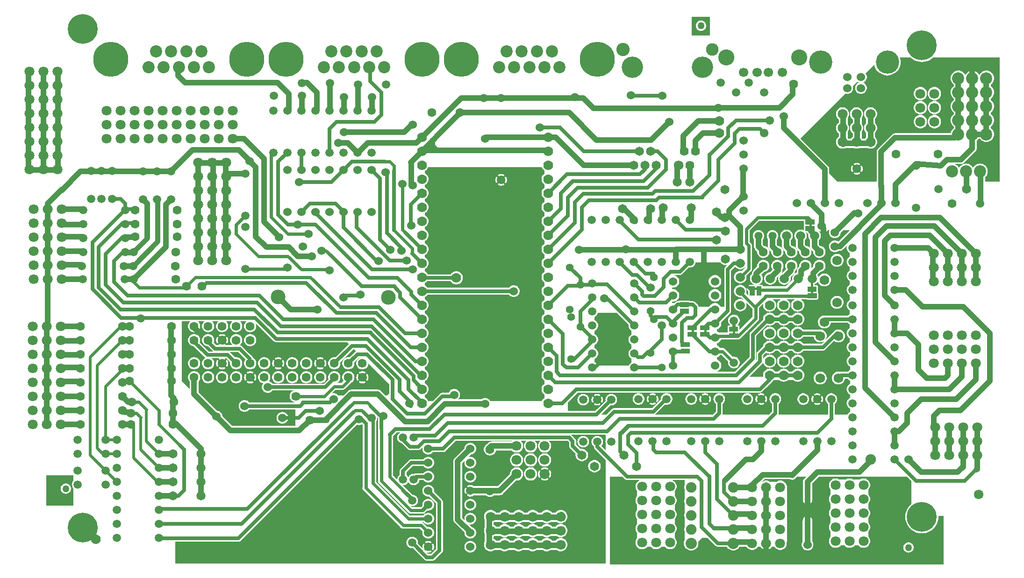
<source format=gbr>
G04 start of page 3 for group 1 idx 1 *
G04 Title: controlboard_2.3, solder *
G04 Creator: pcb.exe 20130205 *
G04 CreationDate: 26.2.2018 13.50.50 UTC *
G04 Format: Gerber/RS-274X *
G04 PCB-Dimensions (mm): 183.00 105.00 *
G04 PCB-Coordinate-Origin: lower left *
%MOMM*%
%FSLAX43Y43*%
%LNBOTTOM*%
%ADD1046C,1.300*%
%ADD1045C,1.100*%
%ADD1044C,0.800*%
%ADD1043C,0.700*%
%ADD1042C,0.900*%
%ADD1041C,3.000*%
%ADD1040C,1.549*%
%ADD1039C,5.402*%
%ADD1038R,0.889X0.889*%
%ADD1037C,1.270*%
%ADD1036C,2.667*%
%ADD1035C,4.216*%
%ADD1034C,1.597*%
%ADD1033C,2.200*%
%ADD1032C,1.624*%
%ADD1031C,1.751*%
%ADD1030C,1.470*%
%ADD1029C,1.724*%
%ADD1028C,1.670*%
%ADD1027C,2.413*%
%ADD1026C,1.700*%
%ADD1025C,3.861*%
%ADD1024C,2.286*%
%ADD1023C,2.921*%
%ADD1022C,6.350*%
%ADD1021C,1.410*%
%ADD1020C,1.400*%
%ADD1019C,1.524*%
%ADD1018C,1.600*%
%ADD1017C,1.778*%
%ADD1016C,1.497*%
%ADD1015C,1.905*%
%ADD1014C,2.032*%
%ADD1013C,1.800*%
%ADD1012C,1.500*%
%ADD1011C,1.651*%
%ADD1010C,0.889*%
%ADD1009C,0.508*%
%ADD1008C,1.000*%
%ADD1007C,0.400*%
%ADD1006C,0.600*%
%ADD1005C,1.016*%
%ADD1004C,0.662*%
%ADD1003C,0.635*%
%ADD1002C,0.762*%
%ADD1001C,0.002*%
G54D1001*G36*
X135730Y63351D02*X137028Y64649D01*
X145140D01*
X145142Y63974D01*
X145151Y63935D01*
X145166Y63898D01*
X145187Y63864D01*
X145203Y63846D01*
X145200Y63843D01*
X145179Y63809D01*
X145164Y63772D01*
X145154Y63733D01*
X145152Y63693D01*
X145154Y62893D01*
X145043Y62961D01*
X144878Y63030D01*
X144704Y63071D01*
X144526Y63086D01*
X144348Y63071D01*
X144174Y63030D01*
X144009Y62961D01*
X143857Y62868D01*
X143721Y62752D01*
X143605Y62616D01*
X143512Y62464D01*
X143443Y62299D01*
X143402Y62125D01*
X143387Y61947D01*
X143402Y61769D01*
X143443Y61595D01*
X143455Y61566D01*
X143057D01*
X143069Y61595D01*
X143110Y61769D01*
X143121Y61947D01*
X143110Y62125D01*
X143069Y62299D01*
X143000Y62464D01*
X142907Y62616D01*
X142791Y62752D01*
X142655Y62868D01*
X142503Y62961D01*
X142338Y63030D01*
X142164Y63071D01*
X141986Y63086D01*
X141808Y63071D01*
X141634Y63030D01*
X141469Y62961D01*
X141317Y62868D01*
X141181Y62752D01*
X141065Y62616D01*
X140972Y62464D01*
X140903Y62299D01*
X140862Y62125D01*
X140847Y61947D01*
X140862Y61769D01*
X140903Y61595D01*
X140915Y61566D01*
X140408D01*
X140433Y61626D01*
X140471Y61785D01*
X140481Y61947D01*
X140471Y62109D01*
X140433Y62268D01*
X140371Y62418D01*
X140286Y62557D01*
X140180Y62681D01*
X140056Y62787D01*
X139917Y62872D01*
X139767Y62934D01*
X139608Y62972D01*
X139446Y62985D01*
X139284Y62972D01*
X139125Y62934D01*
X138975Y62872D01*
X138836Y62787D01*
X138712Y62681D01*
X138606Y62557D01*
X138521Y62418D01*
X138459Y62268D01*
X138421Y62109D01*
X138408Y61947D01*
X138421Y61785D01*
X138459Y61626D01*
X138484Y61566D01*
X137868D01*
X137893Y61626D01*
X137931Y61785D01*
X137941Y61947D01*
X137931Y62109D01*
X137893Y62268D01*
X137831Y62418D01*
X137746Y62557D01*
X137640Y62681D01*
X137516Y62787D01*
X137377Y62872D01*
X137227Y62934D01*
X137068Y62972D01*
X136906Y62985D01*
X136744Y62972D01*
X136585Y62934D01*
X136435Y62872D01*
X136296Y62787D01*
X136172Y62681D01*
X136066Y62557D01*
X135981Y62418D01*
X135919Y62268D01*
X135881Y62109D01*
X135868Y61947D01*
X135881Y61785D01*
X135919Y61626D01*
X135944Y61566D01*
X135312D01*
Y62908D01*
X135603Y63199D01*
X135666Y63270D01*
X135693Y63315D01*
X135730Y63351D01*
G37*
G36*
X126491Y101698D02*X128143D01*
Y98269D01*
X126491D01*
Y99109D01*
X126492Y99109D01*
X126639Y99121D01*
X126782Y99155D01*
X126918Y99211D01*
X127043Y99288D01*
X127155Y99384D01*
X127251Y99496D01*
X127328Y99621D01*
X127384Y99757D01*
X127418Y99900D01*
X127427Y100047D01*
X127418Y100194D01*
X127384Y100337D01*
X127328Y100473D01*
X127251Y100598D01*
X127155Y100710D01*
X127043Y100806D01*
X126918Y100883D01*
X126782Y100939D01*
X126639Y100973D01*
X126492Y100985D01*
X126491Y100985D01*
Y101698D01*
G37*
G36*
X124841Y98269D02*Y101698D01*
X126491D01*
Y100985D01*
X126345Y100973D01*
X126202Y100939D01*
X126066Y100883D01*
X125941Y100806D01*
X125829Y100710D01*
X125733Y100598D01*
X125656Y100473D01*
X125600Y100337D01*
X125566Y100194D01*
X125554Y100047D01*
X125566Y99900D01*
X125600Y99757D01*
X125656Y99621D01*
X125733Y99496D01*
X125829Y99384D01*
X125941Y99288D01*
X126066Y99211D01*
X126202Y99155D01*
X126345Y99121D01*
X126491Y99109D01*
Y98269D01*
X124841D01*
G37*
G36*
X148409Y41137D02*X148566D01*
X148590Y41135D01*
X148687Y41142D01*
X148687Y41142D01*
X148781Y41165D01*
X148871Y41202D01*
X148954Y41253D01*
X149028Y41316D01*
X149044Y41334D01*
X149336Y41627D01*
X152881D01*
X152884Y41589D01*
X152922Y41429D01*
X152986Y41276D01*
X153072Y41135D01*
X153179Y41009D01*
X153305Y40902D01*
X153446Y40816D01*
X153543Y40775D01*
Y40193D01*
X153446Y40152D01*
X153305Y40066D01*
X153179Y39959D01*
X153072Y39833D01*
X152986Y39692D01*
X152922Y39539D01*
X152884Y39379D01*
X152871Y39214D01*
X152884Y39049D01*
X152922Y38889D01*
X152986Y38736D01*
X153072Y38595D01*
X153179Y38469D01*
X153305Y38362D01*
X153446Y38276D01*
X153543Y38235D01*
Y37653D01*
X153446Y37612D01*
X153305Y37526D01*
X153179Y37419D01*
X153072Y37293D01*
X153071Y37292D01*
X151916D01*
X151892Y37293D01*
X151795Y37286D01*
X151768Y37279D01*
X151748Y37287D01*
X151568Y37331D01*
X151384Y37345D01*
X151200Y37331D01*
X151020Y37287D01*
X150849Y37217D01*
X150691Y37120D01*
X150550Y37000D01*
X150430Y36859D01*
X150333Y36701D01*
X150263Y36530D01*
X150219Y36350D01*
X150205Y36166D01*
X150219Y35982D01*
X150263Y35802D01*
X150333Y35631D01*
X150430Y35473D01*
X150550Y35332D01*
X150691Y35212D01*
X150849Y35115D01*
X151020Y35045D01*
X151200Y35001D01*
X151384Y34987D01*
X151568Y35001D01*
X151748Y35045D01*
X151919Y35115D01*
X152077Y35212D01*
X152218Y35332D01*
X152338Y35473D01*
X152435Y35631D01*
X152505Y35802D01*
X152549Y35982D01*
X152553Y36057D01*
X153071D01*
X153072Y36055D01*
X153179Y35929D01*
X153305Y35822D01*
X153446Y35736D01*
X153543Y35695D01*
Y35113D01*
X153446Y35072D01*
X153305Y34986D01*
X153179Y34879D01*
X153072Y34753D01*
X152986Y34612D01*
X152922Y34459D01*
X152884Y34299D01*
X152871Y34134D01*
X152884Y33969D01*
X152922Y33809D01*
X152986Y33656D01*
X153072Y33515D01*
X153179Y33389D01*
X153305Y33282D01*
X153446Y33196D01*
X153543Y33155D01*
Y32573D01*
X153446Y32532D01*
X153305Y32446D01*
X153179Y32339D01*
X153072Y32213D01*
X152986Y32072D01*
X152922Y31919D01*
X152884Y31759D01*
X152871Y31594D01*
X152884Y31429D01*
X152922Y31269D01*
X152986Y31116D01*
X153072Y30975D01*
X153179Y30849D01*
X153305Y30742D01*
X153446Y30656D01*
X153543Y30615D01*
Y30033D01*
X153446Y29992D01*
X153305Y29906D01*
X153179Y29799D01*
X153072Y29673D01*
X153004Y29562D01*
X150732D01*
Y31497D01*
X150839Y31589D01*
X150946Y31714D01*
X151033Y31855D01*
X151096Y32008D01*
X151134Y32169D01*
X151144Y32333D01*
X151134Y32498D01*
X151096Y32659D01*
X151033Y32812D01*
X150946Y32952D01*
X150839Y33078D01*
X150713Y33185D01*
X150572Y33272D01*
X150420Y33335D01*
X150259Y33374D01*
X150094Y33387D01*
X149929Y33374D01*
X149769Y33335D01*
X149616Y33272D01*
X149475Y33185D01*
X149349Y33078D01*
X149242Y32952D01*
X149156Y32812D01*
X149093Y32659D01*
X149054Y32498D01*
X149041Y32333D01*
X149054Y32169D01*
X149093Y32008D01*
X149156Y31855D01*
X149242Y31714D01*
X149349Y31589D01*
X149475Y31481D01*
X149497Y31468D01*
Y29562D01*
X148409D01*
Y31797D01*
X148413Y31798D01*
X148435Y31808D01*
X148455Y31820D01*
X148472Y31836D01*
X148487Y31854D01*
X148499Y31875D01*
X148537Y31962D01*
X148567Y32052D01*
X148588Y32144D01*
X148601Y32238D01*
X148605Y32333D01*
X148601Y32428D01*
X148588Y32522D01*
X148567Y32615D01*
X148537Y32705D01*
X148500Y32793D01*
X148488Y32813D01*
X148473Y32831D01*
X148455Y32847D01*
X148435Y32860D01*
X148413Y32869D01*
X148409Y32871D01*
Y35036D01*
X148446Y35045D01*
X148617Y35115D01*
X148775Y35212D01*
X148916Y35332D01*
X149036Y35473D01*
X149133Y35631D01*
X149203Y35802D01*
X149247Y35982D01*
X149258Y36166D01*
X149247Y36350D01*
X149203Y36530D01*
X149133Y36701D01*
X149036Y36859D01*
X148916Y37000D01*
X148775Y37120D01*
X148617Y37217D01*
X148446Y37287D01*
X148409Y37296D01*
Y41137D01*
G37*
G36*
Y29562D02*X148080D01*
Y31452D01*
X148081Y31453D01*
X148090Y31474D01*
X148096Y31497D01*
X148099Y31521D01*
X148097Y31545D01*
X148092Y31568D01*
X148083Y31590D01*
X148080Y31595D01*
Y33073D01*
X148083Y33077D01*
X148091Y33099D01*
X148096Y33122D01*
X148098Y33146D01*
X148095Y33169D01*
X148090Y33192D01*
X148080Y33214D01*
Y34987D01*
X148082Y34987D01*
X148266Y35001D01*
X148409Y35036D01*
Y32871D01*
X148390Y32875D01*
X148367Y32878D01*
X148343Y32876D01*
X148320Y32871D01*
X148298Y32863D01*
X148277Y32851D01*
X148259Y32836D01*
X148243Y32818D01*
X148230Y32798D01*
X148221Y32776D01*
X148215Y32753D01*
X148213Y32729D01*
X148214Y32706D01*
X148219Y32683D01*
X148228Y32661D01*
X148256Y32599D01*
X148277Y32534D01*
X148292Y32468D01*
X148301Y32401D01*
X148304Y32333D01*
X148301Y32266D01*
X148292Y32199D01*
X148277Y32132D01*
X148256Y32068D01*
X148229Y32006D01*
X148220Y31984D01*
X148215Y31961D01*
X148213Y31937D01*
X148216Y31914D01*
X148222Y31891D01*
X148231Y31869D01*
X148244Y31850D01*
X148259Y31832D01*
X148278Y31817D01*
X148298Y31805D01*
X148320Y31796D01*
X148343Y31791D01*
X148367Y31790D01*
X148390Y31792D01*
X148409Y31797D01*
Y29562D01*
G37*
G36*
X148080Y41137D02*X148409D01*
Y37296D01*
X148266Y37331D01*
X148082Y37345D01*
X148080Y37345D01*
Y41137D01*
G37*
G36*
X146699D02*X148080D01*
Y37345D01*
X147898Y37331D01*
X147718Y37287D01*
X147547Y37217D01*
X147389Y37120D01*
X147248Y37000D01*
X147128Y36859D01*
X147031Y36701D01*
X146961Y36530D01*
X146917Y36350D01*
X146903Y36166D01*
X146917Y35982D01*
X146961Y35802D01*
X147031Y35631D01*
X147128Y35473D01*
X147248Y35332D01*
X147389Y35212D01*
X147547Y35115D01*
X147718Y35045D01*
X147898Y35001D01*
X148080Y34987D01*
Y33214D01*
X148080Y33214D01*
X148067Y33234D01*
X148052Y33251D01*
X148033Y33266D01*
X148013Y33278D01*
X147926Y33316D01*
X147836Y33346D01*
X147743Y33367D01*
X147649Y33380D01*
X147554Y33384D01*
X147459Y33380D01*
X147365Y33367D01*
X147273Y33346D01*
X147182Y33316D01*
X147095Y33279D01*
X147075Y33267D01*
X147056Y33252D01*
X147040Y33234D01*
X147028Y33214D01*
X147018Y33192D01*
X147012Y33170D01*
X147010Y33146D01*
X147011Y33122D01*
X147016Y33099D01*
X147025Y33077D01*
X147037Y33056D01*
X147052Y33038D01*
X147070Y33022D01*
X147090Y33010D01*
X147112Y33000D01*
X147135Y32994D01*
X147158Y32992D01*
X147182Y32993D01*
X147205Y32998D01*
X147227Y33007D01*
X147289Y33035D01*
X147353Y33056D01*
X147419Y33071D01*
X147486Y33080D01*
X147554Y33083D01*
X147622Y33080D01*
X147689Y33071D01*
X147755Y33056D01*
X147820Y33035D01*
X147882Y33008D01*
X147904Y32999D01*
X147927Y32994D01*
X147950Y32993D01*
X147974Y32995D01*
X147997Y33001D01*
X148018Y33010D01*
X148038Y33023D01*
X148056Y33039D01*
X148071Y33057D01*
X148080Y33073D01*
Y31595D01*
X148071Y31610D01*
X148056Y31629D01*
X148039Y31644D01*
X148019Y31657D01*
X147997Y31667D01*
X147974Y31673D01*
X147950Y31675D01*
X147927Y31674D01*
X147903Y31669D01*
X147881Y31659D01*
X147820Y31632D01*
X147755Y31611D01*
X147689Y31596D01*
X147622Y31586D01*
X147554Y31583D01*
X147486Y31586D01*
X147419Y31596D01*
X147353Y31611D01*
X147289Y31632D01*
X147227Y31659D01*
X147205Y31668D01*
X147182Y31673D01*
X147158Y31674D01*
X147135Y31672D01*
X147112Y31666D01*
X147090Y31657D01*
X147070Y31644D01*
X147053Y31628D01*
X147038Y31610D01*
X147026Y31590D01*
X147017Y31568D01*
X147012Y31544D01*
X147011Y31521D01*
X147013Y31497D01*
X147019Y31475D01*
X147028Y31453D01*
X147041Y31433D01*
X147057Y31415D01*
X147075Y31400D01*
X147096Y31389D01*
X147182Y31350D01*
X147273Y31321D01*
X147365Y31299D01*
X147459Y31287D01*
X147554Y31282D01*
X147649Y31287D01*
X147743Y31299D01*
X147836Y31321D01*
X147926Y31350D01*
X148013Y31388D01*
X148034Y31400D01*
X148052Y31415D01*
X148068Y31433D01*
X148080Y31452D01*
Y29562D01*
X146699D01*
Y31796D01*
X146718Y31791D01*
X146742Y31789D01*
X146765Y31790D01*
X146789Y31796D01*
X146811Y31804D01*
X146831Y31816D01*
X146849Y31831D01*
X146865Y31849D01*
X146878Y31869D01*
X146888Y31891D01*
X146893Y31914D01*
X146896Y31937D01*
X146894Y31961D01*
X146889Y31984D01*
X146880Y32006D01*
X146853Y32068D01*
X146832Y32132D01*
X146816Y32199D01*
X146807Y32266D01*
X146804Y32333D01*
X146807Y32401D01*
X146816Y32468D01*
X146832Y32534D01*
X146853Y32599D01*
X146880Y32661D01*
X146889Y32683D01*
X146894Y32706D01*
X146895Y32729D01*
X146893Y32753D01*
X146887Y32776D01*
X146877Y32797D01*
X146865Y32817D01*
X146849Y32835D01*
X146831Y32850D01*
X146810Y32862D01*
X146788Y32871D01*
X146765Y32876D01*
X146742Y32877D01*
X146718Y32875D01*
X146699Y32870D01*
Y41137D01*
G37*
G36*
X145013Y36021D02*X145081Y36133D01*
X145152Y36305D01*
X145196Y36487D01*
X145207Y36674D01*
X145196Y36861D01*
X145152Y37043D01*
X145081Y37215D01*
X145013Y37327D01*
Y38561D01*
X145081Y38673D01*
X145152Y38845D01*
X145196Y39027D01*
X145207Y39214D01*
X145196Y39401D01*
X145152Y39583D01*
X145081Y39755D01*
X145013Y39867D01*
Y41101D01*
X145034Y41137D01*
X146699D01*
Y32870D01*
X146695Y32869D01*
X146674Y32859D01*
X146654Y32847D01*
X146636Y32831D01*
X146621Y32813D01*
X146610Y32792D01*
X146571Y32705D01*
X146542Y32615D01*
X146520Y32522D01*
X146507Y32428D01*
X146503Y32333D01*
X146507Y32238D01*
X146520Y32144D01*
X146542Y32052D01*
X146571Y31962D01*
X146609Y31874D01*
X146621Y31854D01*
X146636Y31835D01*
X146653Y31820D01*
X146673Y31807D01*
X146695Y31797D01*
X146699Y31796D01*
Y29562D01*
X145013D01*
Y31280D01*
X145014Y31280D01*
X145179Y31293D01*
X145340Y31332D01*
X145492Y31395D01*
X145633Y31481D01*
X145759Y31589D01*
X145866Y31714D01*
X145953Y31855D01*
X146016Y32008D01*
X146054Y32169D01*
X146064Y32333D01*
X146054Y32498D01*
X146016Y32659D01*
X145953Y32812D01*
X145866Y32952D01*
X145759Y33078D01*
X145633Y33185D01*
X145492Y33272D01*
X145340Y33335D01*
X145179Y33374D01*
X145014Y33387D01*
X145013Y33387D01*
Y36021D01*
G37*
G36*
Y39867D02*X144983Y39915D01*
X144907Y40004D01*
Y40964D01*
X144983Y41053D01*
X145013Y41101D01*
Y39867D01*
G37*
G36*
Y37327D02*X144983Y37375D01*
X144907Y37464D01*
Y38424D01*
X144983Y38513D01*
X145013Y38561D01*
Y37327D01*
G37*
G36*
X138269Y34369D02*X139358Y35458D01*
X139376Y35474D01*
X139439Y35548D01*
X139477Y35610D01*
X139479Y35611D01*
X139639Y35709D01*
X139728Y35785D01*
X140688D01*
X140777Y35709D01*
X140937Y35611D01*
X141109Y35540D01*
X141291Y35496D01*
X141478Y35481D01*
X141665Y35496D01*
X141847Y35540D01*
X142019Y35611D01*
X142179Y35709D01*
X142268Y35785D01*
X143228D01*
X143317Y35709D01*
X143477Y35611D01*
X143649Y35540D01*
X143831Y35496D01*
X144018Y35481D01*
X144205Y35496D01*
X144387Y35540D01*
X144559Y35611D01*
X144719Y35709D01*
X144861Y35831D01*
X144983Y35973D01*
X145013Y36021D01*
Y33387D01*
X144849Y33374D01*
X144689Y33335D01*
X144536Y33272D01*
X144395Y33185D01*
X144269Y33078D01*
X144162Y32952D01*
X144076Y32812D01*
X144013Y32659D01*
X143974Y32498D01*
X143961Y32333D01*
X143974Y32169D01*
X144013Y32008D01*
X144076Y31855D01*
X144162Y31714D01*
X144269Y31589D01*
X144395Y31481D01*
X144536Y31395D01*
X144689Y31332D01*
X144849Y31293D01*
X145013Y31280D01*
Y29562D01*
X140517D01*
X140543Y29625D01*
X140566Y29719D01*
X140573Y29816D01*
X140572Y29840D01*
Y31503D01*
X140573Y31504D01*
X140699Y31611D01*
X140806Y31737D01*
X140892Y31878D01*
X140956Y32031D01*
X140994Y32191D01*
X141004Y32356D01*
X140994Y32521D01*
X140956Y32681D01*
X140892Y32834D01*
X140806Y32975D01*
X140699Y33101D01*
X140573Y33208D01*
X140432Y33294D01*
X140279Y33358D01*
X140119Y33396D01*
X139954Y33409D01*
X139789Y33396D01*
X139629Y33358D01*
X139476Y33294D01*
X139335Y33208D01*
X139209Y33101D01*
X139102Y32975D01*
X139016Y32834D01*
X138952Y32681D01*
X138914Y32521D01*
X138901Y32356D01*
X138914Y32191D01*
X138952Y32031D01*
X139016Y31878D01*
X139102Y31737D01*
X139209Y31611D01*
X139335Y31504D01*
X139337Y31503D01*
Y30072D01*
X138827Y29562D01*
X138269D01*
Y31820D01*
X138273Y31821D01*
X138294Y31830D01*
X138314Y31843D01*
X138332Y31859D01*
X138347Y31877D01*
X138359Y31897D01*
X138397Y31984D01*
X138427Y32074D01*
X138448Y32167D01*
X138461Y32261D01*
X138465Y32356D01*
X138461Y32451D01*
X138448Y32545D01*
X138427Y32638D01*
X138397Y32728D01*
X138359Y32815D01*
X138348Y32836D01*
X138333Y32854D01*
X138315Y32870D01*
X138295Y32883D01*
X138273Y32892D01*
X138269Y32893D01*
Y34369D01*
G37*
G36*
X137414Y33571D02*X137441Y33582D01*
X137524Y33633D01*
X137598Y33696D01*
X137614Y33714D01*
X138269Y34369D01*
Y32893D01*
X138250Y32898D01*
X138226Y32900D01*
X138203Y32899D01*
X138180Y32894D01*
X138158Y32885D01*
X138137Y32873D01*
X138119Y32858D01*
X138103Y32840D01*
X138090Y32820D01*
X138081Y32799D01*
X138075Y32776D01*
X138072Y32752D01*
X138074Y32728D01*
X138079Y32705D01*
X138088Y32683D01*
X138115Y32621D01*
X138137Y32557D01*
X138152Y32491D01*
X138161Y32424D01*
X138164Y32356D01*
X138161Y32288D01*
X138152Y32221D01*
X138137Y32155D01*
X138115Y32091D01*
X138089Y32028D01*
X138080Y32007D01*
X138075Y31984D01*
X138073Y31960D01*
X138075Y31936D01*
X138081Y31914D01*
X138091Y31892D01*
X138104Y31872D01*
X138119Y31854D01*
X138138Y31839D01*
X138158Y31828D01*
X138180Y31819D01*
X138203Y31814D01*
X138226Y31812D01*
X138250Y31815D01*
X138269Y31820D01*
Y29562D01*
X137414D01*
Y31305D01*
X137509Y31309D01*
X137603Y31322D01*
X137696Y31343D01*
X137786Y31373D01*
X137873Y31411D01*
X137894Y31422D01*
X137912Y31437D01*
X137928Y31455D01*
X137941Y31475D01*
X137950Y31497D01*
X137956Y31520D01*
X137958Y31544D01*
X137957Y31567D01*
X137952Y31590D01*
X137943Y31612D01*
X137931Y31633D01*
X137916Y31651D01*
X137898Y31667D01*
X137878Y31680D01*
X137857Y31689D01*
X137834Y31695D01*
X137810Y31698D01*
X137786Y31696D01*
X137763Y31691D01*
X137741Y31682D01*
X137679Y31655D01*
X137615Y31633D01*
X137549Y31618D01*
X137482Y31609D01*
X137414Y31606D01*
Y33106D01*
X137482Y33103D01*
X137549Y33094D01*
X137615Y33079D01*
X137679Y33057D01*
X137742Y33031D01*
X137763Y33022D01*
X137786Y33017D01*
X137810Y33015D01*
X137834Y33017D01*
X137856Y33023D01*
X137878Y33033D01*
X137898Y33046D01*
X137916Y33061D01*
X137931Y33080D01*
X137942Y33100D01*
X137951Y33122D01*
X137956Y33145D01*
X137958Y33168D01*
X137955Y33192D01*
X137949Y33215D01*
X137940Y33236D01*
X137927Y33256D01*
X137911Y33274D01*
X137893Y33289D01*
X137873Y33301D01*
X137786Y33339D01*
X137696Y33369D01*
X137603Y33390D01*
X137509Y33403D01*
X137414Y33407D01*
Y33571D01*
G37*
G36*
X136559Y33517D02*X137136D01*
X137160Y33515D01*
X137257Y33522D01*
X137257Y33522D01*
X137351Y33545D01*
X137414Y33571D01*
Y33407D01*
X137414Y33407D01*
X137319Y33403D01*
X137225Y33390D01*
X137132Y33369D01*
X137042Y33339D01*
X136955Y33301D01*
X136934Y33290D01*
X136916Y33275D01*
X136900Y33257D01*
X136887Y33237D01*
X136878Y33215D01*
X136872Y33192D01*
X136870Y33168D01*
X136871Y33145D01*
X136876Y33122D01*
X136885Y33100D01*
X136897Y33079D01*
X136912Y33061D01*
X136930Y33045D01*
X136950Y33032D01*
X136971Y33023D01*
X136994Y33017D01*
X137018Y33014D01*
X137042Y33016D01*
X137065Y33021D01*
X137087Y33030D01*
X137149Y33057D01*
X137213Y33079D01*
X137279Y33094D01*
X137346Y33103D01*
X137414Y33106D01*
X137414Y33106D01*
Y31606D01*
X137414Y31606D01*
X137346Y31609D01*
X137279Y31618D01*
X137213Y31633D01*
X137149Y31655D01*
X137086Y31681D01*
X137065Y31690D01*
X137042Y31695D01*
X137018Y31697D01*
X136994Y31695D01*
X136972Y31689D01*
X136950Y31679D01*
X136930Y31666D01*
X136912Y31651D01*
X136897Y31632D01*
X136886Y31612D01*
X136877Y31590D01*
X136872Y31567D01*
X136870Y31544D01*
X136873Y31520D01*
X136879Y31497D01*
X136888Y31476D01*
X136901Y31456D01*
X136917Y31438D01*
X136935Y31423D01*
X136955Y31411D01*
X137042Y31373D01*
X137132Y31343D01*
X137225Y31322D01*
X137319Y31309D01*
X137414Y31305D01*
X137414Y31305D01*
Y29562D01*
X136559D01*
Y31819D01*
X136578Y31814D01*
X136602Y31812D01*
X136625Y31813D01*
X136648Y31818D01*
X136670Y31827D01*
X136691Y31839D01*
X136709Y31854D01*
X136725Y31872D01*
X136738Y31892D01*
X136747Y31913D01*
X136753Y31936D01*
X136756Y31960D01*
X136754Y31984D01*
X136749Y32007D01*
X136740Y32029D01*
X136713Y32091D01*
X136691Y32155D01*
X136676Y32221D01*
X136667Y32288D01*
X136664Y32356D01*
X136667Y32424D01*
X136676Y32491D01*
X136691Y32557D01*
X136713Y32621D01*
X136739Y32684D01*
X136748Y32705D01*
X136753Y32728D01*
X136755Y32752D01*
X136753Y32776D01*
X136747Y32798D01*
X136737Y32820D01*
X136724Y32840D01*
X136709Y32858D01*
X136690Y32873D01*
X136670Y32884D01*
X136648Y32893D01*
X136625Y32898D01*
X136602Y32900D01*
X136578Y32897D01*
X136559Y32892D01*
Y33517D01*
G37*
G36*
X134872D02*X136559D01*
Y32892D01*
X136555Y32891D01*
X136534Y32882D01*
X136514Y32869D01*
X136496Y32853D01*
X136481Y32835D01*
X136469Y32815D01*
X136431Y32728D01*
X136401Y32638D01*
X136380Y32545D01*
X136367Y32451D01*
X136363Y32356D01*
X136367Y32261D01*
X136380Y32167D01*
X136401Y32074D01*
X136431Y31984D01*
X136469Y31897D01*
X136480Y31876D01*
X136495Y31858D01*
X136513Y31842D01*
X136533Y31829D01*
X136555Y31820D01*
X136559Y31819D01*
Y29562D01*
X134872D01*
Y31303D01*
X134874Y31303D01*
X135039Y31316D01*
X135199Y31354D01*
X135352Y31418D01*
X135493Y31504D01*
X135619Y31611D01*
X135726Y31737D01*
X135812Y31878D01*
X135876Y32031D01*
X135914Y32191D01*
X135924Y32356D01*
X135914Y32521D01*
X135876Y32681D01*
X135812Y32834D01*
X135726Y32975D01*
X135619Y33101D01*
X135493Y33208D01*
X135352Y33294D01*
X135199Y33358D01*
X135039Y33396D01*
X134874Y33409D01*
X134872Y33409D01*
Y33517D01*
G37*
G36*
X128109D02*X134872D01*
Y33409D01*
X134709Y33396D01*
X134549Y33358D01*
X134396Y33294D01*
X134255Y33208D01*
X134129Y33101D01*
X134022Y32975D01*
X133936Y32834D01*
X133872Y32681D01*
X133834Y32521D01*
X133821Y32356D01*
X133834Y32191D01*
X133872Y32031D01*
X133936Y31878D01*
X134022Y31737D01*
X134129Y31611D01*
X134255Y31504D01*
X134396Y31418D01*
X134549Y31354D01*
X134709Y31316D01*
X134872Y31303D01*
Y29562D01*
X130357D01*
X130383Y29625D01*
X130406Y29719D01*
X130413Y29816D01*
X130411Y29840D01*
Y31503D01*
X130413Y31504D01*
X130539Y31611D01*
X130646Y31737D01*
X130732Y31878D01*
X130796Y32031D01*
X130834Y32191D01*
X130844Y32356D01*
X130834Y32521D01*
X130796Y32681D01*
X130732Y32834D01*
X130646Y32975D01*
X130539Y33101D01*
X130413Y33208D01*
X130272Y33294D01*
X130119Y33358D01*
X129959Y33396D01*
X129794Y33409D01*
X129629Y33396D01*
X129469Y33358D01*
X129316Y33294D01*
X129175Y33208D01*
X129049Y33101D01*
X128942Y32975D01*
X128856Y32834D01*
X128792Y32681D01*
X128754Y32521D01*
X128741Y32356D01*
X128754Y32191D01*
X128792Y32031D01*
X128856Y31878D01*
X128942Y31737D01*
X129049Y31611D01*
X129175Y31504D01*
X129177Y31503D01*
Y30072D01*
X128667Y29562D01*
X128109D01*
Y31820D01*
X128113Y31821D01*
X128134Y31830D01*
X128154Y31843D01*
X128172Y31859D01*
X128187Y31877D01*
X128199Y31897D01*
X128237Y31984D01*
X128267Y32074D01*
X128288Y32167D01*
X128301Y32261D01*
X128305Y32356D01*
X128301Y32451D01*
X128288Y32545D01*
X128267Y32638D01*
X128237Y32728D01*
X128199Y32815D01*
X128188Y32836D01*
X128173Y32854D01*
X128155Y32870D01*
X128135Y32883D01*
X128113Y32892D01*
X128109Y32893D01*
Y33517D01*
G37*
G36*
X127254D02*X128109D01*
Y32893D01*
X128090Y32898D01*
X128066Y32900D01*
X128043Y32899D01*
X128020Y32894D01*
X127998Y32885D01*
X127977Y32873D01*
X127959Y32858D01*
X127943Y32840D01*
X127930Y32820D01*
X127921Y32799D01*
X127915Y32776D01*
X127912Y32752D01*
X127914Y32728D01*
X127919Y32705D01*
X127928Y32683D01*
X127955Y32621D01*
X127977Y32557D01*
X127992Y32491D01*
X128001Y32424D01*
X128004Y32356D01*
X128001Y32288D01*
X127992Y32221D01*
X127977Y32155D01*
X127955Y32091D01*
X127929Y32028D01*
X127920Y32007D01*
X127915Y31984D01*
X127913Y31960D01*
X127915Y31936D01*
X127921Y31914D01*
X127931Y31892D01*
X127944Y31872D01*
X127959Y31854D01*
X127978Y31839D01*
X127998Y31828D01*
X128020Y31819D01*
X128043Y31814D01*
X128066Y31812D01*
X128090Y31815D01*
X128109Y31820D01*
Y29562D01*
X127254D01*
Y31305D01*
X127349Y31309D01*
X127443Y31322D01*
X127536Y31343D01*
X127626Y31373D01*
X127713Y31411D01*
X127734Y31422D01*
X127752Y31437D01*
X127768Y31455D01*
X127781Y31475D01*
X127790Y31497D01*
X127796Y31520D01*
X127798Y31544D01*
X127797Y31567D01*
X127792Y31590D01*
X127783Y31612D01*
X127771Y31633D01*
X127756Y31651D01*
X127738Y31667D01*
X127718Y31680D01*
X127697Y31689D01*
X127674Y31695D01*
X127650Y31698D01*
X127626Y31696D01*
X127603Y31691D01*
X127581Y31682D01*
X127519Y31655D01*
X127455Y31633D01*
X127389Y31618D01*
X127322Y31609D01*
X127254Y31606D01*
Y33106D01*
X127322Y33103D01*
X127389Y33094D01*
X127455Y33079D01*
X127519Y33057D01*
X127582Y33031D01*
X127603Y33022D01*
X127626Y33017D01*
X127650Y33015D01*
X127674Y33017D01*
X127696Y33023D01*
X127718Y33033D01*
X127738Y33046D01*
X127756Y33061D01*
X127771Y33080D01*
X127782Y33100D01*
X127791Y33122D01*
X127796Y33145D01*
X127798Y33168D01*
X127795Y33192D01*
X127789Y33215D01*
X127780Y33236D01*
X127767Y33256D01*
X127751Y33274D01*
X127733Y33289D01*
X127713Y33301D01*
X127626Y33339D01*
X127536Y33369D01*
X127443Y33390D01*
X127349Y33403D01*
X127254Y33407D01*
Y33517D01*
G37*
G36*
X126399D02*X127254D01*
Y33407D01*
X127254Y33407D01*
X127159Y33403D01*
X127065Y33390D01*
X126972Y33369D01*
X126882Y33339D01*
X126795Y33301D01*
X126774Y33290D01*
X126756Y33275D01*
X126740Y33257D01*
X126727Y33237D01*
X126718Y33215D01*
X126712Y33192D01*
X126710Y33168D01*
X126711Y33145D01*
X126716Y33122D01*
X126725Y33100D01*
X126737Y33079D01*
X126752Y33061D01*
X126770Y33045D01*
X126790Y33032D01*
X126811Y33023D01*
X126834Y33017D01*
X126858Y33014D01*
X126882Y33016D01*
X126905Y33021D01*
X126927Y33030D01*
X126989Y33057D01*
X127053Y33079D01*
X127119Y33094D01*
X127186Y33103D01*
X127254Y33106D01*
X127254Y33106D01*
Y31606D01*
X127254Y31606D01*
X127186Y31609D01*
X127119Y31618D01*
X127053Y31633D01*
X126989Y31655D01*
X126926Y31681D01*
X126905Y31690D01*
X126882Y31695D01*
X126858Y31697D01*
X126834Y31695D01*
X126812Y31689D01*
X126790Y31679D01*
X126770Y31666D01*
X126752Y31651D01*
X126737Y31632D01*
X126726Y31612D01*
X126717Y31590D01*
X126712Y31567D01*
X126710Y31544D01*
X126713Y31520D01*
X126719Y31497D01*
X126728Y31476D01*
X126741Y31456D01*
X126757Y31438D01*
X126775Y31423D01*
X126795Y31411D01*
X126882Y31373D01*
X126972Y31343D01*
X127065Y31322D01*
X127159Y31309D01*
X127254Y31305D01*
X127254Y31305D01*
Y29562D01*
X126399D01*
Y31819D01*
X126418Y31814D01*
X126442Y31812D01*
X126465Y31813D01*
X126488Y31818D01*
X126510Y31827D01*
X126531Y31839D01*
X126549Y31854D01*
X126565Y31872D01*
X126578Y31892D01*
X126587Y31913D01*
X126593Y31936D01*
X126596Y31960D01*
X126594Y31984D01*
X126589Y32007D01*
X126580Y32029D01*
X126553Y32091D01*
X126531Y32155D01*
X126516Y32221D01*
X126507Y32288D01*
X126504Y32356D01*
X126507Y32424D01*
X126516Y32491D01*
X126531Y32557D01*
X126553Y32621D01*
X126579Y32684D01*
X126588Y32705D01*
X126593Y32728D01*
X126595Y32752D01*
X126593Y32776D01*
X126587Y32798D01*
X126577Y32820D01*
X126564Y32840D01*
X126549Y32858D01*
X126530Y32873D01*
X126510Y32884D01*
X126488Y32893D01*
X126465Y32898D01*
X126442Y32900D01*
X126418Y32897D01*
X126399Y32892D01*
Y33517D01*
G37*
G36*
X124712D02*X126399D01*
Y32892D01*
X126395Y32891D01*
X126374Y32882D01*
X126354Y32869D01*
X126336Y32853D01*
X126321Y32835D01*
X126309Y32815D01*
X126271Y32728D01*
X126241Y32638D01*
X126220Y32545D01*
X126207Y32451D01*
X126203Y32356D01*
X126207Y32261D01*
X126220Y32167D01*
X126241Y32074D01*
X126271Y31984D01*
X126309Y31897D01*
X126320Y31876D01*
X126335Y31858D01*
X126353Y31842D01*
X126373Y31829D01*
X126395Y31820D01*
X126399Y31819D01*
Y29562D01*
X124712D01*
Y31303D01*
X124714Y31303D01*
X124879Y31316D01*
X125039Y31354D01*
X125192Y31418D01*
X125333Y31504D01*
X125459Y31611D01*
X125566Y31737D01*
X125652Y31878D01*
X125716Y32031D01*
X125754Y32191D01*
X125764Y32356D01*
X125754Y32521D01*
X125716Y32681D01*
X125652Y32834D01*
X125566Y32975D01*
X125459Y33101D01*
X125333Y33208D01*
X125192Y33294D01*
X125039Y33358D01*
X124879Y33396D01*
X124714Y33409D01*
X124712Y33409D01*
Y33517D01*
G37*
G36*
X118584D02*X124712D01*
Y33409D01*
X124549Y33396D01*
X124389Y33358D01*
X124236Y33294D01*
X124095Y33208D01*
X123969Y33101D01*
X123862Y32975D01*
X123776Y32834D01*
X123712Y32681D01*
X123674Y32521D01*
X123661Y32356D01*
X123674Y32191D01*
X123712Y32031D01*
X123776Y31878D01*
X123862Y31737D01*
X123969Y31611D01*
X124095Y31504D01*
X124236Y31418D01*
X124389Y31354D01*
X124549Y31316D01*
X124712Y31303D01*
Y29562D01*
X118584D01*
Y29924D01*
X120000Y31341D01*
X120104Y31316D01*
X120269Y31303D01*
X120434Y31316D01*
X120594Y31354D01*
X120747Y31418D01*
X120888Y31504D01*
X121014Y31611D01*
X121121Y31737D01*
X121207Y31878D01*
X121271Y32031D01*
X121309Y32191D01*
X121319Y32356D01*
X121309Y32521D01*
X121271Y32681D01*
X121207Y32834D01*
X121121Y32975D01*
X121014Y33101D01*
X120888Y33208D01*
X120747Y33294D01*
X120594Y33358D01*
X120434Y33396D01*
X120269Y33409D01*
X120104Y33396D01*
X119944Y33358D01*
X119791Y33294D01*
X119650Y33208D01*
X119524Y33101D01*
X119417Y32975D01*
X119331Y32834D01*
X119267Y32681D01*
X119229Y32521D01*
X119216Y32356D01*
X119220Y32307D01*
X118584Y31671D01*
Y31820D01*
X118588Y31821D01*
X118609Y31830D01*
X118629Y31843D01*
X118647Y31859D01*
X118662Y31877D01*
X118674Y31897D01*
X118712Y31984D01*
X118742Y32074D01*
X118763Y32167D01*
X118776Y32261D01*
X118780Y32356D01*
X118776Y32451D01*
X118763Y32545D01*
X118742Y32638D01*
X118712Y32728D01*
X118674Y32815D01*
X118663Y32836D01*
X118648Y32854D01*
X118630Y32870D01*
X118610Y32883D01*
X118588Y32892D01*
X118584Y32893D01*
Y33517D01*
G37*
G36*
Y29562D02*X118209D01*
X118220Y29569D01*
X118294Y29632D01*
X118310Y29650D01*
X118584Y29924D01*
Y29562D01*
G37*
G36*
X117729Y33517D02*X118584D01*
Y32893D01*
X118565Y32898D01*
X118541Y32900D01*
X118518Y32899D01*
X118495Y32894D01*
X118473Y32885D01*
X118452Y32873D01*
X118434Y32858D01*
X118418Y32840D01*
X118405Y32820D01*
X118396Y32799D01*
X118390Y32776D01*
X118387Y32752D01*
X118389Y32728D01*
X118394Y32705D01*
X118403Y32683D01*
X118430Y32621D01*
X118452Y32557D01*
X118467Y32491D01*
X118476Y32424D01*
X118479Y32356D01*
X118476Y32288D01*
X118467Y32221D01*
X118452Y32155D01*
X118430Y32091D01*
X118404Y32028D01*
X118395Y32007D01*
X118390Y31984D01*
X118388Y31960D01*
X118390Y31936D01*
X118396Y31914D01*
X118406Y31892D01*
X118419Y31872D01*
X118434Y31854D01*
X118453Y31839D01*
X118473Y31828D01*
X118495Y31819D01*
X118518Y31814D01*
X118541Y31812D01*
X118565Y31815D01*
X118584Y31820D01*
Y31671D01*
X117729Y30817D01*
Y31305D01*
X117824Y31309D01*
X117918Y31322D01*
X118011Y31343D01*
X118101Y31373D01*
X118188Y31411D01*
X118209Y31422D01*
X118227Y31437D01*
X118243Y31455D01*
X118256Y31475D01*
X118265Y31497D01*
X118271Y31520D01*
X118273Y31544D01*
X118272Y31567D01*
X118267Y31590D01*
X118258Y31612D01*
X118246Y31633D01*
X118231Y31651D01*
X118213Y31667D01*
X118193Y31680D01*
X118172Y31689D01*
X118149Y31695D01*
X118125Y31698D01*
X118101Y31696D01*
X118078Y31691D01*
X118056Y31682D01*
X117994Y31655D01*
X117930Y31633D01*
X117864Y31618D01*
X117797Y31609D01*
X117729Y31606D01*
Y33106D01*
X117797Y33103D01*
X117864Y33094D01*
X117930Y33079D01*
X117994Y33057D01*
X118057Y33031D01*
X118078Y33022D01*
X118101Y33017D01*
X118125Y33015D01*
X118149Y33017D01*
X118171Y33023D01*
X118193Y33033D01*
X118213Y33046D01*
X118231Y33061D01*
X118246Y33080D01*
X118257Y33100D01*
X118266Y33122D01*
X118271Y33145D01*
X118273Y33168D01*
X118270Y33192D01*
X118264Y33215D01*
X118255Y33236D01*
X118242Y33256D01*
X118226Y33274D01*
X118208Y33289D01*
X118188Y33301D01*
X118101Y33339D01*
X118011Y33369D01*
X117918Y33390D01*
X117824Y33403D01*
X117729Y33407D01*
Y33517D01*
G37*
G36*
X116874D02*X117729D01*
Y33407D01*
X117729Y33407D01*
X117634Y33403D01*
X117540Y33390D01*
X117447Y33369D01*
X117357Y33339D01*
X117270Y33301D01*
X117249Y33290D01*
X117231Y33275D01*
X117215Y33257D01*
X117202Y33237D01*
X117193Y33215D01*
X117187Y33192D01*
X117185Y33168D01*
X117186Y33145D01*
X117191Y33122D01*
X117200Y33100D01*
X117212Y33079D01*
X117227Y33061D01*
X117245Y33045D01*
X117265Y33032D01*
X117286Y33023D01*
X117309Y33017D01*
X117333Y33014D01*
X117357Y33016D01*
X117380Y33021D01*
X117402Y33030D01*
X117464Y33057D01*
X117528Y33079D01*
X117594Y33094D01*
X117661Y33103D01*
X117729Y33106D01*
X117729Y33106D01*
Y31606D01*
X117729Y31606D01*
X117661Y31609D01*
X117594Y31618D01*
X117528Y31633D01*
X117464Y31655D01*
X117401Y31681D01*
X117380Y31690D01*
X117357Y31695D01*
X117333Y31697D01*
X117309Y31695D01*
X117287Y31689D01*
X117265Y31679D01*
X117245Y31666D01*
X117227Y31651D01*
X117212Y31632D01*
X117201Y31612D01*
X117192Y31590D01*
X117187Y31567D01*
X117185Y31544D01*
X117188Y31520D01*
X117194Y31497D01*
X117203Y31476D01*
X117216Y31456D01*
X117232Y31438D01*
X117250Y31423D01*
X117270Y31411D01*
X117357Y31373D01*
X117447Y31343D01*
X117540Y31322D01*
X117634Y31309D01*
X117729Y31305D01*
X117729Y31305D01*
Y30817D01*
X117600Y30688D01*
X116874D01*
Y31819D01*
X116893Y31814D01*
X116917Y31812D01*
X116940Y31813D01*
X116963Y31818D01*
X116985Y31827D01*
X117006Y31839D01*
X117024Y31854D01*
X117040Y31872D01*
X117053Y31892D01*
X117062Y31913D01*
X117068Y31936D01*
X117071Y31960D01*
X117069Y31984D01*
X117064Y32007D01*
X117055Y32029D01*
X117028Y32091D01*
X117006Y32155D01*
X116991Y32221D01*
X116982Y32288D01*
X116979Y32356D01*
X116982Y32424D01*
X116991Y32491D01*
X117006Y32557D01*
X117028Y32621D01*
X117054Y32684D01*
X117063Y32705D01*
X117068Y32728D01*
X117070Y32752D01*
X117068Y32776D01*
X117062Y32798D01*
X117052Y32820D01*
X117039Y32840D01*
X117024Y32858D01*
X117005Y32873D01*
X116985Y32884D01*
X116963Y32893D01*
X116940Y32898D01*
X116917Y32900D01*
X116893Y32897D01*
X116874Y32892D01*
Y33517D01*
G37*
G36*
X115187D02*X116874D01*
Y32892D01*
X116870Y32891D01*
X116849Y32882D01*
X116829Y32869D01*
X116811Y32853D01*
X116796Y32835D01*
X116784Y32815D01*
X116746Y32728D01*
X116716Y32638D01*
X116695Y32545D01*
X116682Y32451D01*
X116678Y32356D01*
X116682Y32261D01*
X116695Y32167D01*
X116716Y32074D01*
X116746Y31984D01*
X116784Y31897D01*
X116795Y31876D01*
X116810Y31858D01*
X116828Y31842D01*
X116848Y31829D01*
X116870Y31820D01*
X116874Y31819D01*
Y30688D01*
X115187D01*
Y31303D01*
X115189Y31303D01*
X115354Y31316D01*
X115514Y31354D01*
X115667Y31418D01*
X115808Y31504D01*
X115934Y31611D01*
X116041Y31737D01*
X116127Y31878D01*
X116191Y32031D01*
X116229Y32191D01*
X116239Y32356D01*
X116229Y32521D01*
X116191Y32681D01*
X116127Y32834D01*
X116041Y32975D01*
X115934Y33101D01*
X115808Y33208D01*
X115667Y33294D01*
X115514Y33358D01*
X115354Y33396D01*
X115189Y33409D01*
X115187Y33409D01*
Y33517D01*
G37*
G36*
X108551D02*X115187D01*
Y33409D01*
X115024Y33396D01*
X114864Y33358D01*
X114711Y33294D01*
X114570Y33208D01*
X114444Y33101D01*
X114337Y32975D01*
X114251Y32834D01*
X114187Y32681D01*
X114149Y32521D01*
X114136Y32356D01*
X114149Y32191D01*
X114187Y32031D01*
X114251Y31878D01*
X114337Y31737D01*
X114444Y31611D01*
X114570Y31504D01*
X114711Y31418D01*
X114864Y31354D01*
X115024Y31316D01*
X115187Y31303D01*
Y30688D01*
X110768D01*
X110744Y30689D01*
X110647Y30682D01*
X110553Y30659D01*
X110463Y30622D01*
X110380Y30571D01*
X110306Y30508D01*
X110290Y30490D01*
X109363Y29562D01*
X108551D01*
Y29670D01*
X110069Y31189D01*
X110071Y31189D01*
X110236Y31176D01*
X110401Y31189D01*
X110561Y31227D01*
X110714Y31291D01*
X110855Y31377D01*
X110981Y31484D01*
X111088Y31610D01*
X111174Y31751D01*
X111238Y31904D01*
X111276Y32064D01*
X111286Y32229D01*
X111276Y32394D01*
X111238Y32554D01*
X111174Y32707D01*
X111088Y32848D01*
X110981Y32974D01*
X110855Y33081D01*
X110714Y33167D01*
X110561Y33231D01*
X110401Y33269D01*
X110236Y33282D01*
X110071Y33269D01*
X109911Y33231D01*
X109758Y33167D01*
X109617Y33081D01*
X109491Y32974D01*
X109384Y32848D01*
X109298Y32707D01*
X109234Y32554D01*
X109196Y32394D01*
X109183Y32229D01*
X109196Y32064D01*
X109196Y32062D01*
X108551Y31417D01*
Y31693D01*
X108555Y31694D01*
X108576Y31703D01*
X108596Y31716D01*
X108614Y31732D01*
X108629Y31750D01*
X108641Y31770D01*
X108679Y31857D01*
X108709Y31947D01*
X108730Y32040D01*
X108743Y32134D01*
X108747Y32229D01*
X108743Y32324D01*
X108730Y32418D01*
X108709Y32511D01*
X108679Y32601D01*
X108641Y32688D01*
X108630Y32709D01*
X108615Y32727D01*
X108597Y32743D01*
X108577Y32756D01*
X108555Y32765D01*
X108551Y32766D01*
Y33517D01*
G37*
G36*
Y29562D02*X108442D01*
X108551Y29670D01*
Y29562D01*
G37*
G36*
X107696Y33517D02*X108551D01*
Y32766D01*
X108532Y32771D01*
X108508Y32773D01*
X108485Y32772D01*
X108462Y32767D01*
X108440Y32758D01*
X108419Y32746D01*
X108401Y32731D01*
X108385Y32713D01*
X108372Y32693D01*
X108363Y32672D01*
X108357Y32649D01*
X108354Y32625D01*
X108356Y32601D01*
X108361Y32578D01*
X108370Y32556D01*
X108397Y32494D01*
X108419Y32430D01*
X108434Y32364D01*
X108443Y32297D01*
X108446Y32229D01*
X108443Y32161D01*
X108434Y32094D01*
X108419Y32028D01*
X108397Y31964D01*
X108371Y31901D01*
X108362Y31880D01*
X108357Y31857D01*
X108355Y31833D01*
X108357Y31809D01*
X108363Y31787D01*
X108373Y31765D01*
X108386Y31745D01*
X108401Y31727D01*
X108420Y31712D01*
X108440Y31701D01*
X108462Y31692D01*
X108485Y31687D01*
X108508Y31685D01*
X108532Y31688D01*
X108551Y31693D01*
Y31417D01*
X107696Y30563D01*
Y31178D01*
X107791Y31182D01*
X107885Y31195D01*
X107978Y31216D01*
X108068Y31246D01*
X108155Y31284D01*
X108176Y31295D01*
X108194Y31310D01*
X108210Y31328D01*
X108223Y31348D01*
X108232Y31370D01*
X108238Y31393D01*
X108240Y31417D01*
X108239Y31440D01*
X108234Y31463D01*
X108225Y31485D01*
X108213Y31506D01*
X108198Y31524D01*
X108180Y31540D01*
X108160Y31553D01*
X108139Y31562D01*
X108116Y31568D01*
X108092Y31571D01*
X108068Y31569D01*
X108045Y31564D01*
X108023Y31555D01*
X107961Y31528D01*
X107897Y31506D01*
X107831Y31491D01*
X107764Y31482D01*
X107696Y31479D01*
Y32979D01*
X107764Y32976D01*
X107831Y32967D01*
X107897Y32952D01*
X107961Y32930D01*
X108024Y32904D01*
X108045Y32895D01*
X108068Y32890D01*
X108092Y32888D01*
X108116Y32890D01*
X108138Y32896D01*
X108160Y32906D01*
X108180Y32919D01*
X108198Y32934D01*
X108213Y32953D01*
X108224Y32973D01*
X108233Y32995D01*
X108238Y33018D01*
X108240Y33041D01*
X108237Y33065D01*
X108231Y33088D01*
X108222Y33109D01*
X108209Y33129D01*
X108193Y33147D01*
X108175Y33162D01*
X108155Y33174D01*
X108068Y33212D01*
X107978Y33242D01*
X107885Y33263D01*
X107791Y33276D01*
X107696Y33280D01*
Y33517D01*
G37*
G36*
X106841D02*X107696D01*
Y33280D01*
X107696Y33280D01*
X107601Y33276D01*
X107507Y33263D01*
X107414Y33242D01*
X107324Y33212D01*
X107237Y33174D01*
X107216Y33163D01*
X107198Y33148D01*
X107182Y33130D01*
X107169Y33110D01*
X107160Y33088D01*
X107154Y33065D01*
X107152Y33041D01*
X107153Y33018D01*
X107158Y32995D01*
X107167Y32973D01*
X107179Y32952D01*
X107194Y32934D01*
X107212Y32918D01*
X107232Y32905D01*
X107253Y32896D01*
X107276Y32890D01*
X107300Y32887D01*
X107324Y32889D01*
X107347Y32894D01*
X107369Y32903D01*
X107431Y32930D01*
X107495Y32952D01*
X107561Y32967D01*
X107628Y32976D01*
X107696Y32979D01*
X107696Y32979D01*
Y31479D01*
X107696Y31479D01*
X107628Y31482D01*
X107561Y31491D01*
X107495Y31506D01*
X107431Y31528D01*
X107368Y31554D01*
X107347Y31563D01*
X107324Y31568D01*
X107300Y31570D01*
X107276Y31568D01*
X107254Y31562D01*
X107232Y31552D01*
X107212Y31539D01*
X107194Y31524D01*
X107179Y31505D01*
X107168Y31485D01*
X107159Y31463D01*
X107154Y31440D01*
X107152Y31417D01*
X107155Y31393D01*
X107161Y31370D01*
X107170Y31349D01*
X107183Y31329D01*
X107199Y31311D01*
X107217Y31296D01*
X107237Y31284D01*
X107324Y31246D01*
X107414Y31216D01*
X107507Y31195D01*
X107601Y31182D01*
X107696Y31178D01*
X107696Y31178D01*
Y30563D01*
X107313Y30180D01*
X106841D01*
Y31692D01*
X106860Y31687D01*
X106884Y31685D01*
X106907Y31686D01*
X106930Y31691D01*
X106952Y31700D01*
X106973Y31712D01*
X106991Y31727D01*
X107007Y31745D01*
X107020Y31765D01*
X107029Y31786D01*
X107035Y31809D01*
X107038Y31833D01*
X107036Y31857D01*
X107031Y31880D01*
X107022Y31902D01*
X106995Y31964D01*
X106973Y32028D01*
X106958Y32094D01*
X106949Y32161D01*
X106946Y32229D01*
X106949Y32297D01*
X106958Y32364D01*
X106973Y32430D01*
X106995Y32494D01*
X107021Y32557D01*
X107030Y32578D01*
X107035Y32601D01*
X107037Y32625D01*
X107035Y32649D01*
X107029Y32671D01*
X107019Y32693D01*
X107006Y32713D01*
X106991Y32731D01*
X106972Y32746D01*
X106952Y32757D01*
X106930Y32766D01*
X106907Y32771D01*
X106884Y32773D01*
X106860Y32770D01*
X106841Y32765D01*
Y33517D01*
G37*
G36*
X105154D02*X106841D01*
Y32765D01*
X106837Y32764D01*
X106816Y32755D01*
X106796Y32742D01*
X106778Y32726D01*
X106763Y32708D01*
X106751Y32688D01*
X106713Y32601D01*
X106683Y32511D01*
X106662Y32418D01*
X106649Y32324D01*
X106645Y32229D01*
X106649Y32134D01*
X106662Y32040D01*
X106683Y31947D01*
X106713Y31857D01*
X106751Y31770D01*
X106762Y31749D01*
X106777Y31731D01*
X106795Y31715D01*
X106815Y31702D01*
X106837Y31693D01*
X106841Y31692D01*
Y30180D01*
X105154D01*
Y31176D01*
X105156Y31176D01*
X105321Y31189D01*
X105481Y31227D01*
X105634Y31291D01*
X105775Y31377D01*
X105901Y31484D01*
X106008Y31610D01*
X106094Y31751D01*
X106158Y31904D01*
X106196Y32064D01*
X106206Y32229D01*
X106196Y32394D01*
X106158Y32554D01*
X106094Y32707D01*
X106008Y32848D01*
X105901Y32974D01*
X105775Y33081D01*
X105634Y33167D01*
X105481Y33231D01*
X105321Y33269D01*
X105156Y33282D01*
X105154Y33282D01*
Y33517D01*
G37*
G36*
X102362Y30180D02*Y31737D01*
X104142Y33517D01*
X105154D01*
Y33282D01*
X104991Y33269D01*
X104831Y33231D01*
X104678Y33167D01*
X104537Y33081D01*
X104411Y32974D01*
X104304Y32848D01*
X104218Y32707D01*
X104154Y32554D01*
X104116Y32394D01*
X104103Y32229D01*
X104116Y32064D01*
X104154Y31904D01*
X104218Y31751D01*
X104304Y31610D01*
X104411Y31484D01*
X104537Y31377D01*
X104678Y31291D01*
X104831Y31227D01*
X104991Y31189D01*
X105154Y31176D01*
Y30180D01*
X102362D01*
G37*
G36*
X129030Y57121D02*X130006D01*
X130024Y57092D01*
X130139Y56958D01*
X130273Y56843D01*
X130424Y56750D01*
X130588Y56682D01*
X130760Y56641D01*
X130937Y56627D01*
X131114Y56641D01*
X131273Y56679D01*
X130898Y56305D01*
X130880Y56289D01*
X130817Y56215D01*
X130766Y56132D01*
X130729Y56042D01*
X130706Y55948D01*
X130706Y55948D01*
X130699Y55851D01*
X130701Y55827D01*
Y49120D01*
X130059D01*
X130054Y49133D01*
X129960Y49286D01*
X129843Y49423D01*
X129706Y49540D01*
X129553Y49634D01*
X129386Y49702D01*
X129211Y49744D01*
X129032Y49759D01*
X129030Y49758D01*
Y50006D01*
X129032Y50005D01*
X129211Y50020D01*
X129386Y50062D01*
X129553Y50130D01*
X129706Y50224D01*
X129843Y50341D01*
X129960Y50478D01*
X130054Y50631D01*
X130122Y50798D01*
X130164Y50973D01*
X130175Y51152D01*
X130164Y51331D01*
X130122Y51506D01*
X130054Y51673D01*
X129960Y51826D01*
X129843Y51963D01*
X129706Y52080D01*
X129553Y52174D01*
X129386Y52242D01*
X129211Y52284D01*
X129032Y52299D01*
X129030Y52298D01*
Y52546D01*
X129032Y52545D01*
X129211Y52560D01*
X129386Y52602D01*
X129553Y52670D01*
X129706Y52764D01*
X129843Y52881D01*
X129960Y53018D01*
X130054Y53171D01*
X130122Y53338D01*
X130164Y53513D01*
X130175Y53692D01*
X130164Y53871D01*
X130122Y54046D01*
X130054Y54213D01*
X129960Y54366D01*
X129843Y54503D01*
X129706Y54620D01*
X129553Y54714D01*
X129386Y54782D01*
X129211Y54824D01*
X129032Y54839D01*
X129030Y54838D01*
Y57121D01*
G37*
G36*
X125503D02*X129030D01*
Y54838D01*
X128853Y54824D01*
X128678Y54782D01*
X128511Y54714D01*
X128358Y54620D01*
X128221Y54503D01*
X128104Y54366D01*
X128010Y54213D01*
X127942Y54046D01*
X127900Y53871D01*
X127885Y53692D01*
X127900Y53513D01*
X127942Y53338D01*
X128010Y53171D01*
X128104Y53018D01*
X128221Y52881D01*
X128358Y52764D01*
X128511Y52670D01*
X128678Y52602D01*
X128853Y52560D01*
X129030Y52546D01*
Y52298D01*
X128853Y52284D01*
X128678Y52242D01*
X128511Y52174D01*
X128358Y52080D01*
X128221Y51963D01*
X128104Y51826D01*
X128010Y51673D01*
X127942Y51506D01*
X127900Y51331D01*
X127885Y51152D01*
X127900Y50973D01*
X127942Y50798D01*
X128010Y50631D01*
X128104Y50478D01*
X128221Y50341D01*
X128358Y50224D01*
X128511Y50130D01*
X128678Y50062D01*
X128853Y50020D01*
X129030Y50006D01*
Y49758D01*
X128853Y49744D01*
X128678Y49702D01*
X128511Y49634D01*
X128358Y49540D01*
X128221Y49423D01*
X128104Y49286D01*
X128044Y49187D01*
X127989Y49164D01*
X127917Y49120D01*
X126081D01*
X126065Y49184D01*
X126028Y49274D01*
X125977Y49357D01*
X125914Y49431D01*
X125896Y49447D01*
X125451Y49892D01*
X125435Y49910D01*
X125361Y49973D01*
X125278Y50024D01*
X125188Y50061D01*
X125094Y50084D01*
X124997Y50091D01*
X124973Y50090D01*
X124557D01*
X124555Y50093D01*
X124524Y50129D01*
X124488Y50160D01*
X124448Y50185D01*
X124404Y50203D01*
X124358Y50214D01*
X124311Y50217D01*
X122613Y50214D01*
X122567Y50203D01*
X122524Y50185D01*
X122484Y50160D01*
X122448Y50129D01*
X122417Y50093D01*
X122415Y50090D01*
X122296D01*
X122272Y50091D01*
X122175Y50084D01*
X122081Y50061D01*
X121991Y50024D01*
X121908Y49973D01*
X121834Y49910D01*
X121818Y49892D01*
X121656Y49729D01*
X121591Y49744D01*
X121412Y49759D01*
X121285Y49749D01*
Y50015D01*
X121412Y50005D01*
X121591Y50020D01*
X121766Y50062D01*
X121933Y50130D01*
X122086Y50224D01*
X122223Y50341D01*
X122340Y50478D01*
X122434Y50631D01*
X122502Y50798D01*
X122544Y50973D01*
X122555Y51152D01*
X122544Y51331D01*
X122502Y51506D01*
X122434Y51673D01*
X122340Y51826D01*
X122223Y51963D01*
X122086Y52080D01*
X121933Y52174D01*
X121766Y52242D01*
X121591Y52284D01*
X121412Y52299D01*
X121285Y52289D01*
Y52555D01*
X121412Y52545D01*
X121591Y52560D01*
X121766Y52602D01*
X121933Y52670D01*
X122086Y52764D01*
X122223Y52881D01*
X122340Y53018D01*
X122434Y53171D01*
X122502Y53338D01*
X122544Y53513D01*
X122555Y53692D01*
X122544Y53871D01*
X122502Y54046D01*
X122434Y54213D01*
X122340Y54366D01*
X122223Y54503D01*
X122086Y54620D01*
X121933Y54714D01*
X121766Y54782D01*
X121591Y54824D01*
X121412Y54839D01*
X121285Y54829D01*
Y54851D01*
X121287Y54853D01*
X122658D01*
X122682Y54851D01*
X122779Y54858D01*
X122779Y54858D01*
X122873Y54881D01*
X122963Y54918D01*
X123046Y54969D01*
X123120Y55032D01*
X123136Y55050D01*
X124293Y56208D01*
X124295Y56208D01*
X124460Y56195D01*
X124625Y56208D01*
X124785Y56246D01*
X124938Y56310D01*
X125079Y56396D01*
X125205Y56503D01*
X125312Y56629D01*
X125398Y56770D01*
X125462Y56923D01*
X125500Y57083D01*
X125503Y57121D01*
G37*
G36*
X140951Y50454D02*X140978D01*
X140951Y50443D01*
Y50454D01*
G37*
G36*
Y62963D02*X141473D01*
X141469Y62961D01*
X141317Y62868D01*
X141181Y62752D01*
X141065Y62616D01*
X140972Y62464D01*
X140951Y62414D01*
Y62963D01*
G37*
G36*
X151128Y46217D02*X153071D01*
X153072Y46215D01*
X153179Y46089D01*
X153305Y45982D01*
X153416Y45914D01*
Y45214D01*
X153305Y45146D01*
X153179Y45039D01*
X153072Y44913D01*
X152986Y44772D01*
X152922Y44619D01*
X152884Y44459D01*
X152871Y44294D01*
X152884Y44129D01*
X152922Y43969D01*
X152986Y43816D01*
X153072Y43675D01*
X153179Y43549D01*
X153305Y43442D01*
X153416Y43374D01*
Y42674D01*
X153305Y42606D01*
X153179Y42499D01*
X153072Y42373D01*
X152986Y42232D01*
X152922Y42079D01*
X152884Y41919D01*
X152871Y41754D01*
X152884Y41589D01*
X152922Y41429D01*
X152986Y41276D01*
X153072Y41135D01*
X153179Y41009D01*
X153305Y40902D01*
X153416Y40834D01*
Y40134D01*
X153305Y40066D01*
X153179Y39959D01*
X153072Y39833D01*
X152986Y39692D01*
X152922Y39539D01*
X152884Y39379D01*
X152871Y39214D01*
X152884Y39049D01*
X152922Y38889D01*
X152986Y38736D01*
X153072Y38595D01*
X153179Y38469D01*
X153305Y38362D01*
X153416Y38294D01*
Y37594D01*
X153305Y37526D01*
X153179Y37419D01*
X153072Y37293D01*
X153071Y37292D01*
X151916D01*
X151892Y37293D01*
X151795Y37286D01*
X151768Y37279D01*
X151748Y37287D01*
X151568Y37331D01*
X151384Y37345D01*
X151200Y37331D01*
X151128Y37313D01*
Y42639D01*
X151200Y42621D01*
X151384Y42607D01*
X151568Y42621D01*
X151748Y42665D01*
X151919Y42735D01*
X152077Y42832D01*
X152218Y42952D01*
X152338Y43093D01*
X152435Y43251D01*
X152505Y43422D01*
X152549Y43602D01*
X152560Y43786D01*
X152549Y43970D01*
X152505Y44150D01*
X152435Y44321D01*
X152338Y44479D01*
X152218Y44620D01*
X152077Y44740D01*
X151919Y44837D01*
X151748Y44907D01*
X151568Y44951D01*
X151384Y44965D01*
X151200Y44951D01*
X151128Y44933D01*
Y46217D01*
G37*
G36*
Y59050D02*X151233Y59093D01*
X151375Y59180D01*
X151438Y59234D01*
X151606D01*
X151638Y59232D01*
X151765Y59241D01*
X151765Y59241D01*
X151888Y59271D01*
X152006Y59320D01*
X152114Y59386D01*
X152211Y59469D01*
X152232Y59493D01*
X152972Y60233D01*
X152922Y60113D01*
X152884Y59953D01*
X152871Y59788D01*
X152884Y59623D01*
X152922Y59463D01*
X152986Y59310D01*
X153072Y59169D01*
X153179Y59043D01*
X153305Y58936D01*
X153416Y58868D01*
Y58168D01*
X153305Y58100D01*
X153179Y57993D01*
X153072Y57867D01*
X152986Y57726D01*
X152922Y57573D01*
X152884Y57413D01*
X152871Y57248D01*
X152884Y57083D01*
X152922Y56923D01*
X152986Y56770D01*
X153072Y56629D01*
X153179Y56503D01*
X153305Y56396D01*
X153416Y56328D01*
Y55628D01*
X153305Y55560D01*
X153179Y55453D01*
X153072Y55327D01*
X152986Y55186D01*
X152922Y55033D01*
X152884Y54873D01*
X152871Y54708D01*
X152884Y54543D01*
X152922Y54383D01*
X152986Y54230D01*
X153072Y54089D01*
X153179Y53963D01*
X153305Y53856D01*
X153416Y53788D01*
Y53088D01*
X153305Y53020D01*
X153179Y52913D01*
X153072Y52787D01*
X152986Y52646D01*
X152922Y52493D01*
X152884Y52333D01*
X152871Y52168D01*
X152884Y52003D01*
X152922Y51843D01*
X152986Y51690D01*
X153072Y51549D01*
X153179Y51423D01*
X153305Y51316D01*
X153416Y51248D01*
Y50294D01*
X153305Y50226D01*
X153179Y50119D01*
X153072Y49993D01*
X152986Y49852D01*
X152922Y49699D01*
X152884Y49539D01*
X152871Y49374D01*
X152884Y49209D01*
X152922Y49049D01*
X152986Y48896D01*
X153072Y48755D01*
X153179Y48629D01*
X153305Y48522D01*
X153416Y48454D01*
Y47754D01*
X153305Y47686D01*
X153179Y47579D01*
X153072Y47453D01*
X153071Y47452D01*
X151128D01*
Y48703D01*
X151130Y48703D01*
X151314Y48717D01*
X151494Y48761D01*
X151665Y48831D01*
X151823Y48928D01*
X151964Y49048D01*
X152084Y49189D01*
X152181Y49347D01*
X152251Y49518D01*
X152295Y49698D01*
X152306Y49882D01*
X152295Y50066D01*
X152251Y50246D01*
X152181Y50417D01*
X152084Y50575D01*
X151964Y50716D01*
X151823Y50836D01*
X151665Y50933D01*
X151494Y51003D01*
X151314Y51047D01*
X151130Y51061D01*
X151128Y51061D01*
Y56323D01*
X151130Y56323D01*
X151314Y56337D01*
X151494Y56381D01*
X151665Y56451D01*
X151823Y56548D01*
X151964Y56668D01*
X152084Y56809D01*
X152181Y56967D01*
X152251Y57138D01*
X152295Y57318D01*
X152306Y57502D01*
X152295Y57686D01*
X152251Y57866D01*
X152181Y58037D01*
X152084Y58195D01*
X151964Y58336D01*
X151823Y58456D01*
X151665Y58553D01*
X151494Y58623D01*
X151314Y58667D01*
X151130Y58681D01*
X151128Y58681D01*
Y59050D01*
G37*
G36*
Y61590D02*X151233Y61633D01*
X151375Y61720D01*
X151502Y61829D01*
X151611Y61956D01*
X151698Y62098D01*
X151762Y62253D01*
X151801Y62415D01*
X151806Y62496D01*
X152273Y62963D01*
X153416D01*
Y62963D01*
X151364Y60911D01*
X151233Y60991D01*
X151128Y61034D01*
Y61590D01*
G37*
G36*
Y37313D02*X151020Y37287D01*
X150849Y37217D01*
X150691Y37120D01*
X150550Y37000D01*
X150430Y36859D01*
X150333Y36701D01*
X150263Y36530D01*
X150236Y36420D01*
X149230D01*
X149203Y36530D01*
X149133Y36701D01*
X149036Y36859D01*
X148916Y37000D01*
X148775Y37120D01*
X148617Y37217D01*
X148446Y37287D01*
X148266Y37331D01*
X148082Y37345D01*
X147898Y37331D01*
X147718Y37287D01*
X147547Y37217D01*
X147389Y37120D01*
X147248Y37000D01*
X147128Y36859D01*
X147031Y36701D01*
X146961Y36530D01*
X146934Y36420D01*
X145180D01*
X145196Y36487D01*
X145207Y36674D01*
X145196Y36861D01*
X145152Y37043D01*
X145081Y37215D01*
X144983Y37375D01*
X144861Y37517D01*
X144719Y37639D01*
X144559Y37737D01*
X144387Y37808D01*
X144205Y37852D01*
X144018Y37867D01*
X144016Y37867D01*
Y38021D01*
X144018Y38021D01*
X144205Y38036D01*
X144387Y38080D01*
X144559Y38151D01*
X144719Y38249D01*
X144861Y38371D01*
X144983Y38513D01*
X145081Y38673D01*
X145152Y38845D01*
X145196Y39027D01*
X145207Y39214D01*
X145196Y39401D01*
X145152Y39583D01*
X145081Y39755D01*
X144983Y39915D01*
X144861Y40057D01*
X144719Y40179D01*
X144559Y40277D01*
X144387Y40348D01*
X144205Y40392D01*
X144018Y40407D01*
X144016Y40407D01*
Y40561D01*
X144018Y40561D01*
X144205Y40576D01*
X144387Y40620D01*
X144559Y40691D01*
X144719Y40789D01*
X144861Y40911D01*
X144983Y41053D01*
X145034Y41137D01*
X148566D01*
X148590Y41135D01*
X148687Y41142D01*
X148687Y41142D01*
X148781Y41165D01*
X148871Y41202D01*
X148954Y41253D01*
X149028Y41316D01*
X149044Y41334D01*
X150610Y42901D01*
X150691Y42832D01*
X150849Y42735D01*
X151020Y42665D01*
X151128Y42639D01*
Y37313D01*
G37*
G36*
X144016Y37867D02*X143831Y37852D01*
X143649Y37808D01*
X143477Y37737D01*
X143317Y37639D01*
X143175Y37517D01*
X143053Y37375D01*
X143002Y37292D01*
X142494D01*
X142443Y37375D01*
X142321Y37517D01*
X142179Y37639D01*
X142019Y37737D01*
X141847Y37808D01*
X141665Y37852D01*
X141478Y37867D01*
X141291Y37852D01*
X141109Y37808D01*
X140951Y37743D01*
Y38145D01*
X141109Y38080D01*
X141291Y38036D01*
X141478Y38021D01*
X141665Y38036D01*
X141847Y38080D01*
X142019Y38151D01*
X142179Y38249D01*
X142321Y38371D01*
X142443Y38513D01*
X142541Y38673D01*
X142612Y38845D01*
X142656Y39027D01*
X142667Y39214D01*
X142656Y39401D01*
X142612Y39583D01*
X142541Y39755D01*
X142443Y39915D01*
X142321Y40057D01*
X142179Y40179D01*
X142019Y40277D01*
X141847Y40348D01*
X141665Y40392D01*
X141478Y40407D01*
X141291Y40392D01*
X141109Y40348D01*
X140951Y40283D01*
Y40685D01*
X141109Y40620D01*
X141291Y40576D01*
X141478Y40561D01*
X141665Y40576D01*
X141847Y40620D01*
X142019Y40691D01*
X142179Y40789D01*
X142321Y40911D01*
X142443Y41053D01*
X142494Y41137D01*
X143002D01*
X143053Y41053D01*
X143175Y40911D01*
X143317Y40789D01*
X143477Y40691D01*
X143649Y40620D01*
X143831Y40576D01*
X144016Y40561D01*
Y40407D01*
X143831Y40392D01*
X143649Y40348D01*
X143477Y40277D01*
X143317Y40179D01*
X143175Y40057D01*
X143053Y39915D01*
X142955Y39755D01*
X142884Y39583D01*
X142840Y39401D01*
X142825Y39214D01*
X142840Y39027D01*
X142884Y38845D01*
X142955Y38673D01*
X143053Y38513D01*
X143175Y38371D01*
X143317Y38249D01*
X143477Y38151D01*
X143649Y38080D01*
X143831Y38036D01*
X144016Y38021D01*
Y37867D01*
G37*
G36*
X140951Y58113D02*X140984Y58133D01*
X141115Y58246D01*
X141228Y58377D01*
X141318Y58525D01*
X141384Y58685D01*
X141425Y58853D01*
X141435Y59026D01*
X141425Y59199D01*
X141384Y59367D01*
X141318Y59527D01*
X141228Y59675D01*
X141115Y59806D01*
X140984Y59919D01*
X140951Y59939D01*
Y61480D01*
X140972Y61430D01*
X141065Y61278D01*
X141178Y61145D01*
Y60074D01*
X141176Y60042D01*
X141185Y59915D01*
Y59915D01*
X141215Y59792D01*
X141264Y59674D01*
X141289Y59633D01*
X141330Y59566D01*
X141330Y59566D01*
X141413Y59469D01*
X141437Y59448D01*
X141778Y59107D01*
X141772Y59026D01*
X141785Y58853D01*
X141826Y58685D01*
X141892Y58525D01*
X141982Y58377D01*
X142095Y58246D01*
X142226Y58133D01*
X142374Y58043D01*
X142534Y57977D01*
X142702Y57936D01*
X142875Y57923D01*
X143048Y57936D01*
X143216Y57977D01*
X143376Y58043D01*
X143524Y58133D01*
X143655Y58246D01*
X143768Y58377D01*
X143858Y58525D01*
X143924Y58685D01*
X143965Y58853D01*
X143975Y59026D01*
X143965Y59199D01*
X143924Y59367D01*
X143858Y59527D01*
X143768Y59675D01*
X143655Y59806D01*
X143524Y59919D01*
X143376Y60009D01*
X143216Y60075D01*
X143057Y60114D01*
X142794Y60377D01*
Y61145D01*
X142907Y61278D01*
X143000Y61430D01*
X143069Y61595D01*
X143110Y61769D01*
X143121Y61947D01*
X143110Y62125D01*
X143069Y62299D01*
X143000Y62464D01*
X142907Y62616D01*
X142791Y62752D01*
X142655Y62868D01*
X142503Y62961D01*
X142499Y62963D01*
X144013D01*
X144009Y62961D01*
X143857Y62868D01*
X143721Y62752D01*
X143605Y62616D01*
X143512Y62464D01*
X143443Y62299D01*
X143402Y62125D01*
X143387Y61947D01*
X143402Y61769D01*
X143443Y61595D01*
X143512Y61430D01*
X143605Y61278D01*
X143718Y61145D01*
Y60074D01*
X143716Y60042D01*
X143725Y59915D01*
Y59915D01*
X143755Y59792D01*
X143804Y59674D01*
X143829Y59633D01*
X143870Y59566D01*
X143870Y59566D01*
X143953Y59469D01*
X143977Y59448D01*
X144318Y59107D01*
X144312Y59026D01*
X144325Y58853D01*
X144366Y58685D01*
X144432Y58525D01*
X144522Y58377D01*
X144635Y58246D01*
X144766Y58133D01*
X144914Y58043D01*
X145074Y57977D01*
X145242Y57936D01*
X145415Y57923D01*
X145588Y57936D01*
X145756Y57977D01*
X145916Y58043D01*
X146064Y58133D01*
X146195Y58246D01*
X146308Y58377D01*
X146398Y58525D01*
X146464Y58685D01*
X146505Y58853D01*
X146515Y59026D01*
X146505Y59199D01*
X146464Y59367D01*
X146398Y59527D01*
X146308Y59675D01*
X146195Y59806D01*
X146064Y59919D01*
X145916Y60009D01*
X145756Y60075D01*
X145597Y60114D01*
X145334Y60377D01*
Y61145D01*
X145447Y61278D01*
X145540Y61430D01*
X145609Y61595D01*
X145650Y61769D01*
X145661Y61947D01*
X145650Y62125D01*
X145609Y62299D01*
X145540Y62464D01*
X145487Y62550D01*
X145683Y62551D01*
X145716Y62472D01*
X145782Y62364D01*
X145865Y62270D01*
X145955Y62181D01*
X145942Y62125D01*
X145927Y61947D01*
X145942Y61769D01*
X145983Y61595D01*
X146052Y61430D01*
X146145Y61278D01*
X146258Y61145D01*
Y60074D01*
X146256Y60042D01*
X146265Y59915D01*
Y59915D01*
X146295Y59792D01*
X146344Y59674D01*
X146369Y59633D01*
X146410Y59566D01*
X146410Y59566D01*
X146493Y59469D01*
X146517Y59448D01*
X146858Y59107D01*
X146852Y59026D01*
X146865Y58853D01*
X146906Y58685D01*
X146972Y58525D01*
X147062Y58377D01*
X147175Y58246D01*
X147306Y58133D01*
X147454Y58043D01*
X147614Y57977D01*
X147782Y57936D01*
X147955Y57923D01*
X148128Y57936D01*
X148296Y57977D01*
X148456Y58043D01*
X148604Y58133D01*
X148735Y58246D01*
X148848Y58377D01*
X148938Y58525D01*
X149004Y58685D01*
X149045Y58853D01*
X149055Y59026D01*
X149045Y59199D01*
X149004Y59367D01*
X148938Y59527D01*
X148848Y59675D01*
X148735Y59806D01*
X148604Y59919D01*
X148456Y60009D01*
X148296Y60075D01*
X148137Y60114D01*
X147874Y60377D01*
Y61145D01*
X147987Y61278D01*
X148080Y61430D01*
X148149Y61595D01*
X148190Y61769D01*
X148201Y61947D01*
X148190Y62125D01*
X148149Y62299D01*
X148080Y62464D01*
X147987Y62616D01*
X147871Y62752D01*
X147820Y62796D01*
X147852Y62776D01*
X148007Y62712D01*
X148169Y62673D01*
X148280Y62664D01*
X148349Y62622D01*
X148467Y62573D01*
X148590Y62543D01*
X148717Y62534D01*
X148844Y62543D01*
X148967Y62573D01*
X149085Y62622D01*
X149193Y62688D01*
X149290Y62771D01*
X149373Y62868D01*
X149431Y62963D01*
X149757D01*
X149736Y62911D01*
X149697Y62749D01*
X149684Y62582D01*
X149697Y62415D01*
X149736Y62253D01*
X149800Y62098D01*
X149887Y61956D01*
X149996Y61829D01*
X150123Y61720D01*
X150265Y61633D01*
X150420Y61569D01*
X150582Y61530D01*
X150749Y61517D01*
X150916Y61530D01*
X151078Y61569D01*
X151128Y61590D01*
Y61034D01*
X151078Y61055D01*
X150916Y61094D01*
X150749Y61107D01*
X150582Y61094D01*
X150420Y61055D01*
X150265Y60991D01*
X150123Y60904D01*
X149996Y60795D01*
X149887Y60668D01*
X149800Y60526D01*
X149736Y60371D01*
X149697Y60209D01*
X149684Y60042D01*
X149697Y59875D01*
X149736Y59713D01*
X149800Y59558D01*
X149887Y59416D01*
X149996Y59289D01*
X150123Y59180D01*
X150265Y59093D01*
X150420Y59029D01*
X150582Y58990D01*
X150749Y58977D01*
X150916Y58990D01*
X151078Y59029D01*
X151128Y59050D01*
Y58681D01*
X150946Y58667D01*
X150766Y58623D01*
X150595Y58553D01*
X150437Y58456D01*
X150296Y58336D01*
X150176Y58195D01*
X150079Y58037D01*
X150009Y57866D01*
X149965Y57686D01*
X149951Y57502D01*
X149965Y57318D01*
X150009Y57138D01*
X150079Y56967D01*
X150176Y56809D01*
X150296Y56668D01*
X150437Y56548D01*
X150595Y56451D01*
X150766Y56381D01*
X150946Y56337D01*
X151128Y56323D01*
Y51061D01*
X150946Y51047D01*
X150766Y51003D01*
X150595Y50933D01*
X150437Y50836D01*
X150296Y50716D01*
X150176Y50575D01*
X150079Y50417D01*
X150009Y50246D01*
X149965Y50066D01*
X149951Y49882D01*
X149965Y49698D01*
X150009Y49518D01*
X150079Y49347D01*
X150176Y49189D01*
X150296Y49048D01*
X150437Y48928D01*
X150595Y48831D01*
X150766Y48761D01*
X150946Y48717D01*
X151128Y48703D01*
Y47452D01*
X149191D01*
X149028Y47491D01*
X148844Y47505D01*
X148660Y47491D01*
X148480Y47447D01*
X148309Y47377D01*
X148151Y47280D01*
X148010Y47160D01*
X147890Y47019D01*
X147793Y46861D01*
X147723Y46690D01*
X147679Y46510D01*
X147665Y46326D01*
X147679Y46142D01*
X147723Y45962D01*
X147793Y45791D01*
X147890Y45633D01*
X148010Y45492D01*
X148151Y45372D01*
X148309Y45275D01*
X148480Y45205D01*
X148660Y45161D01*
X148844Y45147D01*
X149028Y45161D01*
X149208Y45205D01*
X149379Y45275D01*
X149537Y45372D01*
X149678Y45492D01*
X149798Y45633D01*
X149895Y45791D01*
X149965Y45962D01*
X150009Y46142D01*
X150013Y46217D01*
X151128D01*
Y44933D01*
X151020Y44907D01*
X150992Y44896D01*
X150939Y44883D01*
X150849Y44846D01*
X150766Y44795D01*
X150732Y44765D01*
X150691Y44740D01*
X150550Y44620D01*
X150430Y44479D01*
X150412Y44449D01*
X148921Y42958D01*
X149036Y43093D01*
X149133Y43251D01*
X149203Y43422D01*
X149247Y43602D01*
X149258Y43786D01*
X149247Y43970D01*
X149203Y44150D01*
X149133Y44321D01*
X149036Y44479D01*
X148916Y44620D01*
X148775Y44740D01*
X148617Y44837D01*
X148446Y44907D01*
X148266Y44951D01*
X148082Y44965D01*
X147898Y44951D01*
X147735Y44912D01*
X145034D01*
X144983Y44995D01*
X144861Y45137D01*
X144719Y45259D01*
X144559Y45357D01*
X144387Y45428D01*
X144205Y45472D01*
X144018Y45487D01*
X143831Y45472D01*
X143649Y45428D01*
X143477Y45357D01*
X143317Y45259D01*
X143175Y45137D01*
X143053Y44995D01*
X142955Y44835D01*
X142884Y44663D01*
X142840Y44481D01*
X142825Y44294D01*
X142840Y44107D01*
X142884Y43925D01*
X142955Y43753D01*
X143053Y43593D01*
X143175Y43451D01*
X143317Y43329D01*
X143477Y43231D01*
X143649Y43160D01*
X143831Y43116D01*
X144018Y43101D01*
X144205Y43116D01*
X144387Y43160D01*
X144559Y43231D01*
X144719Y43329D01*
X144861Y43451D01*
X144983Y43593D01*
X145034Y43677D01*
X146911D01*
X146917Y43602D01*
X146961Y43422D01*
X147031Y43251D01*
X147128Y43093D01*
X147248Y42952D01*
X147389Y42832D01*
X147547Y42735D01*
X147718Y42665D01*
X147898Y42621D01*
X148082Y42607D01*
X148266Y42621D01*
X148446Y42665D01*
X148617Y42735D01*
X148775Y42832D01*
X148910Y42947D01*
X148334Y42372D01*
X145034D01*
X144983Y42455D01*
X144861Y42597D01*
X144719Y42719D01*
X144559Y42817D01*
X144387Y42888D01*
X144205Y42932D01*
X144018Y42947D01*
X143831Y42932D01*
X143649Y42888D01*
X143477Y42817D01*
X143317Y42719D01*
X143175Y42597D01*
X143053Y42455D01*
X143002Y42372D01*
X142494D01*
X142443Y42455D01*
X142321Y42597D01*
X142179Y42719D01*
X142019Y42817D01*
X141847Y42888D01*
X141665Y42932D01*
X141478Y42947D01*
X141291Y42932D01*
X141109Y42888D01*
X140951Y42823D01*
Y43225D01*
X141109Y43160D01*
X141291Y43116D01*
X141478Y43101D01*
X141665Y43116D01*
X141847Y43160D01*
X142019Y43231D01*
X142179Y43329D01*
X142321Y43451D01*
X142443Y43593D01*
X142541Y43753D01*
X142612Y43925D01*
X142656Y44107D01*
X142667Y44294D01*
X142656Y44481D01*
X142612Y44663D01*
X142541Y44835D01*
X142443Y44995D01*
X142321Y45137D01*
X142179Y45259D01*
X142019Y45357D01*
X141847Y45428D01*
X141665Y45472D01*
X141478Y45487D01*
X141291Y45472D01*
X141109Y45428D01*
X140951Y45363D01*
Y45765D01*
X141109Y45700D01*
X141291Y45656D01*
X141478Y45641D01*
X141665Y45656D01*
X141847Y45700D01*
X142019Y45771D01*
X142179Y45869D01*
X142321Y45991D01*
X142443Y46133D01*
X142494Y46217D01*
X143002D01*
X143053Y46133D01*
X143175Y45991D01*
X143317Y45869D01*
X143477Y45771D01*
X143649Y45700D01*
X143831Y45656D01*
X144018Y45641D01*
X144205Y45656D01*
X144387Y45700D01*
X144559Y45771D01*
X144719Y45869D01*
X144861Y45991D01*
X144983Y46133D01*
X145081Y46293D01*
X145152Y46465D01*
X145196Y46647D01*
X145207Y46834D01*
X145196Y47021D01*
X145152Y47203D01*
X145081Y47375D01*
X144983Y47535D01*
X144861Y47677D01*
X144719Y47799D01*
X144559Y47897D01*
X144387Y47968D01*
X144205Y48012D01*
X144018Y48027D01*
X143831Y48012D01*
X143649Y47968D01*
X143477Y47897D01*
X143317Y47799D01*
X143175Y47677D01*
X143053Y47535D01*
X143002Y47452D01*
X142494D01*
X142443Y47535D01*
X142321Y47677D01*
X142179Y47799D01*
X142019Y47897D01*
X141847Y47968D01*
X141665Y48012D01*
X141478Y48027D01*
X141291Y48012D01*
X141109Y47968D01*
X140951Y47903D01*
Y48305D01*
X141109Y48240D01*
X141291Y48196D01*
X141478Y48181D01*
X141665Y48196D01*
X141847Y48240D01*
X142019Y48311D01*
X142179Y48409D01*
X142321Y48531D01*
X142443Y48673D01*
X142541Y48833D01*
X142612Y49005D01*
X142656Y49187D01*
X142667Y49374D01*
X142656Y49561D01*
X142612Y49743D01*
X142541Y49915D01*
X142443Y50075D01*
X142321Y50217D01*
X142179Y50339D01*
X142019Y50437D01*
X141978Y50454D01*
X143518D01*
X143477Y50437D01*
X143317Y50339D01*
X143175Y50217D01*
X143053Y50075D01*
X142955Y49915D01*
X142884Y49743D01*
X142840Y49561D01*
X142825Y49374D01*
X142840Y49187D01*
X142884Y49005D01*
X142955Y48833D01*
X143053Y48673D01*
X143175Y48531D01*
X143317Y48409D01*
X143477Y48311D01*
X143649Y48240D01*
X143831Y48196D01*
X144018Y48181D01*
X144205Y48196D01*
X144387Y48240D01*
X144559Y48311D01*
X144719Y48409D01*
X144861Y48531D01*
X144983Y48673D01*
X145081Y48833D01*
X145152Y49005D01*
X145196Y49187D01*
X145207Y49374D01*
X145196Y49561D01*
X145152Y49743D01*
X145081Y49915D01*
X144983Y50075D01*
X144861Y50217D01*
X144719Y50339D01*
X144559Y50437D01*
X144518Y50454D01*
X145616D01*
X145637Y50429D01*
X145668Y50403D01*
X145702Y50382D01*
X145739Y50367D01*
X145778Y50358D01*
X145818Y50355D01*
X147508Y50358D01*
X147547Y50367D01*
X147584Y50382D01*
X147618Y50403D01*
X147649Y50429D01*
X147675Y50460D01*
X147696Y50494D01*
X147711Y50531D01*
X147720Y50570D01*
X147723Y50609D01*
X147720Y51538D01*
X147711Y51577D01*
X147696Y51614D01*
X147675Y51648D01*
X147659Y51666D01*
X147662Y51669D01*
X147683Y51703D01*
X147698Y51740D01*
X147708Y51779D01*
X147710Y51819D01*
X147708Y52748D01*
X147698Y52786D01*
X147683Y52823D01*
X147662Y52858D01*
X147636Y52888D01*
X147606Y52914D01*
X147572Y52935D01*
X147535Y52950D01*
X147496Y52959D01*
X147456Y52962D01*
X147058Y52961D01*
Y53126D01*
X147202Y53186D01*
X147354Y53279D01*
X147490Y53395D01*
X147606Y53531D01*
X147699Y53682D01*
X147723Y53582D01*
X147793Y53411D01*
X147890Y53253D01*
X148010Y53112D01*
X148151Y52992D01*
X148309Y52895D01*
X148480Y52825D01*
X148660Y52781D01*
X148844Y52767D01*
X149028Y52781D01*
X149208Y52825D01*
X149379Y52895D01*
X149537Y52992D01*
X149678Y53112D01*
X149798Y53253D01*
X149895Y53411D01*
X149965Y53582D01*
X150009Y53762D01*
X150020Y53946D01*
X150009Y54130D01*
X149965Y54310D01*
X149895Y54481D01*
X149798Y54639D01*
X149678Y54780D01*
X149537Y54900D01*
X149379Y54997D01*
X149208Y55067D01*
X149028Y55111D01*
X148844Y55125D01*
X148660Y55111D01*
X148480Y55067D01*
X148309Y54997D01*
X148151Y54900D01*
X148010Y54780D01*
X147890Y54639D01*
X147793Y54481D01*
X147788Y54468D01*
X147768Y54552D01*
X147699Y54717D01*
X147620Y54846D01*
Y54881D01*
X148137Y55398D01*
X148296Y55437D01*
X148456Y55503D01*
X148604Y55593D01*
X148735Y55706D01*
X148848Y55837D01*
X148938Y55985D01*
X149004Y56145D01*
X149045Y56313D01*
X149055Y56486D01*
X149045Y56659D01*
X149004Y56827D01*
X148938Y56987D01*
X148848Y57135D01*
X148735Y57266D01*
X148604Y57379D01*
X148456Y57469D01*
X148296Y57535D01*
X148128Y57576D01*
X147955Y57589D01*
X147782Y57576D01*
X147614Y57535D01*
X147454Y57469D01*
X147306Y57379D01*
X147175Y57266D01*
X147062Y57135D01*
X146972Y56987D01*
X146906Y56827D01*
X146865Y56659D01*
X146852Y56486D01*
X146858Y56405D01*
X146334Y55881D01*
X146398Y55985D01*
X146464Y56145D01*
X146505Y56313D01*
X146515Y56486D01*
X146505Y56659D01*
X146464Y56827D01*
X146398Y56987D01*
X146308Y57135D01*
X146195Y57266D01*
X146064Y57379D01*
X145916Y57469D01*
X145756Y57535D01*
X145588Y57576D01*
X145415Y57589D01*
X145242Y57576D01*
X145074Y57535D01*
X144914Y57469D01*
X144766Y57379D01*
X144635Y57266D01*
X144522Y57135D01*
X144432Y56987D01*
X144366Y56827D01*
X144325Y56659D01*
X144312Y56486D01*
X144318Y56405D01*
X144104Y56191D01*
X144080Y56170D01*
X143997Y56073D01*
X143931Y55965D01*
X143882Y55847D01*
X143852Y55724D01*
X143852Y55724D01*
X143843Y55597D01*
X143845Y55565D01*
Y55295D01*
X143793Y55283D01*
X143628Y55214D01*
X143476Y55121D01*
X143340Y55005D01*
X143224Y54869D01*
X143131Y54717D01*
X143062Y54552D01*
X143021Y54378D01*
X143006Y54200D01*
X143021Y54022D01*
X143039Y53943D01*
X141864Y52768D01*
X140951D01*
Y53270D01*
X141088Y53186D01*
X141253Y53117D01*
X141427Y53076D01*
X141605Y53061D01*
X141783Y53076D01*
X141957Y53117D01*
X142122Y53186D01*
X142274Y53279D01*
X142410Y53395D01*
X142526Y53531D01*
X142619Y53683D01*
X142688Y53848D01*
X142729Y54022D01*
X142740Y54200D01*
X142729Y54378D01*
X142718Y54425D01*
X143297Y55003D01*
X143321Y55024D01*
X143404Y55121D01*
X143404Y55121D01*
X143470Y55229D01*
X143519Y55347D01*
X143549Y55470D01*
X143558Y55597D01*
X143557Y55622D01*
X143655Y55706D01*
X143768Y55837D01*
X143858Y55985D01*
X143924Y56145D01*
X143965Y56313D01*
X143975Y56486D01*
X143965Y56659D01*
X143924Y56827D01*
X143858Y56987D01*
X143768Y57135D01*
X143655Y57266D01*
X143524Y57379D01*
X143376Y57469D01*
X143216Y57535D01*
X143048Y57576D01*
X142875Y57589D01*
X142702Y57576D01*
X142534Y57535D01*
X142374Y57469D01*
X142226Y57379D01*
X142095Y57266D01*
X141982Y57135D01*
X141892Y56987D01*
X141826Y56827D01*
X141785Y56659D01*
X141772Y56486D01*
X141785Y56313D01*
X141826Y56145D01*
X141892Y55985D01*
X141930Y55922D01*
X141303Y55295D01*
X141253Y55283D01*
X141090Y55215D01*
X141118Y55248D01*
X141118Y55248D01*
X141166Y55326D01*
X141184Y55356D01*
X141233Y55474D01*
X141263Y55597D01*
X141272Y55724D01*
X141270Y55756D01*
Y55907D01*
X141318Y55985D01*
X141384Y56145D01*
X141425Y56313D01*
X141435Y56486D01*
X141425Y56659D01*
X141384Y56827D01*
X141318Y56987D01*
X141228Y57135D01*
X141115Y57266D01*
X140984Y57379D01*
X140951Y57399D01*
Y58113D01*
G37*
G36*
Y47903D02*X140937Y47897D01*
X140777Y47799D01*
X140635Y47677D01*
X140513Y47535D01*
X140462Y47452D01*
X139954D01*
X139903Y47535D01*
X139781Y47677D01*
X139639Y47799D01*
X139479Y47897D01*
X139307Y47968D01*
X139125Y48012D01*
X138938Y48027D01*
X138751Y48012D01*
X138569Y47968D01*
X138397Y47897D01*
X138237Y47799D01*
X138095Y47677D01*
X137973Y47535D01*
X137875Y47375D01*
X137804Y47203D01*
X137760Y47021D01*
X137745Y46834D01*
X137750Y46773D01*
X135470Y44494D01*
X135452Y44478D01*
X135389Y44404D01*
X135338Y44321D01*
X135301Y44231D01*
X135278Y44137D01*
X135278Y44137D01*
X135271Y44040D01*
X135273Y44016D01*
Y39978D01*
X132586Y37292D01*
X129413D01*
Y37373D01*
X129553Y37430D01*
X129706Y37524D01*
X129843Y37641D01*
X129960Y37778D01*
X130054Y37931D01*
X130122Y38098D01*
X130164Y38273D01*
X130175Y38452D01*
X130164Y38631D01*
X130122Y38806D01*
X130054Y38973D01*
X129960Y39126D01*
X129843Y39263D01*
X129706Y39380D01*
X129553Y39474D01*
X129413Y39531D01*
Y39913D01*
X129553Y39970D01*
X129706Y40064D01*
X129843Y40181D01*
X129960Y40318D01*
X130005Y40392D01*
X130180D01*
X131426Y39147D01*
X131421Y39125D01*
X131408Y38960D01*
X131421Y38795D01*
X131459Y38635D01*
X131523Y38482D01*
X131609Y38341D01*
X131716Y38215D01*
X131842Y38108D01*
X131983Y38022D01*
X132136Y37958D01*
X132296Y37920D01*
X132461Y37907D01*
X132626Y37920D01*
X132786Y37958D01*
X132939Y38022D01*
X133080Y38108D01*
X133206Y38215D01*
X133313Y38341D01*
X133399Y38482D01*
X133463Y38635D01*
X133501Y38795D01*
X133511Y38960D01*
X133501Y39125D01*
X133463Y39285D01*
X133399Y39438D01*
X133313Y39579D01*
X133206Y39705D01*
X133080Y39812D01*
X132939Y39898D01*
X132786Y39962D01*
X132626Y40000D01*
X132461Y40013D01*
X132296Y40000D01*
X132274Y39995D01*
X130870Y41400D01*
X130855Y41418D01*
X130783Y41479D01*
X130783Y41479D01*
X130702Y41528D01*
X130615Y41564D01*
X130523Y41586D01*
X130429Y41594D01*
X130405Y41592D01*
X130005D01*
X129960Y41666D01*
X129843Y41803D01*
X129706Y41920D01*
X129553Y42014D01*
X129413Y42071D01*
Y42453D01*
X129553Y42510D01*
X129706Y42604D01*
X129843Y42721D01*
X129960Y42858D01*
X130054Y43011D01*
X130122Y43178D01*
X130124Y43186D01*
X131418D01*
X131444Y43164D01*
X131478Y43143D01*
X131515Y43128D01*
X131554Y43119D01*
X131594Y43116D01*
X133284Y43119D01*
X133323Y43128D01*
X133360Y43143D01*
X133394Y43164D01*
X133425Y43190D01*
X133451Y43221D01*
X133472Y43255D01*
X133472Y43257D01*
X133525Y43279D01*
X133606Y43328D01*
X133678Y43389D01*
X133693Y43407D01*
X136806Y46520D01*
X136824Y46535D01*
X136885Y46607D01*
X136885Y46607D01*
X136934Y46688D01*
X136970Y46775D01*
X136992Y46867D01*
X137000Y46961D01*
X136998Y46985D01*
Y48871D01*
X137783Y49657D01*
X137760Y49561D01*
X137745Y49374D01*
X137760Y49187D01*
X137804Y49005D01*
X137875Y48833D01*
X137973Y48673D01*
X138095Y48531D01*
X138237Y48409D01*
X138397Y48311D01*
X138569Y48240D01*
X138751Y48196D01*
X138938Y48181D01*
X139125Y48196D01*
X139307Y48240D01*
X139479Y48311D01*
X139639Y48409D01*
X139781Y48531D01*
X139903Y48673D01*
X140001Y48833D01*
X140072Y49005D01*
X140116Y49187D01*
X140127Y49374D01*
X140116Y49561D01*
X140072Y49743D01*
X140001Y49915D01*
X139903Y50075D01*
X139781Y50217D01*
X139639Y50339D01*
X139479Y50437D01*
X139438Y50454D01*
X140951D01*
Y50443D01*
X140937Y50437D01*
X140777Y50339D01*
X140635Y50217D01*
X140513Y50075D01*
X140415Y49915D01*
X140344Y49743D01*
X140300Y49561D01*
X140285Y49374D01*
X140300Y49187D01*
X140344Y49005D01*
X140415Y48833D01*
X140513Y48673D01*
X140635Y48531D01*
X140777Y48409D01*
X140937Y48311D01*
X140951Y48305D01*
Y47903D01*
G37*
G36*
Y42823D02*X140937Y42817D01*
X140777Y42719D01*
X140635Y42597D01*
X140513Y42455D01*
X140462Y42372D01*
X139954D01*
X139903Y42455D01*
X139781Y42597D01*
X139639Y42719D01*
X139479Y42817D01*
X139307Y42888D01*
X139125Y42932D01*
X138938Y42947D01*
X138936Y42947D01*
Y43101D01*
X138938Y43101D01*
X139125Y43116D01*
X139307Y43160D01*
X139479Y43231D01*
X139639Y43329D01*
X139781Y43451D01*
X139903Y43593D01*
X140001Y43753D01*
X140072Y43925D01*
X140116Y44107D01*
X140127Y44294D01*
X140116Y44481D01*
X140072Y44663D01*
X140001Y44835D01*
X139903Y44995D01*
X139781Y45137D01*
X139639Y45259D01*
X139479Y45357D01*
X139307Y45428D01*
X139125Y45472D01*
X138938Y45487D01*
X138936Y45487D01*
Y45641D01*
X138938Y45641D01*
X139125Y45656D01*
X139307Y45700D01*
X139479Y45771D01*
X139639Y45869D01*
X139781Y45991D01*
X139903Y46133D01*
X139954Y46217D01*
X140462D01*
X140513Y46133D01*
X140635Y45991D01*
X140777Y45869D01*
X140937Y45771D01*
X140951Y45765D01*
Y45363D01*
X140937Y45357D01*
X140777Y45259D01*
X140635Y45137D01*
X140513Y44995D01*
X140415Y44835D01*
X140344Y44663D01*
X140300Y44481D01*
X140285Y44294D01*
X140300Y44107D01*
X140344Y43925D01*
X140415Y43753D01*
X140513Y43593D01*
X140635Y43451D01*
X140777Y43329D01*
X140937Y43231D01*
X140951Y43225D01*
Y42823D01*
G37*
G36*
X138936Y42947D02*X138751Y42932D01*
X138569Y42888D01*
X138397Y42817D01*
X138237Y42719D01*
X138095Y42597D01*
X137973Y42455D01*
X137875Y42295D01*
X137804Y42123D01*
X137765Y41963D01*
X136740Y40938D01*
X136722Y40922D01*
X136659Y40848D01*
X136608Y40765D01*
X136571Y40675D01*
X136548Y40581D01*
X136548Y40581D01*
X136541Y40484D01*
X136543Y40460D01*
Y39470D01*
X133493Y36420D01*
X133461D01*
X136310Y39268D01*
X136328Y39284D01*
X136391Y39358D01*
X136442Y39441D01*
X136479Y39531D01*
X136502Y39625D01*
X136509Y39722D01*
X136508Y39746D01*
Y43784D01*
X138466Y45743D01*
X138569Y45700D01*
X138751Y45656D01*
X138936Y45641D01*
Y45487D01*
X138751Y45472D01*
X138569Y45428D01*
X138397Y45357D01*
X138237Y45259D01*
X138095Y45137D01*
X137973Y44995D01*
X137875Y44835D01*
X137804Y44663D01*
X137760Y44481D01*
X137745Y44294D01*
X137760Y44107D01*
X137804Y43925D01*
X137875Y43753D01*
X137973Y43593D01*
X138095Y43451D01*
X138237Y43329D01*
X138397Y43231D01*
X138569Y43160D01*
X138751Y43116D01*
X138936Y43101D01*
Y42947D01*
G37*
G36*
X140951Y37743D02*X140937Y37737D01*
X140777Y37639D01*
X140635Y37517D01*
X140513Y37375D01*
X140462Y37292D01*
X139954D01*
X139903Y37375D01*
X139781Y37517D01*
X139639Y37639D01*
X139479Y37737D01*
X139307Y37808D01*
X139125Y37852D01*
X138938Y37867D01*
X138751Y37852D01*
X138569Y37808D01*
X138397Y37737D01*
X138237Y37639D01*
X138095Y37517D01*
X137973Y37375D01*
X137875Y37215D01*
X137804Y37043D01*
X137760Y36861D01*
X137745Y36674D01*
X137760Y36487D01*
X137776Y36420D01*
X135239D01*
X137580Y38760D01*
X137598Y38776D01*
X137661Y38850D01*
X137712Y38933D01*
X137749Y39023D01*
X137758Y39058D01*
X137760Y39027D01*
X137804Y38845D01*
X137875Y38673D01*
X137973Y38513D01*
X138095Y38371D01*
X138237Y38249D01*
X138397Y38151D01*
X138569Y38080D01*
X138751Y38036D01*
X138938Y38021D01*
X139125Y38036D01*
X139307Y38080D01*
X139479Y38151D01*
X139639Y38249D01*
X139781Y38371D01*
X139903Y38513D01*
X140001Y38673D01*
X140072Y38845D01*
X140116Y39027D01*
X140127Y39214D01*
X140116Y39401D01*
X140072Y39583D01*
X140001Y39755D01*
X139903Y39915D01*
X139781Y40057D01*
X139639Y40179D01*
X139479Y40277D01*
X139307Y40348D01*
X139125Y40392D01*
X138938Y40407D01*
X138751Y40392D01*
X138569Y40348D01*
X138397Y40277D01*
X138237Y40179D01*
X138095Y40057D01*
X137973Y39915D01*
X137875Y39755D01*
X137804Y39583D01*
X137778Y39473D01*
Y40228D01*
X138300Y40751D01*
X138397Y40691D01*
X138569Y40620D01*
X138751Y40576D01*
X138938Y40561D01*
X139125Y40576D01*
X139307Y40620D01*
X139479Y40691D01*
X139639Y40789D01*
X139781Y40911D01*
X139903Y41053D01*
X139954Y41137D01*
X140462D01*
X140513Y41053D01*
X140635Y40911D01*
X140777Y40789D01*
X140937Y40691D01*
X140951Y40685D01*
Y40283D01*
X140937Y40277D01*
X140777Y40179D01*
X140635Y40057D01*
X140513Y39915D01*
X140415Y39755D01*
X140344Y39583D01*
X140300Y39401D01*
X140285Y39214D01*
X140300Y39027D01*
X140344Y38845D01*
X140415Y38673D01*
X140513Y38513D01*
X140635Y38371D01*
X140777Y38249D01*
X140937Y38151D01*
X140951Y38145D01*
Y37743D01*
G37*
G36*
Y59939D02*X140836Y60009D01*
X140676Y60075D01*
X140517Y60114D01*
X140254Y60377D01*
Y61299D01*
X140286Y61337D01*
X140371Y61476D01*
X140433Y61626D01*
X140471Y61785D01*
X140481Y61947D01*
X140471Y62109D01*
X140433Y62268D01*
X140371Y62418D01*
X140286Y62557D01*
X140180Y62681D01*
X140056Y62787D01*
X139917Y62872D01*
X139767Y62934D01*
X139648Y62963D01*
X140951D01*
Y62414D01*
X140903Y62299D01*
X140862Y62125D01*
X140847Y61947D01*
X140862Y61769D01*
X140903Y61595D01*
X140951Y61480D01*
Y59939D01*
G37*
G36*
X134526Y56225D02*X133861Y55560D01*
X133782Y55578D01*
X133604Y55593D01*
X133426Y55578D01*
X133252Y55537D01*
X133087Y55468D01*
X132935Y55375D01*
X132799Y55259D01*
X132683Y55123D01*
X132590Y54971D01*
X132521Y54806D01*
X132480Y54632D01*
X132465Y54454D01*
X132480Y54276D01*
X132521Y54102D01*
X132590Y53937D01*
X132683Y53785D01*
X132799Y53649D01*
X132935Y53533D01*
X133087Y53440D01*
X133252Y53371D01*
X133426Y53330D01*
X133604Y53315D01*
X133782Y53330D01*
X133956Y53371D01*
X134121Y53440D01*
X134273Y53533D01*
X134409Y53649D01*
X134525Y53785D01*
X134618Y53937D01*
X134687Y54102D01*
X134728Y54276D01*
X134739Y54454D01*
X134728Y54632D01*
X134710Y54711D01*
X135436Y55438D01*
X135482Y55466D01*
X135554Y55527D01*
X135615Y55599D01*
X135664Y55679D01*
X135700Y55767D01*
X135722Y55858D01*
X135728Y55953D01*
Y55954D01*
X135730Y55978D01*
X135728Y56002D01*
Y60136D01*
X135730Y60159D01*
X135722Y60254D01*
X135700Y60345D01*
X135664Y60433D01*
X135615Y60513D01*
X135615Y60513D01*
X135554Y60585D01*
X135536Y60600D01*
X135312Y60824D01*
Y62908D01*
X135367Y62963D01*
X136704D01*
X136585Y62934D01*
X136435Y62872D01*
X136296Y62787D01*
X136172Y62681D01*
X136066Y62557D01*
X135981Y62418D01*
X135919Y62268D01*
X135881Y62109D01*
X135868Y61947D01*
X135881Y61785D01*
X135919Y61626D01*
X135981Y61476D01*
X136066Y61337D01*
X136098Y61299D01*
Y60074D01*
X136096Y60042D01*
X136105Y59915D01*
Y59915D01*
X136135Y59792D01*
X136184Y59674D01*
X136209Y59633D01*
X136250Y59566D01*
X136250Y59566D01*
X136333Y59469D01*
X136357Y59448D01*
X136698Y59107D01*
X136692Y59026D01*
X136705Y58853D01*
X136746Y58685D01*
X136812Y58525D01*
X136902Y58377D01*
X137015Y58246D01*
X137146Y58133D01*
X137294Y58043D01*
X137454Y57977D01*
X137622Y57936D01*
X137795Y57923D01*
X137968Y57936D01*
X138136Y57977D01*
X138296Y58043D01*
X138444Y58133D01*
X138575Y58246D01*
X138688Y58377D01*
X138778Y58525D01*
X138844Y58685D01*
X138885Y58853D01*
X138895Y59026D01*
X138885Y59199D01*
X138844Y59367D01*
X138778Y59527D01*
X138688Y59675D01*
X138575Y59806D01*
X138444Y59919D01*
X138296Y60009D01*
X138136Y60075D01*
X137977Y60114D01*
X137714Y60377D01*
Y61299D01*
X137746Y61337D01*
X137831Y61476D01*
X137893Y61626D01*
X137931Y61785D01*
X137941Y61947D01*
X137931Y62109D01*
X137893Y62268D01*
X137831Y62418D01*
X137746Y62557D01*
X137640Y62681D01*
X137516Y62787D01*
X137377Y62872D01*
X137227Y62934D01*
X137108Y62963D01*
X139244D01*
X139125Y62934D01*
X138975Y62872D01*
X138836Y62787D01*
X138712Y62681D01*
X138606Y62557D01*
X138521Y62418D01*
X138459Y62268D01*
X138421Y62109D01*
X138408Y61947D01*
X138421Y61785D01*
X138459Y61626D01*
X138521Y61476D01*
X138606Y61337D01*
X138638Y61299D01*
Y60074D01*
X138636Y60042D01*
X138645Y59915D01*
Y59915D01*
X138675Y59792D01*
X138724Y59674D01*
X138749Y59633D01*
X138790Y59566D01*
X138790Y59566D01*
X138873Y59469D01*
X138897Y59448D01*
X139238Y59107D01*
X139232Y59026D01*
X139245Y58853D01*
X139286Y58685D01*
X139352Y58525D01*
X139442Y58377D01*
X139555Y58246D01*
X139686Y58133D01*
X139834Y58043D01*
X139994Y57977D01*
X140162Y57936D01*
X140335Y57923D01*
X140508Y57936D01*
X140676Y57977D01*
X140836Y58043D01*
X140951Y58113D01*
Y57399D01*
X140836Y57469D01*
X140676Y57535D01*
X140508Y57576D01*
X140335Y57589D01*
X140162Y57576D01*
X139994Y57535D01*
X139834Y57469D01*
X139686Y57379D01*
X139555Y57266D01*
X139442Y57135D01*
X139352Y56987D01*
X139286Y56827D01*
X139245Y56659D01*
X139232Y56486D01*
X139245Y56313D01*
X139286Y56145D01*
X139352Y55985D01*
X139439Y55843D01*
X138923Y55327D01*
X138912Y55326D01*
X138887Y55324D01*
X138713Y55283D01*
X138548Y55214D01*
X138396Y55121D01*
X138260Y55005D01*
X138144Y54869D01*
X138051Y54717D01*
X137982Y54552D01*
X137941Y54378D01*
X137926Y54200D01*
X137941Y54022D01*
X137982Y53848D01*
X138051Y53683D01*
X138144Y53531D01*
X138260Y53395D01*
X138396Y53279D01*
X138548Y53186D01*
X138713Y53117D01*
X138887Y53076D01*
X139065Y53061D01*
X139243Y53076D01*
X139417Y53117D01*
X139582Y53186D01*
X139734Y53279D01*
X139870Y53395D01*
X139986Y53531D01*
X140079Y53683D01*
X140148Y53848D01*
X140189Y54022D01*
X140200Y54200D01*
X140193Y54313D01*
X140586Y54705D01*
X140522Y54552D01*
X140481Y54378D01*
X140466Y54200D01*
X140481Y54022D01*
X140522Y53848D01*
X140591Y53683D01*
X140684Y53531D01*
X140800Y53395D01*
X140936Y53279D01*
X140951Y53270D01*
Y52768D01*
X137697D01*
X137697Y52834D01*
X137688Y52873D01*
X137673Y52910D01*
X137652Y52944D01*
X137626Y52974D01*
X137596Y53000D01*
X137561Y53021D01*
X137524Y53036D01*
X137486Y53046D01*
X137446Y53048D01*
X136674Y53046D01*
X136707Y53049D01*
X136885Y53091D01*
X137054Y53161D01*
X137210Y53257D01*
X137349Y53376D01*
X137468Y53515D01*
X137564Y53671D01*
X137634Y53840D01*
X137676Y54018D01*
X137687Y54200D01*
X137676Y54382D01*
X137634Y54560D01*
X137564Y54729D01*
X137468Y54885D01*
X137466Y54887D01*
X137977Y55398D01*
X138136Y55437D01*
X138296Y55503D01*
X138444Y55593D01*
X138575Y55706D01*
X138688Y55837D01*
X138778Y55985D01*
X138844Y56145D01*
X138885Y56313D01*
X138895Y56486D01*
X138885Y56659D01*
X138844Y56827D01*
X138778Y56987D01*
X138688Y57135D01*
X138575Y57266D01*
X138444Y57379D01*
X138296Y57469D01*
X138136Y57535D01*
X137968Y57576D01*
X137795Y57589D01*
X137622Y57576D01*
X137454Y57535D01*
X137294Y57469D01*
X137146Y57379D01*
X137015Y57266D01*
X136902Y57135D01*
X136812Y56987D01*
X136746Y56827D01*
X136705Y56659D01*
X136692Y56486D01*
X136698Y56405D01*
X135976Y55683D01*
X135952Y55662D01*
X135869Y55565D01*
X135803Y55457D01*
X135754Y55339D01*
X135724Y55216D01*
X135724Y55216D01*
X135715Y55089D01*
X135717Y55057D01*
Y55038D01*
X135701Y55024D01*
X135582Y54885D01*
X135486Y54729D01*
X135416Y54560D01*
X135374Y54382D01*
X135359Y54200D01*
X135374Y54018D01*
X135416Y53840D01*
X135486Y53671D01*
X135582Y53515D01*
X135701Y53376D01*
X135840Y53257D01*
X135996Y53161D01*
X136165Y53091D01*
X136343Y53049D01*
X136483Y53038D01*
X136478Y53036D01*
X136441Y53021D01*
X136407Y53000D01*
X136389Y52985D01*
X136386Y52988D01*
X136352Y53008D01*
X136315Y53024D01*
X136276Y53033D01*
X136236Y53035D01*
X135308Y53033D01*
X135269Y53024D01*
X135232Y53008D01*
X135198Y52988D01*
X135167Y52962D01*
X135141Y52931D01*
X135120Y52897D01*
X135105Y52860D01*
X135096Y52821D01*
X135094Y52793D01*
X135033Y52755D01*
X134973Y52704D01*
X134922Y52644D01*
X134881Y52577D01*
X134850Y52505D01*
X134832Y52428D01*
X134826Y52350D01*
X134832Y52271D01*
X134850Y52195D01*
X134881Y52122D01*
X134922Y52055D01*
X134973Y51995D01*
X135033Y51944D01*
X135095Y51906D01*
X135096Y51144D01*
X134684Y51556D01*
X134687Y51562D01*
X134728Y51736D01*
X134739Y51914D01*
X134728Y52092D01*
X134687Y52266D01*
X134618Y52431D01*
X134525Y52583D01*
X134409Y52719D01*
X134273Y52835D01*
X134121Y52928D01*
X133956Y52997D01*
X133782Y53038D01*
X133604Y53053D01*
X133426Y53038D01*
X133252Y52997D01*
X133087Y52928D01*
X132935Y52835D01*
X132799Y52719D01*
X132683Y52583D01*
X132590Y52431D01*
X132521Y52266D01*
X132480Y52092D01*
X132465Y51914D01*
X132480Y51736D01*
X132521Y51562D01*
X132590Y51397D01*
X132683Y51245D01*
X132799Y51109D01*
X132935Y50993D01*
X133087Y50900D01*
X133252Y50831D01*
X133426Y50790D01*
X133604Y50775D01*
X133755Y50787D01*
X134207Y50336D01*
X134121Y50388D01*
X133956Y50457D01*
X133782Y50498D01*
X133604Y50513D01*
X133426Y50498D01*
X133252Y50457D01*
X133087Y50388D01*
X132935Y50295D01*
X132799Y50179D01*
X132683Y50043D01*
X132590Y49891D01*
X132521Y49726D01*
X132480Y49552D01*
X132465Y49374D01*
X132480Y49196D01*
X132521Y49022D01*
X132590Y48857D01*
X132683Y48705D01*
X132799Y48569D01*
X132935Y48453D01*
X133087Y48360D01*
X133252Y48291D01*
X133426Y48250D01*
X133604Y48235D01*
X133782Y48250D01*
X133956Y48291D01*
X134121Y48360D01*
X134273Y48453D01*
X134409Y48569D01*
X134525Y48705D01*
X134618Y48857D01*
X134687Y49022D01*
X134728Y49196D01*
X134739Y49374D01*
X134728Y49552D01*
X134687Y49726D01*
X134618Y49891D01*
X134566Y49977D01*
X135798Y48744D01*
Y47210D01*
X133485Y44897D01*
X133484Y45497D01*
X133484Y45509D01*
X133474Y45547D01*
X133462Y45577D01*
X133459Y45584D01*
X133438Y45619D01*
X133412Y45649D01*
X133382Y45675D01*
X133348Y45696D01*
X133311Y45711D01*
X133272Y45720D01*
X133232Y45723D01*
X133071Y45723D01*
X133080Y45728D01*
X133206Y45835D01*
X133313Y45961D01*
X133399Y46102D01*
X133463Y46255D01*
X133501Y46415D01*
X133511Y46580D01*
X133501Y46745D01*
X133463Y46905D01*
X133399Y47058D01*
X133313Y47199D01*
X133206Y47325D01*
X133080Y47432D01*
X132939Y47518D01*
X132786Y47582D01*
X132626Y47620D01*
X132461Y47633D01*
X132296Y47620D01*
X132136Y47582D01*
X131983Y47518D01*
X131842Y47432D01*
X131716Y47325D01*
X131609Y47199D01*
X131523Y47058D01*
X131459Y46905D01*
X131421Y46745D01*
X131408Y46580D01*
X131421Y46415D01*
X131459Y46255D01*
X131523Y46102D01*
X131609Y45961D01*
X131716Y45835D01*
X131842Y45728D01*
X131853Y45721D01*
X131541Y45720D01*
X131502Y45711D01*
X131465Y45696D01*
X131458Y45691D01*
X131431Y45675D01*
X131401Y45649D01*
X131375Y45619D01*
X131354Y45584D01*
X131339Y45547D01*
X131329Y45509D01*
X131327Y45469D01*
X131329Y44540D01*
X131339Y44501D01*
X131354Y44464D01*
X131375Y44430D01*
X131390Y44412D01*
X131387Y44409D01*
X131373Y44386D01*
X129792D01*
X129706Y44460D01*
X129553Y44554D01*
X129413Y44611D01*
Y44993D01*
X129553Y45050D01*
X129706Y45144D01*
X129843Y45261D01*
X129960Y45398D01*
X130054Y45551D01*
X130122Y45718D01*
X130164Y45893D01*
X130175Y46072D01*
X130164Y46251D01*
X130149Y46316D01*
X131738Y47904D01*
X131756Y47920D01*
X131819Y47994D01*
X131870Y48077D01*
X131907Y48167D01*
X131930Y48261D01*
X131937Y48358D01*
X131936Y48382D01*
Y55595D01*
X132676Y56336D01*
X132683Y56325D01*
X132799Y56189D01*
X132935Y56073D01*
X133087Y55980D01*
X133252Y55911D01*
X133426Y55870D01*
X133604Y55855D01*
X133782Y55870D01*
X133956Y55911D01*
X134121Y55980D01*
X134273Y56073D01*
X134409Y56189D01*
X134525Y56325D01*
X134526Y56327D01*
X134528Y56330D01*
Y56227D01*
X134526Y56225D01*
G37*
G36*
X154737Y89811D02*X154816Y89890D01*
X154847Y89863D01*
X154990Y89776D01*
X155090Y89735D01*
X154990Y89693D01*
X154847Y89606D01*
X154737Y89512D01*
Y89811D01*
G37*
G36*
X173228Y74223D02*X173209Y74269D01*
X173094Y74456D01*
X172951Y74624D01*
X172783Y74767D01*
X172596Y74882D01*
X172392Y74967D01*
X172328Y74982D01*
X173577D01*
X173609Y74980D01*
X173736Y74989D01*
X173736Y74989D01*
X173736D01*
X173736Y74989D01*
X173859Y75019D01*
X173977Y75068D01*
X174085Y75134D01*
X174182Y75217D01*
X174203Y75241D01*
X176190Y77228D01*
X176214Y77249D01*
X176297Y77346D01*
X176297Y77346D01*
X176297Y77346D01*
X176363Y77454D01*
X176412Y77572D01*
X176442Y77695D01*
X176451Y77822D01*
X176449Y77854D01*
Y79215D01*
X176466Y79226D01*
X176634Y79369D01*
X176777Y79537D01*
X176788Y79554D01*
X177034D01*
X177045Y79537D01*
X177188Y79369D01*
X177356Y79226D01*
X177543Y79111D01*
X177747Y79026D01*
X177961Y78975D01*
X178181Y78958D01*
X178401Y78975D01*
X178615Y79026D01*
X178819Y79111D01*
X179006Y79226D01*
X179174Y79369D01*
X179317Y79537D01*
X179432Y79724D01*
X179517Y79928D01*
X179568Y80142D01*
X179581Y80362D01*
X179568Y80582D01*
X179517Y80796D01*
X179432Y81000D01*
X179317Y81187D01*
X179174Y81355D01*
X179006Y81498D01*
X178989Y81509D01*
Y81755D01*
X179006Y81766D01*
X179174Y81909D01*
X179317Y82077D01*
X179432Y82264D01*
X179517Y82468D01*
X179568Y82682D01*
X179581Y82902D01*
X179568Y83122D01*
X179517Y83336D01*
X179432Y83540D01*
X179317Y83727D01*
X179174Y83895D01*
X179006Y84038D01*
X178989Y84049D01*
Y84295D01*
X179006Y84306D01*
X179174Y84449D01*
X179317Y84617D01*
X179432Y84804D01*
X179517Y85008D01*
X179568Y85222D01*
X179581Y85442D01*
X179568Y85662D01*
X179517Y85876D01*
X179432Y86080D01*
X179317Y86267D01*
X179174Y86435D01*
X179006Y86578D01*
X178989Y86589D01*
Y86835D01*
X179006Y86846D01*
X179174Y86989D01*
X179317Y87157D01*
X179432Y87344D01*
X179517Y87548D01*
X179568Y87762D01*
X179581Y87982D01*
X179568Y88202D01*
X179517Y88416D01*
X179432Y88620D01*
X179317Y88807D01*
X179174Y88975D01*
X179006Y89118D01*
X178989Y89129D01*
Y89375D01*
X179006Y89386D01*
X179174Y89529D01*
X179317Y89697D01*
X179432Y89884D01*
X179517Y90088D01*
X179568Y90302D01*
X179581Y90522D01*
X179568Y90742D01*
X179517Y90956D01*
X179432Y91160D01*
X179317Y91347D01*
X179174Y91515D01*
X179006Y91658D01*
X178819Y91773D01*
X178615Y91858D01*
X178401Y91909D01*
X178181Y91926D01*
X177961Y91909D01*
X177747Y91858D01*
X177543Y91773D01*
X177356Y91658D01*
X177188Y91515D01*
X177045Y91347D01*
X176930Y91160D01*
X176911Y91114D01*
X176892Y91160D01*
X176777Y91347D01*
X176634Y91515D01*
X176466Y91658D01*
X176401Y91698D01*
X176279Y91773D01*
X176075Y91858D01*
X175861Y91909D01*
X175641Y91926D01*
X175421Y91909D01*
X175207Y91858D01*
X175003Y91773D01*
X174816Y91658D01*
X174648Y91515D01*
X174505Y91347D01*
X174390Y91160D01*
X174371Y91114D01*
X174352Y91160D01*
X174237Y91347D01*
X174094Y91515D01*
X173926Y91658D01*
X173739Y91773D01*
X173535Y91858D01*
X173321Y91909D01*
X173101Y91926D01*
X172881Y91909D01*
X172667Y91858D01*
X172463Y91773D01*
X172276Y91658D01*
X172108Y91515D01*
X171965Y91347D01*
X171850Y91160D01*
X171765Y90956D01*
X171714Y90742D01*
X171697Y90522D01*
X171714Y90302D01*
X171765Y90088D01*
X171850Y89884D01*
X171965Y89697D01*
X172108Y89529D01*
X172276Y89386D01*
X172293Y89375D01*
Y89129D01*
X172276Y89118D01*
X172108Y88975D01*
X171965Y88807D01*
X171850Y88620D01*
X171765Y88416D01*
X171714Y88202D01*
X171697Y87982D01*
X171714Y87762D01*
X171765Y87548D01*
X171850Y87344D01*
X171965Y87157D01*
X172108Y86989D01*
X172276Y86846D01*
X172293Y86835D01*
Y86589D01*
X172276Y86578D01*
X172108Y86435D01*
X171965Y86267D01*
X171850Y86080D01*
X171765Y85876D01*
X171714Y85662D01*
X171697Y85442D01*
X171714Y85222D01*
X171765Y85008D01*
X171850Y84804D01*
X171965Y84617D01*
X172108Y84449D01*
X172276Y84306D01*
X172293Y84295D01*
Y84049D01*
X172276Y84038D01*
X172108Y83895D01*
X171965Y83727D01*
X171850Y83540D01*
X171765Y83336D01*
X171714Y83122D01*
X171697Y82902D01*
X171714Y82682D01*
X171765Y82468D01*
X171850Y82264D01*
X171965Y82077D01*
X172108Y81909D01*
X172276Y81766D01*
X172293Y81755D01*
Y81509D01*
X172276Y81498D01*
X172108Y81355D01*
X171965Y81187D01*
X171850Y81000D01*
X171765Y80796D01*
X171714Y80582D01*
X171710Y80535D01*
X168781D01*
Y81444D01*
X168783Y81444D01*
X168971Y81459D01*
X169155Y81503D01*
X169329Y81575D01*
X169491Y81674D01*
X169634Y81797D01*
X169757Y81940D01*
X169856Y82102D01*
X169928Y82276D01*
X169972Y82460D01*
X169983Y82648D01*
X169972Y82836D01*
X169928Y83020D01*
X169856Y83194D01*
X169757Y83356D01*
X169634Y83499D01*
X169491Y83622D01*
X169329Y83721D01*
X169155Y83793D01*
X168971Y83837D01*
X168783Y83852D01*
X168781Y83852D01*
Y83984D01*
X168783Y83984D01*
X168971Y83999D01*
X169155Y84043D01*
X169329Y84115D01*
X169491Y84214D01*
X169634Y84337D01*
X169757Y84480D01*
X169856Y84642D01*
X169928Y84816D01*
X169972Y85000D01*
X169983Y85188D01*
X169972Y85376D01*
X169928Y85560D01*
X169856Y85734D01*
X169757Y85896D01*
X169634Y86039D01*
X169491Y86162D01*
X169329Y86261D01*
X169155Y86333D01*
X168971Y86377D01*
X168783Y86392D01*
X168781Y86392D01*
Y86524D01*
X168783Y86524D01*
X168971Y86539D01*
X169155Y86583D01*
X169329Y86655D01*
X169491Y86754D01*
X169634Y86877D01*
X169757Y87020D01*
X169856Y87182D01*
X169928Y87356D01*
X169972Y87540D01*
X169983Y87728D01*
X169972Y87916D01*
X169928Y88100D01*
X169856Y88274D01*
X169757Y88436D01*
X169634Y88579D01*
X169491Y88702D01*
X169329Y88801D01*
X169155Y88873D01*
X168971Y88917D01*
X168783Y88932D01*
X168781Y88932D01*
Y94256D01*
X170739D01*
X170764Y94230D01*
Y94256D01*
X180645D01*
Y71751D01*
X177973D01*
Y72588D01*
X178031Y72638D01*
X178174Y72806D01*
X178289Y72993D01*
X178374Y73197D01*
X178425Y73411D01*
X178438Y73631D01*
X178425Y73851D01*
X178374Y74065D01*
X178289Y74269D01*
X178174Y74456D01*
X178031Y74624D01*
X177863Y74767D01*
X177676Y74882D01*
X177472Y74967D01*
X177258Y75018D01*
X177038Y75035D01*
X176818Y75018D01*
X176604Y74967D01*
X176400Y74882D01*
X176213Y74767D01*
X176045Y74624D01*
X175902Y74456D01*
X175787Y74269D01*
X175768Y74223D01*
X175749Y74269D01*
X175634Y74456D01*
X175491Y74624D01*
X175323Y74767D01*
X175136Y74882D01*
X174932Y74967D01*
X174718Y75018D01*
X174498Y75035D01*
X174278Y75018D01*
X174064Y74967D01*
X173860Y74882D01*
X173673Y74767D01*
X173505Y74624D01*
X173362Y74456D01*
X173247Y74269D01*
X173228Y74223D01*
G37*
G36*
X168781Y80535D02*X166241D01*
Y81444D01*
X166243Y81444D01*
X166431Y81459D01*
X166615Y81503D01*
X166789Y81575D01*
X166951Y81674D01*
X167094Y81797D01*
X167217Y81940D01*
X167316Y82102D01*
X167388Y82276D01*
X167432Y82460D01*
X167443Y82648D01*
X167432Y82836D01*
X167388Y83020D01*
X167316Y83194D01*
X167217Y83356D01*
X167094Y83499D01*
X166951Y83622D01*
X166789Y83721D01*
X166615Y83793D01*
X166431Y83837D01*
X166243Y83852D01*
X166241Y83852D01*
Y83984D01*
X166243Y83984D01*
X166431Y83999D01*
X166615Y84043D01*
X166789Y84115D01*
X166951Y84214D01*
X167094Y84337D01*
X167217Y84480D01*
X167316Y84642D01*
X167388Y84816D01*
X167432Y85000D01*
X167443Y85188D01*
X167432Y85376D01*
X167388Y85560D01*
X167316Y85734D01*
X167217Y85896D01*
X167094Y86039D01*
X166951Y86162D01*
X166789Y86261D01*
X166615Y86333D01*
X166431Y86377D01*
X166243Y86392D01*
X166241Y86392D01*
Y86524D01*
X166243Y86524D01*
X166431Y86539D01*
X166615Y86583D01*
X166789Y86655D01*
X166951Y86754D01*
X167094Y86877D01*
X167217Y87020D01*
X167316Y87182D01*
X167388Y87356D01*
X167432Y87540D01*
X167443Y87728D01*
X167432Y87916D01*
X167388Y88100D01*
X167316Y88274D01*
X167217Y88436D01*
X167094Y88579D01*
X166951Y88702D01*
X166789Y88801D01*
X166615Y88873D01*
X166431Y88917D01*
X166243Y88932D01*
X166241Y88932D01*
Y93505D01*
X166506Y93484D01*
X166977Y93521D01*
X167436Y93631D01*
X167873Y93812D01*
X168275Y94059D01*
X168506Y94256D01*
X168781D01*
Y88932D01*
X168595Y88917D01*
X168411Y88873D01*
X168237Y88801D01*
X168075Y88702D01*
X167932Y88579D01*
X167809Y88436D01*
X167710Y88274D01*
X167638Y88100D01*
X167594Y87916D01*
X167579Y87728D01*
X167594Y87540D01*
X167638Y87356D01*
X167710Y87182D01*
X167809Y87020D01*
X167932Y86877D01*
X168075Y86754D01*
X168237Y86655D01*
X168411Y86583D01*
X168595Y86539D01*
X168781Y86524D01*
Y86392D01*
X168595Y86377D01*
X168411Y86333D01*
X168237Y86261D01*
X168075Y86162D01*
X167932Y86039D01*
X167809Y85896D01*
X167710Y85734D01*
X167638Y85560D01*
X167594Y85376D01*
X167579Y85188D01*
X167594Y85000D01*
X167638Y84816D01*
X167710Y84642D01*
X167809Y84480D01*
X167932Y84337D01*
X168075Y84214D01*
X168237Y84115D01*
X168411Y84043D01*
X168595Y83999D01*
X168781Y83984D01*
Y83852D01*
X168595Y83837D01*
X168411Y83793D01*
X168237Y83721D01*
X168075Y83622D01*
X167932Y83499D01*
X167809Y83356D01*
X167710Y83194D01*
X167638Y83020D01*
X167594Y82836D01*
X167579Y82648D01*
X167594Y82460D01*
X167638Y82276D01*
X167710Y82102D01*
X167809Y81940D01*
X167932Y81797D01*
X168075Y81674D01*
X168237Y81575D01*
X168411Y81503D01*
X168595Y81459D01*
X168781Y81444D01*
Y80535D01*
G37*
G36*
X166241D02*X161703D01*
X161671Y80537D01*
X161544Y80528D01*
X161421Y80498D01*
X161303Y80449D01*
X161195Y80383D01*
X161195Y80383D01*
X161098Y80300D01*
X161077Y80276D01*
X158582Y77781D01*
X158558Y77760D01*
X158475Y77663D01*
X158409Y77555D01*
X158360Y77437D01*
X158330Y77314D01*
X158330Y77314D01*
X158321Y77187D01*
X158323Y77155D01*
Y71751D01*
X155602D01*
Y73569D01*
X155604Y73569D01*
X155626Y73579D01*
X155646Y73591D01*
X155663Y73607D01*
X155678Y73625D01*
X155690Y73646D01*
X155730Y73734D01*
X155760Y73826D01*
X155782Y73921D01*
X155795Y74017D01*
X155800Y74114D01*
X155795Y74211D01*
X155782Y74307D01*
X155760Y74401D01*
X155730Y74493D01*
X155691Y74582D01*
X155679Y74603D01*
X155664Y74621D01*
X155646Y74637D01*
X155626Y74649D01*
X155604Y74659D01*
X155602Y74659D01*
Y77903D01*
X156662D01*
X156680Y77892D01*
X156854Y77820D01*
X157038Y77776D01*
X157226Y77761D01*
X157414Y77776D01*
X157598Y77820D01*
X157772Y77892D01*
X157934Y77991D01*
X158077Y78114D01*
X158200Y78257D01*
X158299Y78419D01*
X158371Y78593D01*
X158415Y78777D01*
X158426Y78965D01*
X158415Y79153D01*
X158371Y79337D01*
X158299Y79511D01*
X158200Y79673D01*
X158077Y79816D01*
X158034Y79853D01*
Y80617D01*
X158077Y80654D01*
X158200Y80797D01*
X158299Y80959D01*
X158371Y81133D01*
X158415Y81317D01*
X158426Y81505D01*
X158415Y81693D01*
X158371Y81877D01*
X158299Y82051D01*
X158200Y82213D01*
X158077Y82356D01*
X158034Y82393D01*
Y83157D01*
X158077Y83194D01*
X158200Y83337D01*
X158299Y83499D01*
X158371Y83673D01*
X158415Y83857D01*
X158426Y84045D01*
X158415Y84233D01*
X158371Y84417D01*
X158299Y84591D01*
X158200Y84753D01*
X158077Y84896D01*
X157934Y85019D01*
X157772Y85118D01*
X157598Y85190D01*
X157414Y85234D01*
X157226Y85249D01*
X157038Y85234D01*
X156854Y85190D01*
X156680Y85118D01*
X156518Y85019D01*
X156375Y84896D01*
X156252Y84753D01*
X156153Y84591D01*
X156081Y84417D01*
X156037Y84233D01*
X156022Y84045D01*
X156037Y83857D01*
X156081Y83673D01*
X156153Y83499D01*
X156252Y83337D01*
X156375Y83194D01*
X156418Y83157D01*
Y82393D01*
X156375Y82356D01*
X156252Y82213D01*
X156153Y82051D01*
X156081Y81877D01*
X156037Y81693D01*
X156022Y81505D01*
X156037Y81317D01*
X156081Y81133D01*
X156153Y80959D01*
X156252Y80797D01*
X156375Y80654D01*
X156418Y80617D01*
Y79853D01*
X156375Y79816D01*
X156252Y79673D01*
X156158Y79519D01*
X155754D01*
X155660Y79673D01*
X155621Y79718D01*
Y80752D01*
X155660Y80797D01*
X155759Y80959D01*
X155831Y81133D01*
X155875Y81317D01*
X155886Y81505D01*
X155875Y81693D01*
X155831Y81877D01*
X155759Y82051D01*
X155660Y82213D01*
X155621Y82258D01*
Y83229D01*
X155662Y83296D01*
X155711Y83414D01*
X155714Y83425D01*
X155759Y83499D01*
X155831Y83673D01*
X155875Y83857D01*
X155886Y84045D01*
X155875Y84233D01*
X155831Y84417D01*
X155759Y84591D01*
X155660Y84753D01*
X155602Y84820D01*
Y87689D01*
X155640Y87692D01*
X155803Y87731D01*
X155957Y87795D01*
X156100Y87882D01*
X156227Y87991D01*
X156335Y88118D01*
X156423Y88260D01*
X156487Y88415D01*
X156526Y88577D01*
X156535Y88744D01*
X156526Y88911D01*
X156487Y89073D01*
X156423Y89228D01*
X156335Y89370D01*
X156227Y89497D01*
X156100Y89606D01*
X155957Y89693D01*
X155857Y89735D01*
X155957Y89776D01*
X156100Y89863D01*
X156227Y89972D01*
X156335Y90099D01*
X156423Y90242D01*
X156487Y90396D01*
X156526Y90559D01*
X156535Y90725D01*
X156526Y90892D01*
X156487Y91054D01*
X156423Y91209D01*
X156335Y91351D01*
X156309Y91383D01*
X157888Y92962D01*
X157951Y92697D01*
X158096Y92346D01*
X158294Y92023D01*
X158540Y91735D01*
X158829Y91489D01*
X159152Y91291D01*
X159502Y91146D01*
X159871Y91057D01*
X160249Y91027D01*
X160626Y91057D01*
X160995Y91146D01*
X161345Y91291D01*
X161668Y91489D01*
X161957Y91735D01*
X162203Y92023D01*
X162401Y92346D01*
X162546Y92697D01*
X162634Y93065D01*
X162657Y93443D01*
X162634Y93821D01*
X162546Y94189D01*
X162519Y94256D01*
X164506D01*
X164736Y94059D01*
X165139Y93812D01*
X165576Y93631D01*
X166035Y93521D01*
X166241Y93505D01*
Y88932D01*
X166055Y88917D01*
X165871Y88873D01*
X165697Y88801D01*
X165535Y88702D01*
X165392Y88579D01*
X165269Y88436D01*
X165170Y88274D01*
X165098Y88100D01*
X165054Y87916D01*
X165039Y87728D01*
X165054Y87540D01*
X165098Y87356D01*
X165170Y87182D01*
X165269Y87020D01*
X165392Y86877D01*
X165535Y86754D01*
X165697Y86655D01*
X165871Y86583D01*
X166055Y86539D01*
X166241Y86524D01*
Y86392D01*
X166055Y86377D01*
X165871Y86333D01*
X165697Y86261D01*
X165535Y86162D01*
X165392Y86039D01*
X165269Y85896D01*
X165170Y85734D01*
X165098Y85560D01*
X165054Y85376D01*
X165039Y85188D01*
X165054Y85000D01*
X165098Y84816D01*
X165170Y84642D01*
X165269Y84480D01*
X165392Y84337D01*
X165535Y84214D01*
X165697Y84115D01*
X165871Y84043D01*
X166055Y83999D01*
X166241Y83984D01*
Y83852D01*
X166055Y83837D01*
X165871Y83793D01*
X165697Y83721D01*
X165535Y83622D01*
X165392Y83499D01*
X165269Y83356D01*
X165170Y83194D01*
X165098Y83020D01*
X165054Y82836D01*
X165039Y82648D01*
X165054Y82460D01*
X165098Y82276D01*
X165170Y82102D01*
X165269Y81940D01*
X165392Y81797D01*
X165535Y81674D01*
X165697Y81575D01*
X165871Y81503D01*
X166055Y81459D01*
X166241Y81444D01*
Y80535D01*
G37*
G36*
X155602Y84820D02*X155537Y84896D01*
X155394Y85019D01*
X155232Y85118D01*
X155058Y85190D01*
X154874Y85234D01*
X154737Y85245D01*
Y87976D01*
X154847Y87882D01*
X154990Y87795D01*
X155144Y87731D01*
X155307Y87692D01*
X155473Y87679D01*
X155602Y87689D01*
Y84820D01*
G37*
G36*
Y71751D02*X154737D01*
Y73051D01*
X154834Y73055D01*
X154930Y73068D01*
X155024Y73090D01*
X155116Y73121D01*
X155205Y73159D01*
X155226Y73171D01*
X155244Y73186D01*
X155260Y73204D01*
X155273Y73224D01*
X155282Y73246D01*
X155288Y73269D01*
X155290Y73293D01*
X155289Y73316D01*
X155283Y73340D01*
X155275Y73362D01*
X155262Y73382D01*
X155247Y73400D01*
X155229Y73416D01*
X155209Y73429D01*
X155188Y73438D01*
X155165Y73444D01*
X155141Y73446D01*
X155117Y73445D01*
X155094Y73440D01*
X155072Y73430D01*
X155009Y73402D01*
X154943Y73380D01*
X154875Y73364D01*
X154806Y73355D01*
X154737Y73352D01*
Y74876D01*
X154806Y74872D01*
X154875Y74863D01*
X154943Y74847D01*
X155009Y74825D01*
X155073Y74798D01*
X155094Y74788D01*
X155117Y74783D01*
X155141Y74782D01*
X155165Y74784D01*
X155187Y74790D01*
X155209Y74799D01*
X155229Y74812D01*
X155247Y74827D01*
X155262Y74846D01*
X155274Y74866D01*
X155283Y74888D01*
X155288Y74911D01*
X155289Y74934D01*
X155287Y74958D01*
X155281Y74981D01*
X155272Y75003D01*
X155259Y75022D01*
X155244Y75040D01*
X155225Y75055D01*
X155205Y75067D01*
X155116Y75107D01*
X155024Y75137D01*
X154930Y75159D01*
X154834Y75172D01*
X154737Y75177D01*
Y77765D01*
X154874Y77776D01*
X155058Y77820D01*
X155232Y77892D01*
X155250Y77903D01*
X155602D01*
Y74659D01*
X155581Y74665D01*
X155558Y74667D01*
X155534Y74665D01*
X155511Y74660D01*
X155489Y74651D01*
X155468Y74639D01*
X155450Y74624D01*
X155434Y74606D01*
X155422Y74586D01*
X155412Y74564D01*
X155406Y74541D01*
X155404Y74518D01*
X155406Y74494D01*
X155411Y74471D01*
X155420Y74449D01*
X155449Y74386D01*
X155470Y74320D01*
X155486Y74252D01*
X155496Y74183D01*
X155499Y74114D01*
X155496Y74044D01*
X155486Y73975D01*
X155470Y73908D01*
X155449Y73841D01*
X155421Y73778D01*
X155412Y73756D01*
X155406Y73733D01*
X155405Y73709D01*
X155407Y73686D01*
X155413Y73663D01*
X155422Y73641D01*
X155435Y73621D01*
X155451Y73604D01*
X155469Y73589D01*
X155489Y73577D01*
X155511Y73568D01*
X155534Y73563D01*
X155558Y73561D01*
X155581Y73563D01*
X155602Y73569D01*
Y71751D01*
G37*
G36*
X153872Y80623D02*X153978Y80531D01*
X154005Y80515D01*
Y79955D01*
X153978Y79939D01*
X153872Y79847D01*
Y80623D01*
G37*
G36*
Y83163D02*X153978Y83071D01*
X154005Y83055D01*
Y82495D01*
X153978Y82479D01*
X153872Y82387D01*
Y83163D01*
G37*
G36*
Y88160D02*X153933Y88260D01*
X153997Y88415D01*
X154036Y88577D01*
X154046Y88744D01*
X154036Y88911D01*
X153998Y89072D01*
X154737Y89811D01*
Y89512D01*
X154720Y89497D01*
X154612Y89370D01*
X154524Y89228D01*
X154460Y89073D01*
X154421Y88911D01*
X154408Y88744D01*
X154421Y88577D01*
X154460Y88415D01*
X154524Y88260D01*
X154612Y88118D01*
X154720Y87991D01*
X154737Y87976D01*
Y85245D01*
X154686Y85249D01*
X154498Y85234D01*
X154314Y85190D01*
X154140Y85118D01*
X153978Y85019D01*
X153872Y84927D01*
Y88160D01*
G37*
G36*
X154737Y71751D02*X153872D01*
Y73568D01*
X153892Y73563D01*
X153916Y73560D01*
X153940Y73562D01*
X153963Y73567D01*
X153985Y73576D01*
X154005Y73588D01*
X154024Y73603D01*
X154039Y73621D01*
X154052Y73641D01*
X154061Y73663D01*
X154067Y73686D01*
X154069Y73709D01*
X154068Y73733D01*
X154063Y73756D01*
X154054Y73778D01*
X154025Y73841D01*
X154003Y73908D01*
X153987Y73975D01*
X153978Y74044D01*
X153975Y74114D01*
X153978Y74183D01*
X153987Y74252D01*
X154003Y74320D01*
X154025Y74386D01*
X154053Y74449D01*
X154062Y74471D01*
X154067Y74494D01*
X154069Y74518D01*
X154066Y74541D01*
X154061Y74564D01*
X154051Y74586D01*
X154039Y74606D01*
X154023Y74624D01*
X154005Y74639D01*
X153984Y74651D01*
X153963Y74659D01*
X153940Y74665D01*
X153916Y74666D01*
X153892Y74664D01*
X153872Y74658D01*
Y77903D01*
X154122D01*
X154140Y77892D01*
X154314Y77820D01*
X154498Y77776D01*
X154686Y77761D01*
X154737Y77765D01*
Y75177D01*
X154737Y75177D01*
X154640Y75172D01*
X154544Y75159D01*
X154449Y75137D01*
X154357Y75107D01*
X154268Y75068D01*
X154248Y75056D01*
X154229Y75041D01*
X154214Y75023D01*
X154201Y75003D01*
X154192Y74981D01*
X154186Y74958D01*
X154184Y74934D01*
X154185Y74911D01*
X154190Y74888D01*
X154199Y74866D01*
X154211Y74845D01*
X154226Y74827D01*
X154244Y74811D01*
X154264Y74798D01*
X154286Y74789D01*
X154309Y74783D01*
X154333Y74781D01*
X154356Y74783D01*
X154379Y74788D01*
X154401Y74797D01*
X154465Y74825D01*
X154531Y74847D01*
X154598Y74863D01*
X154667Y74872D01*
X154737Y74876D01*
X154737Y74876D01*
Y73352D01*
X154737Y73352D01*
X154667Y73355D01*
X154598Y73364D01*
X154531Y73380D01*
X154465Y73402D01*
X154401Y73430D01*
X154379Y73439D01*
X154356Y73444D01*
X154333Y73445D01*
X154309Y73443D01*
X154286Y73437D01*
X154265Y73428D01*
X154245Y73415D01*
X154227Y73400D01*
X154212Y73382D01*
X154200Y73361D01*
X154191Y73339D01*
X154186Y73316D01*
X154184Y73293D01*
X154187Y73269D01*
X154192Y73246D01*
X154202Y73225D01*
X154214Y73205D01*
X154230Y73187D01*
X154248Y73172D01*
X154269Y73160D01*
X154357Y73121D01*
X154449Y73090D01*
X154544Y73068D01*
X154640Y73055D01*
X154737Y73050D01*
X154737Y73051D01*
Y71751D01*
G37*
G36*
X153872D02*X151206D01*
X149716Y73242D01*
Y74044D01*
X149718Y74076D01*
X149708Y74202D01*
X149678Y74326D01*
X149630Y74443D01*
X149563Y74552D01*
X149563Y74552D01*
X149481Y74649D01*
X149456Y74669D01*
X144526Y79600D01*
X152657Y87731D01*
X152818Y87692D01*
X152984Y87679D01*
X153151Y87692D01*
X153313Y87731D01*
X153468Y87795D01*
X153610Y87882D01*
X153737Y87991D01*
X153846Y88118D01*
X153872Y88160D01*
Y84927D01*
X153835Y84896D01*
X153712Y84753D01*
X153613Y84591D01*
X153541Y84417D01*
X153497Y84233D01*
X153482Y84045D01*
X153497Y83857D01*
X153541Y83673D01*
X153613Y83499D01*
X153712Y83337D01*
X153835Y83194D01*
X153872Y83163D01*
Y82387D01*
X153835Y82356D01*
X153712Y82213D01*
X153613Y82051D01*
X153541Y81877D01*
X153497Y81693D01*
X153482Y81505D01*
X153497Y81317D01*
X153541Y81133D01*
X153613Y80959D01*
X153712Y80797D01*
X153835Y80654D01*
X153872Y80623D01*
Y79847D01*
X153835Y79816D01*
X153712Y79673D01*
X153618Y79519D01*
X153214D01*
X153120Y79673D01*
X153081Y79718D01*
Y80752D01*
X153120Y80797D01*
X153219Y80959D01*
X153291Y81133D01*
X153335Y81317D01*
X153346Y81505D01*
X153335Y81693D01*
X153291Y81877D01*
X153219Y82051D01*
X153120Y82213D01*
X153081Y82258D01*
Y83229D01*
X153122Y83296D01*
X153171Y83414D01*
X153174Y83425D01*
X153219Y83499D01*
X153291Y83673D01*
X153335Y83857D01*
X153346Y84045D01*
X153335Y84233D01*
X153291Y84417D01*
X153219Y84591D01*
X153120Y84753D01*
X152997Y84896D01*
X152854Y85019D01*
X152692Y85118D01*
X152518Y85190D01*
X152334Y85234D01*
X152146Y85249D01*
X151958Y85234D01*
X151774Y85190D01*
X151600Y85118D01*
X151438Y85019D01*
X151295Y84896D01*
X151172Y84753D01*
X151073Y84591D01*
X151001Y84417D01*
X150957Y84233D01*
X150942Y84045D01*
X150957Y83857D01*
X151001Y83673D01*
X151073Y83499D01*
X151172Y83337D01*
X151295Y83194D01*
X151438Y83071D01*
X151465Y83055D01*
Y82495D01*
X151438Y82479D01*
X151295Y82356D01*
X151172Y82213D01*
X151073Y82051D01*
X151001Y81877D01*
X150957Y81693D01*
X150942Y81505D01*
X150957Y81317D01*
X151001Y81133D01*
X151073Y80959D01*
X151172Y80797D01*
X151295Y80654D01*
X151438Y80531D01*
X151465Y80515D01*
Y79955D01*
X151438Y79939D01*
X151295Y79816D01*
X151172Y79673D01*
X151073Y79511D01*
X151001Y79337D01*
X150957Y79153D01*
X150942Y78965D01*
X150957Y78777D01*
X151001Y78593D01*
X151073Y78419D01*
X151172Y78257D01*
X151295Y78114D01*
X151438Y77991D01*
X151600Y77892D01*
X151774Y77820D01*
X151958Y77776D01*
X152146Y77761D01*
X152334Y77776D01*
X152348Y77779D01*
X152400Y77783D01*
X152523Y77813D01*
X152641Y77862D01*
X152688Y77891D01*
X152692Y77892D01*
X152710Y77903D01*
X153872D01*
Y74658D01*
X153870Y74658D01*
X153848Y74649D01*
X153828Y74636D01*
X153810Y74620D01*
X153795Y74602D01*
X153784Y74582D01*
X153744Y74493D01*
X153713Y74401D01*
X153691Y74307D01*
X153678Y74211D01*
X153674Y74114D01*
X153678Y74017D01*
X153691Y73921D01*
X153713Y73826D01*
X153744Y73734D01*
X153783Y73645D01*
X153794Y73625D01*
X153810Y73606D01*
X153827Y73591D01*
X153848Y73578D01*
X153869Y73568D01*
X153872Y73568D01*
Y71751D01*
G37*
G36*
X170434Y2384D02*X164083D01*
Y4494D01*
X164084Y4494D01*
X164231Y4506D01*
X164374Y4540D01*
X164510Y4596D01*
X164635Y4673D01*
X164747Y4769D01*
X164843Y4881D01*
X164920Y5006D01*
X164976Y5142D01*
X165010Y5285D01*
X165019Y5432D01*
X165010Y5579D01*
X164976Y5722D01*
X164920Y5858D01*
X164843Y5983D01*
X164747Y6095D01*
X164635Y6191D01*
X164510Y6268D01*
X164374Y6324D01*
X164231Y6358D01*
X164084Y6370D01*
X164083Y6370D01*
Y9211D01*
X164377Y8866D01*
X164736Y8559D01*
X165139Y8312D01*
X165576Y8131D01*
X166035Y8021D01*
X166506Y7984D01*
X166977Y8021D01*
X167436Y8131D01*
X167873Y8312D01*
X168275Y8559D01*
X168634Y8866D01*
X168941Y9225D01*
X169188Y9627D01*
X169369Y10064D01*
X169479Y10523D01*
X169507Y10994D01*
X169498Y11147D01*
X170434D01*
Y2384D01*
G37*
G36*
X164083D02*X161417D01*
Y11147D01*
X163508D01*
X163496Y10994D01*
X163533Y10523D01*
X163643Y10064D01*
X163824Y9627D01*
X164071Y9225D01*
X164083Y9211D01*
Y6370D01*
X163937Y6358D01*
X163794Y6324D01*
X163658Y6268D01*
X163533Y6191D01*
X163421Y6095D01*
X163325Y5983D01*
X163248Y5858D01*
X163192Y5722D01*
X163158Y5579D01*
X163146Y5432D01*
X163158Y5285D01*
X163192Y5142D01*
X163248Y5006D01*
X163325Y4881D01*
X163421Y4769D01*
X163533Y4673D01*
X163658Y4596D01*
X163794Y4540D01*
X163937Y4506D01*
X164083Y4494D01*
Y2384D01*
G37*
G36*
X153414Y18259D02*X163846D01*
X164592Y17513D01*
Y13306D01*
X164377Y13123D01*
X164071Y12764D01*
X163824Y12361D01*
X163643Y11924D01*
X163533Y11465D01*
X163496Y10994D01*
X163533Y10523D01*
X163643Y10064D01*
X163824Y9627D01*
X164071Y9225D01*
X164377Y8866D01*
X164592Y8682D01*
Y6217D01*
X164510Y6268D01*
X164374Y6324D01*
X164231Y6358D01*
X164084Y6370D01*
X163937Y6358D01*
X163794Y6324D01*
X163658Y6268D01*
X163533Y6191D01*
X163421Y6095D01*
X163325Y5983D01*
X163248Y5858D01*
X163192Y5722D01*
X163158Y5579D01*
X163146Y5432D01*
X163158Y5285D01*
X163192Y5142D01*
X163248Y5006D01*
X163325Y4881D01*
X163421Y4769D01*
X163533Y4673D01*
X163658Y4596D01*
X163794Y4540D01*
X163937Y4506D01*
X164084Y4494D01*
X164231Y4506D01*
X164374Y4540D01*
X164510Y4596D01*
X164592Y4647D01*
Y2384D01*
X153414D01*
Y5371D01*
X153416Y5371D01*
X153604Y5386D01*
X153788Y5430D01*
X153962Y5502D01*
X154124Y5601D01*
X154267Y5724D01*
X154343Y5813D01*
X155029D01*
X155105Y5724D01*
X155248Y5601D01*
X155410Y5502D01*
X155584Y5430D01*
X155768Y5386D01*
X155956Y5371D01*
X156144Y5386D01*
X156328Y5430D01*
X156502Y5502D01*
X156664Y5601D01*
X156807Y5724D01*
X156930Y5867D01*
X157029Y6029D01*
X157101Y6203D01*
X157145Y6387D01*
X157156Y6575D01*
X157145Y6763D01*
X157101Y6947D01*
X157029Y7121D01*
X156930Y7283D01*
X156845Y7382D01*
Y8308D01*
X156930Y8407D01*
X157029Y8569D01*
X157101Y8743D01*
X157145Y8927D01*
X157156Y9115D01*
X157145Y9303D01*
X157101Y9487D01*
X157029Y9661D01*
X156930Y9823D01*
X156845Y9922D01*
Y10848D01*
X156930Y10947D01*
X157029Y11109D01*
X157101Y11283D01*
X157145Y11467D01*
X157156Y11655D01*
X157145Y11843D01*
X157101Y12027D01*
X157029Y12201D01*
X156930Y12363D01*
X156845Y12462D01*
Y13388D01*
X156930Y13487D01*
X157029Y13649D01*
X157101Y13823D01*
X157145Y14007D01*
X157156Y14195D01*
X157145Y14383D01*
X157101Y14567D01*
X157029Y14741D01*
X156930Y14903D01*
X156845Y15002D01*
Y15928D01*
X156930Y16027D01*
X157029Y16189D01*
X157101Y16363D01*
X157145Y16547D01*
X157156Y16735D01*
X157145Y16923D01*
X157101Y17107D01*
X157029Y17281D01*
X156930Y17443D01*
X156807Y17586D01*
X156664Y17709D01*
X156502Y17808D01*
X156328Y17880D01*
X156144Y17924D01*
X155956Y17939D01*
X155768Y17924D01*
X155584Y17880D01*
X155410Y17808D01*
X155317Y17751D01*
X154055D01*
X153962Y17808D01*
X153788Y17880D01*
X153604Y17924D01*
X153416Y17939D01*
X153414Y17939D01*
Y18259D01*
G37*
G36*
X145794Y13235D02*X145796Y13235D01*
X145926Y13245D01*
X146053Y13276D01*
X146174Y13326D01*
X146285Y13394D01*
X146385Y13479D01*
X146470Y13579D01*
X146538Y13690D01*
X146588Y13811D01*
X146619Y13938D01*
X146626Y14068D01*
Y17058D01*
X147828Y18259D01*
X153414D01*
Y17939D01*
X153228Y17924D01*
X153044Y17880D01*
X152870Y17808D01*
X152777Y17751D01*
X151515D01*
X151422Y17808D01*
X151248Y17880D01*
X151064Y17924D01*
X150876Y17939D01*
X150688Y17924D01*
X150504Y17880D01*
X150330Y17808D01*
X150168Y17709D01*
X150025Y17586D01*
X149902Y17443D01*
X149803Y17281D01*
X149731Y17107D01*
X149687Y16923D01*
X149672Y16735D01*
X149687Y16547D01*
X149731Y16363D01*
X149803Y16189D01*
X149902Y16027D01*
X149987Y15928D01*
Y15002D01*
X149902Y14903D01*
X149803Y14741D01*
X149731Y14567D01*
X149687Y14383D01*
X149672Y14195D01*
X149687Y14007D01*
X149731Y13823D01*
X149803Y13649D01*
X149902Y13487D01*
X149987Y13388D01*
Y12462D01*
X149902Y12363D01*
X149803Y12201D01*
X149731Y12027D01*
X149687Y11843D01*
X149672Y11655D01*
X149687Y11467D01*
X149731Y11283D01*
X149803Y11109D01*
X149902Y10947D01*
X149987Y10848D01*
Y9922D01*
X149902Y9823D01*
X149803Y9661D01*
X149731Y9487D01*
X149687Y9303D01*
X149672Y9115D01*
X149687Y8927D01*
X149731Y8743D01*
X149803Y8569D01*
X149902Y8407D01*
X149987Y8308D01*
Y7382D01*
X149902Y7283D01*
X149803Y7121D01*
X149731Y6947D01*
X149687Y6763D01*
X149672Y6575D01*
X149687Y6387D01*
X149731Y6203D01*
X149803Y6029D01*
X149902Y5867D01*
X150025Y5724D01*
X150168Y5601D01*
X150330Y5502D01*
X150504Y5430D01*
X150688Y5386D01*
X150876Y5371D01*
X151064Y5386D01*
X151248Y5430D01*
X151422Y5502D01*
X151584Y5601D01*
X151727Y5724D01*
X151803Y5813D01*
X152489D01*
X152565Y5724D01*
X152708Y5601D01*
X152870Y5502D01*
X153044Y5430D01*
X153228Y5386D01*
X153414Y5371D01*
Y2384D01*
X145794D01*
Y4875D01*
X145796Y4875D01*
X145963Y4888D01*
X146125Y4927D01*
X146280Y4991D01*
X146422Y5078D01*
X146549Y5187D01*
X146658Y5314D01*
X146745Y5456D01*
X146809Y5611D01*
X146848Y5773D01*
X146858Y5940D01*
X146848Y6107D01*
X146809Y6269D01*
X146745Y6424D01*
X146677Y6535D01*
Y10258D01*
X146669Y10396D01*
X146636Y10531D01*
X146583Y10659D01*
X146511Y10777D01*
X146421Y10883D01*
X146315Y10973D01*
X146197Y11045D01*
X146069Y11098D01*
X145934Y11131D01*
X145796Y11142D01*
X145794Y11142D01*
Y13235D01*
G37*
G36*
X121793Y7128D02*Y8054D01*
X121878Y8153D01*
X121977Y8315D01*
X122049Y8489D01*
X122093Y8673D01*
X122104Y8861D01*
X122093Y9049D01*
X122049Y9233D01*
X121977Y9407D01*
X121878Y9569D01*
X121793Y9668D01*
Y10594D01*
X121878Y10693D01*
X121977Y10855D01*
X122049Y11029D01*
X122093Y11213D01*
X122104Y11401D01*
X122093Y11589D01*
X122049Y11773D01*
X121977Y11947D01*
X121878Y12109D01*
X121793Y12208D01*
Y13134D01*
X121878Y13233D01*
X121977Y13395D01*
X122049Y13569D01*
X122093Y13753D01*
X122104Y13941D01*
X122093Y14129D01*
X122049Y14313D01*
X121977Y14487D01*
X121878Y14649D01*
X121793Y14748D01*
Y15674D01*
X121878Y15773D01*
X121977Y15935D01*
X122049Y16109D01*
X122093Y16293D01*
X122104Y16481D01*
X122093Y16669D01*
X122049Y16853D01*
X121977Y17027D01*
X121878Y17189D01*
X121755Y17332D01*
X121612Y17455D01*
X121450Y17554D01*
X121276Y17626D01*
X121211Y17642D01*
X123571D01*
Y16867D01*
X123519Y16742D01*
X123473Y16551D01*
X123458Y16354D01*
X123473Y16157D01*
X123519Y15966D01*
X123571Y15841D01*
Y14327D01*
X123519Y14202D01*
X123473Y14011D01*
X123458Y13814D01*
X123473Y13617D01*
X123519Y13426D01*
X123571Y13301D01*
Y11787D01*
X123519Y11662D01*
X123473Y11471D01*
X123458Y11274D01*
X123473Y11077D01*
X123519Y10886D01*
X123571Y10761D01*
Y9247D01*
X123519Y9122D01*
X123473Y8931D01*
X123458Y8734D01*
X123473Y8537D01*
X123519Y8346D01*
X123571Y8221D01*
Y6847D01*
X123538Y6793D01*
X123459Y6602D01*
X123410Y6401D01*
X123394Y6194D01*
X123410Y5987D01*
X123459Y5786D01*
X123538Y5595D01*
X123646Y5418D01*
X123781Y5261D01*
X123938Y5126D01*
X124115Y5018D01*
X124306Y4939D01*
X124507Y4890D01*
X124714Y4874D01*
X124921Y4890D01*
X125122Y4939D01*
X125313Y5018D01*
X125490Y5126D01*
X125647Y5261D01*
X125782Y5418D01*
X125890Y5595D01*
X125969Y5786D01*
X126018Y5987D01*
X126030Y6194D01*
X126018Y6401D01*
X126002Y6466D01*
X126746Y7210D01*
X127651D01*
X129086Y5774D01*
X129102Y5756D01*
X129176Y5693D01*
X129227Y5662D01*
X129259Y5642D01*
X129311Y5620D01*
X129349Y5605D01*
X129443Y5582D01*
X129540Y5575D01*
X129564Y5577D01*
X131169D01*
X131266Y5418D01*
X131401Y5261D01*
X131558Y5126D01*
X131735Y5018D01*
X131926Y4939D01*
X132127Y4890D01*
X132334Y4874D01*
X132541Y4890D01*
X132742Y4939D01*
X132933Y5018D01*
X133110Y5126D01*
X133267Y5261D01*
X133402Y5418D01*
X133488Y5559D01*
X134745D01*
X134789Y5486D01*
X134912Y5343D01*
X135055Y5220D01*
X135217Y5121D01*
X135391Y5049D01*
X135575Y5005D01*
X135763Y4990D01*
X135951Y5005D01*
X136135Y5049D01*
X136309Y5121D01*
X136471Y5220D01*
X136614Y5343D01*
X136737Y5486D01*
X136781Y5559D01*
X137285D01*
X137329Y5486D01*
X137452Y5343D01*
X137595Y5220D01*
X137757Y5121D01*
X137931Y5049D01*
X138115Y5005D01*
X138303Y4990D01*
X138491Y5005D01*
X138675Y5049D01*
X138849Y5121D01*
X139011Y5220D01*
X139154Y5343D01*
X139277Y5486D01*
X139321Y5559D01*
X139825D01*
X139869Y5486D01*
X139992Y5343D01*
X140135Y5220D01*
X140297Y5121D01*
X140471Y5049D01*
X140655Y5005D01*
X140843Y4990D01*
X141031Y5005D01*
X141215Y5049D01*
X141389Y5121D01*
X141551Y5220D01*
X141694Y5343D01*
X141817Y5486D01*
X141916Y5648D01*
X141988Y5822D01*
X142032Y6006D01*
X142043Y6194D01*
X142033Y6368D01*
X142113Y6448D01*
Y16608D01*
X141983Y16738D01*
X141916Y16900D01*
X141817Y17062D01*
X141694Y17205D01*
X141551Y17328D01*
X141389Y17427D01*
X141215Y17499D01*
X141031Y17543D01*
X140843Y17558D01*
X140655Y17543D01*
X140471Y17499D01*
X140297Y17427D01*
X140204Y17370D01*
X138942D01*
X138849Y17427D01*
X138675Y17499D01*
X138491Y17543D01*
X138303Y17558D01*
X138115Y17543D01*
X137931Y17499D01*
X137757Y17427D01*
X137664Y17370D01*
X137541D01*
X138003Y17832D01*
X142567D01*
X142634Y17791D01*
X142752Y17742D01*
X142875Y17712D01*
X143002Y17703D01*
X143129Y17712D01*
X143252Y17742D01*
X143370Y17791D01*
X143478Y17857D01*
X143575Y17940D01*
X143596Y17964D01*
X143891Y18259D01*
X145542D01*
X145359Y18076D01*
X145307Y18044D01*
X145207Y17959D01*
X145122Y17859D01*
X145054Y17748D01*
X145004Y17627D01*
X144973Y17500D01*
X144966Y17370D01*
Y14068D01*
X144973Y13938D01*
X145004Y13811D01*
X145054Y13690D01*
X145122Y13579D01*
X145207Y13479D01*
X145307Y13394D01*
X145418Y13326D01*
X145539Y13276D01*
X145666Y13245D01*
X145794Y13235D01*
Y11142D01*
X145658Y11131D01*
X145523Y11098D01*
X145395Y11045D01*
X145277Y10973D01*
X145171Y10883D01*
X145081Y10777D01*
X145009Y10659D01*
X144956Y10531D01*
X144923Y10396D01*
X144915Y10258D01*
Y6535D01*
X144847Y6424D01*
X144783Y6269D01*
X144744Y6107D01*
X144731Y5940D01*
X144744Y5773D01*
X144783Y5611D01*
X144847Y5456D01*
X144934Y5314D01*
X145043Y5187D01*
X145170Y5078D01*
X145312Y4991D01*
X145467Y4927D01*
X145629Y4888D01*
X145794Y4875D01*
Y2384D01*
X109982D01*
Y18259D01*
X112284D01*
X112703Y17839D01*
X112719Y17821D01*
X112793Y17758D01*
X112844Y17727D01*
X112876Y17707D01*
X112928Y17685D01*
X112966Y17670D01*
X113060Y17647D01*
X113157Y17640D01*
X113181Y17642D01*
X115517D01*
X115452Y17626D01*
X115278Y17554D01*
X115116Y17455D01*
X114973Y17332D01*
X114850Y17189D01*
X114751Y17027D01*
X114679Y16853D01*
X114635Y16669D01*
X114620Y16481D01*
X114635Y16293D01*
X114679Y16109D01*
X114751Y15935D01*
X114850Y15773D01*
X114935Y15674D01*
Y14748D01*
X114850Y14649D01*
X114751Y14487D01*
X114679Y14313D01*
X114635Y14129D01*
X114620Y13941D01*
X114635Y13753D01*
X114679Y13569D01*
X114751Y13395D01*
X114850Y13233D01*
X114935Y13134D01*
Y12208D01*
X114850Y12109D01*
X114751Y11947D01*
X114679Y11773D01*
X114635Y11589D01*
X114620Y11401D01*
X114635Y11213D01*
X114679Y11029D01*
X114751Y10855D01*
X114850Y10693D01*
X114935Y10594D01*
Y9668D01*
X114850Y9569D01*
X114751Y9407D01*
X114679Y9233D01*
X114635Y9049D01*
X114620Y8861D01*
X114635Y8673D01*
X114679Y8489D01*
X114751Y8315D01*
X114850Y8153D01*
X114935Y8054D01*
Y7128D01*
X114850Y7029D01*
X114751Y6867D01*
X114679Y6693D01*
X114635Y6509D01*
X114620Y6321D01*
X114635Y6133D01*
X114679Y5949D01*
X114751Y5775D01*
X114850Y5613D01*
X114973Y5470D01*
X115116Y5347D01*
X115278Y5248D01*
X115452Y5176D01*
X115636Y5132D01*
X115824Y5117D01*
X116012Y5132D01*
X116196Y5176D01*
X116370Y5248D01*
X116532Y5347D01*
X116675Y5470D01*
X116751Y5559D01*
X117437D01*
X117513Y5470D01*
X117656Y5347D01*
X117818Y5248D01*
X117992Y5176D01*
X118176Y5132D01*
X118364Y5117D01*
X118552Y5132D01*
X118736Y5176D01*
X118910Y5248D01*
X119072Y5347D01*
X119215Y5470D01*
X119291Y5559D01*
X119977D01*
X120053Y5470D01*
X120196Y5347D01*
X120358Y5248D01*
X120532Y5176D01*
X120716Y5132D01*
X120904Y5117D01*
X121092Y5132D01*
X121276Y5176D01*
X121450Y5248D01*
X121612Y5347D01*
X121755Y5470D01*
X121878Y5613D01*
X121977Y5775D01*
X122049Y5949D01*
X122093Y6133D01*
X122104Y6321D01*
X122093Y6509D01*
X122049Y6693D01*
X121977Y6867D01*
X121878Y7029D01*
X121793Y7128D01*
G37*
G36*
X91162Y74393D02*X97677D01*
X97743Y74233D01*
X97841Y74073D01*
X97963Y73931D01*
X98105Y73809D01*
X98171Y73769D01*
Y73239D01*
X98105Y73199D01*
X97963Y73077D01*
X97841Y72935D01*
X97743Y72775D01*
X97672Y72603D01*
X97628Y72421D01*
X97613Y72234D01*
X97628Y72047D01*
X97672Y71865D01*
X97743Y71693D01*
X97841Y71533D01*
X97963Y71391D01*
X98105Y71269D01*
X98171Y71229D01*
Y70699D01*
X98105Y70659D01*
X97963Y70537D01*
X97841Y70395D01*
X97743Y70235D01*
X97672Y70063D01*
X97628Y69881D01*
X97613Y69694D01*
X97628Y69507D01*
X97672Y69325D01*
X97743Y69153D01*
X97841Y68993D01*
X97963Y68851D01*
X98105Y68729D01*
X98171Y68689D01*
Y68159D01*
X98105Y68119D01*
X97963Y67997D01*
X97841Y67855D01*
X97743Y67695D01*
X97672Y67523D01*
X97628Y67341D01*
X97613Y67154D01*
X97628Y66967D01*
X97672Y66785D01*
X97743Y66613D01*
X97841Y66453D01*
X97963Y66311D01*
X98105Y66189D01*
X98171Y66149D01*
Y65619D01*
X98105Y65579D01*
X97963Y65457D01*
X97841Y65315D01*
X97743Y65155D01*
X97672Y64983D01*
X97628Y64801D01*
X97613Y64614D01*
X97628Y64427D01*
X97672Y64245D01*
X97743Y64073D01*
X97841Y63913D01*
X97963Y63771D01*
X98105Y63649D01*
X98171Y63609D01*
Y63079D01*
X98105Y63039D01*
X97963Y62917D01*
X97841Y62775D01*
X97743Y62615D01*
X97672Y62443D01*
X97628Y62261D01*
X97613Y62074D01*
X97628Y61887D01*
X97672Y61705D01*
X97743Y61533D01*
X97841Y61373D01*
X97963Y61231D01*
X98105Y61109D01*
X98171Y61069D01*
Y60539D01*
X98105Y60499D01*
X97963Y60377D01*
X97841Y60235D01*
X97743Y60075D01*
X97672Y59903D01*
X97628Y59721D01*
X97613Y59534D01*
X97628Y59347D01*
X97672Y59165D01*
X97743Y58993D01*
X97841Y58833D01*
X97963Y58691D01*
X98105Y58569D01*
X98171Y58529D01*
Y57999D01*
X98105Y57959D01*
X97963Y57837D01*
X97841Y57695D01*
X97743Y57535D01*
X97672Y57363D01*
X97628Y57181D01*
X97613Y56994D01*
X97628Y56807D01*
X97672Y56625D01*
X97743Y56453D01*
X97841Y56293D01*
X97963Y56151D01*
X98105Y56029D01*
X98171Y55989D01*
Y55459D01*
X98105Y55419D01*
X97963Y55297D01*
X97841Y55155D01*
X97743Y54995D01*
X97672Y54823D01*
X97628Y54641D01*
X97613Y54454D01*
X97628Y54267D01*
X97672Y54085D01*
X97743Y53913D01*
X97841Y53753D01*
X97963Y53611D01*
X98105Y53489D01*
X98171Y53449D01*
Y52919D01*
X98105Y52879D01*
X97963Y52757D01*
X97841Y52615D01*
X97743Y52455D01*
X97672Y52283D01*
X97628Y52101D01*
X97613Y51914D01*
X97628Y51727D01*
X97672Y51545D01*
X97743Y51373D01*
X97841Y51213D01*
X97963Y51071D01*
X98105Y50949D01*
X98171Y50909D01*
Y50379D01*
X98105Y50339D01*
X97963Y50217D01*
X97841Y50075D01*
X97743Y49915D01*
X97672Y49743D01*
X97628Y49561D01*
X97613Y49374D01*
X97628Y49187D01*
X97672Y49005D01*
X97743Y48833D01*
X97841Y48673D01*
X97963Y48531D01*
X98105Y48409D01*
X98171Y48369D01*
Y47839D01*
X98105Y47799D01*
X97963Y47677D01*
X97841Y47535D01*
X97743Y47375D01*
X97672Y47203D01*
X97628Y47021D01*
X97613Y46834D01*
X97628Y46647D01*
X97672Y46465D01*
X97743Y46293D01*
X97841Y46133D01*
X97963Y45991D01*
X98105Y45869D01*
X98171Y45829D01*
Y45299D01*
X98105Y45259D01*
X97963Y45137D01*
X97841Y44995D01*
X97743Y44835D01*
X97672Y44663D01*
X97628Y44481D01*
X97613Y44294D01*
X97628Y44107D01*
X97672Y43925D01*
X97743Y43753D01*
X97841Y43593D01*
X97963Y43451D01*
X98105Y43329D01*
X98171Y43289D01*
Y42759D01*
X98105Y42719D01*
X97963Y42597D01*
X97841Y42455D01*
X97743Y42295D01*
X97672Y42123D01*
X97628Y41941D01*
X97613Y41754D01*
X97628Y41567D01*
X97672Y41385D01*
X97743Y41213D01*
X97841Y41053D01*
X97963Y40911D01*
X98105Y40789D01*
X98171Y40749D01*
Y40219D01*
X98105Y40179D01*
X97963Y40057D01*
X97841Y39915D01*
X97743Y39755D01*
X97672Y39583D01*
X97628Y39401D01*
X97613Y39214D01*
X97628Y39027D01*
X97672Y38845D01*
X97743Y38673D01*
X97841Y38513D01*
X97963Y38371D01*
X98105Y38249D01*
X98171Y38209D01*
Y37679D01*
X98105Y37639D01*
X97963Y37517D01*
X97841Y37375D01*
X97743Y37215D01*
X97672Y37043D01*
X97628Y36861D01*
X97613Y36674D01*
X97628Y36487D01*
X97672Y36305D01*
X97743Y36133D01*
X97841Y35973D01*
X97963Y35831D01*
X98105Y35709D01*
X98171Y35669D01*
Y35139D01*
X98105Y35099D01*
X97963Y34977D01*
X97841Y34835D01*
X97743Y34675D01*
X97672Y34503D01*
X97628Y34321D01*
X97613Y34134D01*
X97628Y33947D01*
X97672Y33765D01*
X97743Y33593D01*
X97841Y33433D01*
X97963Y33291D01*
X98105Y33169D01*
X98171Y33129D01*
Y32599D01*
X98105Y32559D01*
X97963Y32437D01*
X97841Y32295D01*
X97743Y32135D01*
X97677Y31975D01*
X91162D01*
Y51297D01*
X91716D01*
X91721Y51288D01*
X91830Y51161D01*
X91957Y51052D01*
X92099Y50965D01*
X92254Y50901D01*
X92416Y50862D01*
X92583Y50849D01*
X92750Y50862D01*
X92912Y50901D01*
X93067Y50965D01*
X93209Y51052D01*
X93336Y51161D01*
X93445Y51288D01*
X93532Y51430D01*
X93596Y51585D01*
X93635Y51747D01*
X93645Y51914D01*
X93635Y52081D01*
X93596Y52243D01*
X93532Y52398D01*
X93445Y52540D01*
X93336Y52667D01*
X93209Y52776D01*
X93067Y52863D01*
X92912Y52927D01*
X92750Y52966D01*
X92583Y52979D01*
X92416Y52966D01*
X92254Y52927D01*
X92099Y52863D01*
X91957Y52776D01*
X91830Y52667D01*
X91721Y52540D01*
X91716Y52532D01*
X91162D01*
Y71562D01*
X91164Y71563D01*
X91186Y71572D01*
X91206Y71585D01*
X91224Y71600D01*
X91239Y71618D01*
X91250Y71639D01*
X91290Y71727D01*
X91320Y71819D01*
X91342Y71914D01*
X91356Y72010D01*
X91360Y72107D01*
X91356Y72204D01*
X91342Y72300D01*
X91320Y72395D01*
X91290Y72487D01*
X91251Y72576D01*
X91239Y72596D01*
X91224Y72614D01*
X91206Y72630D01*
X91186Y72643D01*
X91164Y72652D01*
X91162Y72653D01*
Y74393D01*
G37*
G36*
Y31975D02*X90297D01*
Y51297D01*
X91162D01*
Y31975D01*
G37*
G36*
X90297Y74393D02*X91162D01*
Y72653D01*
X91142Y72658D01*
X91118Y72660D01*
X91094Y72659D01*
X91071Y72654D01*
X91049Y72645D01*
X91029Y72633D01*
X91010Y72618D01*
X90995Y72600D01*
X90982Y72580D01*
X90972Y72558D01*
X90967Y72535D01*
X90964Y72511D01*
X90966Y72488D01*
X90971Y72464D01*
X90980Y72443D01*
X91009Y72379D01*
X91031Y72313D01*
X91046Y72245D01*
X91056Y72176D01*
X91059Y72107D01*
X91056Y72038D01*
X91046Y71969D01*
X91031Y71901D01*
X91009Y71835D01*
X90981Y71771D01*
X90972Y71749D01*
X90967Y71726D01*
X90965Y71703D01*
X90967Y71679D01*
X90973Y71656D01*
X90983Y71635D01*
X90995Y71615D01*
X91011Y71597D01*
X91029Y71582D01*
X91049Y71570D01*
X91071Y71561D01*
X91094Y71556D01*
X91118Y71555D01*
X91141Y71557D01*
X91162Y71562D01*
Y52532D01*
X90297D01*
Y71044D01*
X90394Y71048D01*
X90490Y71062D01*
X90585Y71084D01*
X90677Y71114D01*
X90766Y71153D01*
X90786Y71165D01*
X90804Y71180D01*
X90820Y71198D01*
X90833Y71218D01*
X90842Y71240D01*
X90848Y71263D01*
X90850Y71286D01*
X90849Y71310D01*
X90844Y71333D01*
X90835Y71355D01*
X90823Y71375D01*
X90808Y71394D01*
X90790Y71409D01*
X90770Y71422D01*
X90748Y71432D01*
X90725Y71437D01*
X90701Y71440D01*
X90678Y71438D01*
X90654Y71433D01*
X90633Y71424D01*
X90569Y71395D01*
X90503Y71373D01*
X90435Y71358D01*
X90366Y71348D01*
X90297Y71345D01*
Y72869D01*
X90366Y72866D01*
X90435Y72856D01*
X90503Y72841D01*
X90569Y72819D01*
X90633Y72791D01*
X90655Y72782D01*
X90678Y72777D01*
X90701Y72775D01*
X90725Y72777D01*
X90748Y72783D01*
X90769Y72793D01*
X90789Y72805D01*
X90807Y72821D01*
X90822Y72839D01*
X90834Y72859D01*
X90843Y72881D01*
X90848Y72904D01*
X90849Y72928D01*
X90847Y72951D01*
X90841Y72974D01*
X90832Y72996D01*
X90819Y73016D01*
X90804Y73034D01*
X90786Y73049D01*
X90765Y73060D01*
X90677Y73100D01*
X90585Y73130D01*
X90490Y73152D01*
X90394Y73166D01*
X90297Y73170D01*
Y74393D01*
G37*
G36*
Y31975D02*X88310D01*
X88238Y32093D01*
X88129Y32220D01*
X88002Y32329D01*
X87860Y32416D01*
X87705Y32480D01*
X87543Y32519D01*
X87376Y32532D01*
X87209Y32519D01*
X87047Y32480D01*
X86892Y32416D01*
X86750Y32329D01*
X86687Y32275D01*
X82436D01*
X82541Y32365D01*
X82650Y32492D01*
X82737Y32634D01*
X82801Y32789D01*
X82840Y32951D01*
X82850Y33118D01*
X82840Y33285D01*
X82801Y33447D01*
X82737Y33602D01*
X82650Y33744D01*
X82541Y33871D01*
X82414Y33980D01*
X82272Y34067D01*
X82117Y34131D01*
X81955Y34170D01*
X81788Y34183D01*
X81621Y34170D01*
X81459Y34131D01*
X81304Y34067D01*
X81162Y33980D01*
X81035Y33871D01*
X80926Y33744D01*
X80839Y33602D01*
X80789Y33482D01*
X79653D01*
X79629Y33483D01*
X79532Y33476D01*
X79438Y33453D01*
X79348Y33416D01*
X79265Y33365D01*
X79191Y33302D01*
X79175Y33284D01*
X77867Y31975D01*
X77075D01*
X77009Y32135D01*
X76911Y32295D01*
X76789Y32437D01*
X76647Y32559D01*
X76487Y32657D01*
X76454Y32671D01*
Y33057D01*
X76487Y33071D01*
X76647Y33169D01*
X76789Y33291D01*
X76911Y33433D01*
X77009Y33593D01*
X77080Y33765D01*
X77124Y33947D01*
X77135Y34134D01*
X77124Y34321D01*
X77080Y34503D01*
X77009Y34675D01*
X76911Y34835D01*
X76789Y34977D01*
X76647Y35099D01*
X76487Y35197D01*
X76454Y35211D01*
Y35597D01*
X76487Y35611D01*
X76647Y35709D01*
X76789Y35831D01*
X76911Y35973D01*
X77009Y36133D01*
X77080Y36305D01*
X77124Y36487D01*
X77135Y36674D01*
X77124Y36861D01*
X77080Y37043D01*
X77009Y37215D01*
X76911Y37375D01*
X76789Y37517D01*
X76647Y37639D01*
X76487Y37737D01*
X76454Y37751D01*
Y38137D01*
X76487Y38151D01*
X76647Y38249D01*
X76789Y38371D01*
X76911Y38513D01*
X77009Y38673D01*
X77080Y38845D01*
X77124Y39027D01*
X77135Y39214D01*
X77124Y39401D01*
X77080Y39583D01*
X77009Y39755D01*
X76911Y39915D01*
X76789Y40057D01*
X76647Y40179D01*
X76487Y40277D01*
X76454Y40291D01*
Y40677D01*
X76487Y40691D01*
X76647Y40789D01*
X76789Y40911D01*
X76911Y41053D01*
X77009Y41213D01*
X77080Y41385D01*
X77124Y41567D01*
X77135Y41754D01*
X77124Y41941D01*
X77080Y42123D01*
X77009Y42295D01*
X76911Y42455D01*
X76789Y42597D01*
X76647Y42719D01*
X76487Y42817D01*
X76454Y42831D01*
Y43217D01*
X76487Y43231D01*
X76647Y43329D01*
X76789Y43451D01*
X76911Y43593D01*
X77009Y43753D01*
X77080Y43925D01*
X77124Y44107D01*
X77135Y44294D01*
X77124Y44481D01*
X77080Y44663D01*
X77009Y44835D01*
X76911Y44995D01*
X76789Y45137D01*
X76647Y45259D01*
X76487Y45357D01*
X76454Y45371D01*
Y45757D01*
X76487Y45771D01*
X76647Y45869D01*
X76789Y45991D01*
X76911Y46133D01*
X77009Y46293D01*
X77080Y46465D01*
X77124Y46647D01*
X77135Y46834D01*
X77124Y47021D01*
X77080Y47203D01*
X77009Y47375D01*
X76911Y47535D01*
X76789Y47677D01*
X76647Y47799D01*
X76487Y47897D01*
X76454Y47911D01*
Y48297D01*
X76487Y48311D01*
X76647Y48409D01*
X76789Y48531D01*
X76911Y48673D01*
X77009Y48833D01*
X77080Y49005D01*
X77124Y49187D01*
X77135Y49374D01*
X77124Y49561D01*
X77080Y49743D01*
X77009Y49915D01*
X76911Y50075D01*
X76789Y50217D01*
X76647Y50339D01*
X76487Y50437D01*
X76454Y50451D01*
Y50837D01*
X76487Y50851D01*
X76647Y50949D01*
X76789Y51071D01*
X76911Y51213D01*
X76962Y51297D01*
X90297D01*
Y31975D01*
G37*
G36*
X89432Y74393D02*X90297D01*
Y73170D01*
X90297Y73170D01*
X90200Y73166D01*
X90104Y73152D01*
X90009Y73130D01*
X89917Y73100D01*
X89828Y73061D01*
X89808Y73049D01*
X89790Y73034D01*
X89774Y73016D01*
X89761Y72996D01*
X89752Y72974D01*
X89746Y72952D01*
X89744Y72928D01*
X89745Y72904D01*
X89750Y72881D01*
X89759Y72859D01*
X89771Y72839D01*
X89786Y72820D01*
X89804Y72805D01*
X89824Y72792D01*
X89846Y72782D01*
X89869Y72777D01*
X89893Y72774D01*
X89916Y72776D01*
X89940Y72781D01*
X89961Y72790D01*
X90025Y72819D01*
X90091Y72841D01*
X90159Y72856D01*
X90228Y72866D01*
X90297Y72869D01*
X90297Y72869D01*
Y71345D01*
X90297Y71345D01*
X90228Y71348D01*
X90159Y71358D01*
X90091Y71373D01*
X90025Y71395D01*
X89961Y71423D01*
X89939Y71432D01*
X89916Y71437D01*
X89893Y71439D01*
X89869Y71437D01*
X89846Y71431D01*
X89825Y71421D01*
X89805Y71409D01*
X89787Y71393D01*
X89772Y71375D01*
X89760Y71355D01*
X89751Y71333D01*
X89746Y71310D01*
X89745Y71286D01*
X89747Y71263D01*
X89753Y71240D01*
X89762Y71218D01*
X89775Y71198D01*
X89790Y71180D01*
X89808Y71165D01*
X89829Y71154D01*
X89917Y71114D01*
X90009Y71084D01*
X90104Y71062D01*
X90200Y71048D01*
X90297Y71044D01*
X90297Y71044D01*
Y52532D01*
X89432D01*
Y71561D01*
X89452Y71556D01*
X89476Y71554D01*
X89500Y71555D01*
X89523Y71560D01*
X89545Y71569D01*
X89565Y71581D01*
X89584Y71596D01*
X89599Y71614D01*
X89612Y71634D01*
X89622Y71656D01*
X89627Y71679D01*
X89630Y71703D01*
X89628Y71726D01*
X89623Y71750D01*
X89614Y71771D01*
X89585Y71835D01*
X89563Y71901D01*
X89548Y71969D01*
X89538Y72038D01*
X89535Y72107D01*
X89538Y72176D01*
X89548Y72245D01*
X89563Y72313D01*
X89585Y72379D01*
X89613Y72443D01*
X89622Y72465D01*
X89627Y72488D01*
X89629Y72511D01*
X89627Y72535D01*
X89621Y72558D01*
X89611Y72579D01*
X89599Y72599D01*
X89583Y72617D01*
X89565Y72632D01*
X89545Y72644D01*
X89523Y72653D01*
X89500Y72658D01*
X89476Y72659D01*
X89453Y72657D01*
X89432Y72652D01*
Y74393D01*
G37*
G36*
X77075D02*X89432D01*
Y72652D01*
X89430Y72651D01*
X89408Y72642D01*
X89388Y72629D01*
X89370Y72614D01*
X89355Y72596D01*
X89344Y72575D01*
X89304Y72487D01*
X89274Y72395D01*
X89252Y72300D01*
X89238Y72204D01*
X89234Y72107D01*
X89238Y72010D01*
X89252Y71914D01*
X89274Y71819D01*
X89304Y71727D01*
X89343Y71638D01*
X89355Y71618D01*
X89370Y71600D01*
X89388Y71584D01*
X89408Y71571D01*
X89430Y71562D01*
X89432Y71561D01*
Y52532D01*
X76962D01*
X76911Y52615D01*
X76789Y52757D01*
X76647Y52879D01*
X76487Y52977D01*
X76454Y52991D01*
Y53377D01*
X76487Y53391D01*
X76647Y53489D01*
X76789Y53611D01*
X76874Y53710D01*
X81153D01*
X81204Y53626D01*
X81326Y53484D01*
X81468Y53362D01*
X81628Y53264D01*
X81800Y53193D01*
X81982Y53149D01*
X82169Y53134D01*
X82356Y53149D01*
X82538Y53193D01*
X82710Y53264D01*
X82870Y53362D01*
X83012Y53484D01*
X83134Y53626D01*
X83232Y53786D01*
X83303Y53958D01*
X83347Y54140D01*
X83358Y54327D01*
X83347Y54514D01*
X83303Y54696D01*
X83232Y54868D01*
X83134Y55028D01*
X83012Y55170D01*
X82870Y55292D01*
X82710Y55390D01*
X82538Y55461D01*
X82356Y55505D01*
X82169Y55520D01*
X81982Y55505D01*
X81800Y55461D01*
X81628Y55390D01*
X81468Y55292D01*
X81326Y55170D01*
X81204Y55028D01*
X81153Y54945D01*
X77030D01*
X77009Y54995D01*
X76911Y55155D01*
X76789Y55297D01*
X76647Y55419D01*
X76487Y55517D01*
X76454Y55531D01*
Y55917D01*
X76487Y55931D01*
X76647Y56029D01*
X76789Y56151D01*
X76911Y56293D01*
X77009Y56453D01*
X77080Y56625D01*
X77124Y56807D01*
X77135Y56994D01*
X77124Y57181D01*
X77080Y57363D01*
X77009Y57535D01*
X76911Y57695D01*
X76789Y57837D01*
X76647Y57959D01*
X76487Y58057D01*
X76454Y58071D01*
Y58457D01*
X76487Y58471D01*
X76647Y58569D01*
X76789Y58691D01*
X76911Y58833D01*
X77009Y58993D01*
X77080Y59165D01*
X77124Y59347D01*
X77135Y59534D01*
X77124Y59721D01*
X77080Y59903D01*
X77009Y60075D01*
X76911Y60235D01*
X76789Y60377D01*
X76647Y60499D01*
X76487Y60597D01*
X76454Y60611D01*
Y60997D01*
X76487Y61011D01*
X76647Y61109D01*
X76789Y61231D01*
X76911Y61373D01*
X77009Y61533D01*
X77080Y61705D01*
X77124Y61887D01*
X77135Y62074D01*
X77124Y62261D01*
X77080Y62443D01*
X77009Y62615D01*
X76911Y62775D01*
X76789Y62917D01*
X76647Y63039D01*
X76487Y63137D01*
X76454Y63151D01*
Y63537D01*
X76487Y63551D01*
X76647Y63649D01*
X76789Y63771D01*
X76911Y63913D01*
X77009Y64073D01*
X77080Y64245D01*
X77124Y64427D01*
X77135Y64614D01*
X77124Y64801D01*
X77080Y64983D01*
X77009Y65155D01*
X76911Y65315D01*
X76789Y65457D01*
X76647Y65579D01*
X76487Y65677D01*
X76454Y65691D01*
Y66077D01*
X76487Y66091D01*
X76647Y66189D01*
X76789Y66311D01*
X76911Y66453D01*
X77009Y66613D01*
X77080Y66785D01*
X77124Y66967D01*
X77135Y67154D01*
X77124Y67341D01*
X77080Y67523D01*
X77009Y67695D01*
X76911Y67855D01*
X76789Y67997D01*
X76647Y68119D01*
X76487Y68217D01*
X76454Y68231D01*
Y68617D01*
X76487Y68631D01*
X76647Y68729D01*
X76789Y68851D01*
X76911Y68993D01*
X77009Y69153D01*
X77080Y69325D01*
X77124Y69507D01*
X77135Y69694D01*
X77124Y69881D01*
X77080Y70063D01*
X77009Y70235D01*
X76911Y70395D01*
X76789Y70537D01*
X76647Y70659D01*
X76487Y70757D01*
X76454Y70771D01*
Y71157D01*
X76487Y71171D01*
X76647Y71269D01*
X76789Y71391D01*
X76911Y71533D01*
X77009Y71693D01*
X77080Y71865D01*
X77124Y72047D01*
X77135Y72234D01*
X77124Y72421D01*
X77080Y72603D01*
X77009Y72775D01*
X76911Y72935D01*
X76789Y73077D01*
X76647Y73199D01*
X76487Y73297D01*
X76454Y73311D01*
Y73697D01*
X76487Y73711D01*
X76647Y73809D01*
X76789Y73931D01*
X76911Y74073D01*
X77009Y74233D01*
X77075Y74393D01*
G37*
G36*
X107826Y47977D02*X111268D01*
X113387Y45858D01*
X113387Y45856D01*
X113374Y45691D01*
X113387Y45526D01*
X113425Y45366D01*
X113489Y45213D01*
X113575Y45072D01*
X113682Y44946D01*
X113808Y44839D01*
X113919Y44771D01*
Y44071D01*
X113808Y44003D01*
X113682Y43896D01*
X113575Y43770D01*
X113489Y43629D01*
X113425Y43476D01*
X113387Y43316D01*
X113374Y43151D01*
X113387Y42986D01*
X113425Y42826D01*
X113489Y42673D01*
X113575Y42532D01*
X113682Y42406D01*
X113808Y42299D01*
X113919Y42231D01*
Y41531D01*
X113808Y41463D01*
X113682Y41356D01*
X113575Y41230D01*
X113489Y41089D01*
X113425Y40936D01*
X113387Y40776D01*
X113374Y40611D01*
X113387Y40446D01*
X113425Y40286D01*
X113489Y40133D01*
X113575Y39992D01*
X113682Y39866D01*
X113808Y39759D01*
X113919Y39691D01*
Y38991D01*
X113808Y38923D01*
X113682Y38816D01*
X113575Y38690D01*
X113489Y38549D01*
X113448Y38452D01*
X107802D01*
X107771Y38488D01*
X107745Y38549D01*
X107659Y38690D01*
X107552Y38816D01*
X107426Y38923D01*
X107285Y39009D01*
X107188Y39050D01*
Y39632D01*
X107285Y39673D01*
X107426Y39759D01*
X107552Y39866D01*
X107659Y39992D01*
X107745Y40133D01*
X107809Y40286D01*
X107847Y40446D01*
X107857Y40611D01*
X107847Y40776D01*
X107809Y40936D01*
X107745Y41089D01*
X107659Y41230D01*
X107552Y41356D01*
X107426Y41463D01*
X107285Y41549D01*
X107188Y41590D01*
Y42172D01*
X107285Y42213D01*
X107426Y42299D01*
X107552Y42406D01*
X107659Y42532D01*
X107745Y42673D01*
X107809Y42826D01*
X107847Y42986D01*
X107857Y43151D01*
X107847Y43316D01*
X107809Y43476D01*
X107745Y43629D01*
X107659Y43770D01*
X107552Y43896D01*
X107426Y44003D01*
X107285Y44089D01*
X107188Y44130D01*
Y44712D01*
X107285Y44753D01*
X107426Y44839D01*
X107552Y44946D01*
X107659Y45072D01*
X107745Y45213D01*
X107809Y45366D01*
X107847Y45526D01*
X107857Y45691D01*
X107847Y45856D01*
X107809Y46016D01*
X107745Y46169D01*
X107659Y46310D01*
X107552Y46436D01*
X107426Y46543D01*
X107285Y46629D01*
X107188Y46670D01*
Y47252D01*
X107285Y47293D01*
X107426Y47379D01*
X107552Y47486D01*
X107659Y47612D01*
X107745Y47753D01*
X107809Y47906D01*
X107826Y47977D01*
G37*
G36*
X11429Y18513D02*X12827D01*
Y17584D01*
X12738Y17480D01*
X12652Y17339D01*
X12589Y17187D01*
X12550Y17027D01*
X12537Y16862D01*
X12550Y16697D01*
X12589Y16537D01*
X12652Y16385D01*
X12738Y16244D01*
X12827Y16140D01*
Y13052D01*
X11429D01*
Y15162D01*
X11430Y15162D01*
X11577Y15174D01*
X11720Y15208D01*
X11856Y15264D01*
X11981Y15341D01*
X12093Y15437D01*
X12189Y15549D01*
X12266Y15674D01*
X12322Y15810D01*
X12356Y15953D01*
X12365Y16100D01*
X12356Y16247D01*
X12322Y16390D01*
X12266Y16526D01*
X12189Y16651D01*
X12093Y16763D01*
X11981Y16859D01*
X11856Y16936D01*
X11720Y16992D01*
X11577Y17026D01*
X11430Y17038D01*
X11429Y17038D01*
Y18513D01*
G37*
G36*
X7874Y13052D02*Y18513D01*
X11429D01*
Y17038D01*
X11283Y17026D01*
X11140Y16992D01*
X11004Y16936D01*
X10879Y16859D01*
X10767Y16763D01*
X10671Y16651D01*
X10594Y16526D01*
X10538Y16390D01*
X10504Y16247D01*
X10492Y16100D01*
X10504Y15953D01*
X10538Y15810D01*
X10594Y15674D01*
X10671Y15549D01*
X10767Y15437D01*
X10879Y15341D01*
X11004Y15264D01*
X11140Y15208D01*
X11283Y15174D01*
X11429Y15162D01*
Y13052D01*
X7874D01*
G37*
G36*
X52449Y33898D02*X52675D01*
X52580Y33858D01*
X52449Y33778D01*
Y33898D01*
G37*
G36*
X66050Y38194D02*X66134Y38332D01*
X66200Y38492D01*
X66241Y38660D01*
X66248Y38778D01*
X69995Y35031D01*
Y33390D01*
X69571Y32966D01*
X69367D01*
X68539Y33794D01*
X68518Y33818D01*
X68421Y33901D01*
X68421Y33901D01*
X68313Y33967D01*
X68195Y34016D01*
X68072Y34046D01*
X67945Y34055D01*
X67913Y34053D01*
X66050D01*
Y35722D01*
X66067Y35729D01*
X66087Y35742D01*
X66105Y35757D01*
X66120Y35775D01*
X66132Y35795D01*
X66175Y35889D01*
X66209Y35987D01*
X66233Y36087D01*
X66247Y36190D01*
X66252Y36293D01*
X66247Y36396D01*
X66233Y36499D01*
X66209Y36599D01*
X66175Y36697D01*
X66133Y36791D01*
X66121Y36812D01*
X66105Y36830D01*
X66087Y36845D01*
X66067Y36858D01*
X66050Y36865D01*
Y38194D01*
G37*
G36*
X65151Y37730D02*X65324Y37743D01*
X65492Y37784D01*
X65652Y37850D01*
X65800Y37940D01*
X65931Y38053D01*
X66044Y38184D01*
X66050Y38194D01*
Y36865D01*
X66045Y36867D01*
X66022Y36872D01*
X65998Y36874D01*
X65975Y36872D01*
X65952Y36867D01*
X65930Y36858D01*
X65909Y36845D01*
X65891Y36830D01*
X65876Y36812D01*
X65863Y36792D01*
X65854Y36770D01*
X65849Y36747D01*
X65847Y36723D01*
X65849Y36699D01*
X65854Y36676D01*
X65864Y36655D01*
X65895Y36587D01*
X65919Y36515D01*
X65937Y36442D01*
X65947Y36368D01*
X65951Y36293D01*
X65947Y36218D01*
X65937Y36144D01*
X65919Y36071D01*
X65895Y35999D01*
X65864Y35931D01*
X65855Y35909D01*
X65850Y35886D01*
X65848Y35863D01*
X65850Y35839D01*
X65855Y35816D01*
X65864Y35795D01*
X65877Y35774D01*
X65892Y35757D01*
X65910Y35741D01*
X65930Y35729D01*
X65952Y35720D01*
X65975Y35714D01*
X65998Y35713D01*
X66022Y35715D01*
X66045Y35720D01*
X66050Y35722D01*
Y34053D01*
X65151D01*
Y35192D01*
X65254Y35197D01*
X65357Y35211D01*
X65457Y35235D01*
X65555Y35269D01*
X65649Y35311D01*
X65670Y35323D01*
X65688Y35339D01*
X65703Y35357D01*
X65716Y35377D01*
X65725Y35399D01*
X65730Y35422D01*
X65732Y35446D01*
X65730Y35469D01*
X65725Y35492D01*
X65716Y35514D01*
X65703Y35535D01*
X65688Y35553D01*
X65670Y35568D01*
X65650Y35581D01*
X65628Y35590D01*
X65605Y35595D01*
X65581Y35597D01*
X65557Y35595D01*
X65534Y35590D01*
X65513Y35580D01*
X65445Y35549D01*
X65373Y35525D01*
X65300Y35507D01*
X65226Y35497D01*
X65151Y35493D01*
Y37093D01*
X65226Y37089D01*
X65300Y37079D01*
X65373Y37061D01*
X65445Y37037D01*
X65513Y37006D01*
X65535Y36997D01*
X65558Y36992D01*
X65581Y36990D01*
X65605Y36992D01*
X65628Y36997D01*
X65649Y37006D01*
X65670Y37019D01*
X65687Y37034D01*
X65703Y37052D01*
X65715Y37072D01*
X65724Y37094D01*
X65730Y37117D01*
X65731Y37140D01*
X65729Y37164D01*
X65724Y37187D01*
X65715Y37209D01*
X65702Y37229D01*
X65687Y37247D01*
X65669Y37262D01*
X65649Y37274D01*
X65555Y37317D01*
X65457Y37351D01*
X65357Y37375D01*
X65254Y37389D01*
X65151Y37394D01*
Y37730D01*
G37*
G36*
X64252Y38194D02*X64258Y38184D01*
X64371Y38053D01*
X64502Y37940D01*
X64650Y37850D01*
X64810Y37784D01*
X64978Y37743D01*
X65151Y37730D01*
X65151Y37730D01*
Y37394D01*
X65151Y37394D01*
X65048Y37389D01*
X64945Y37375D01*
X64845Y37351D01*
X64747Y37317D01*
X64653Y37275D01*
X64632Y37263D01*
X64614Y37247D01*
X64599Y37229D01*
X64586Y37209D01*
X64577Y37187D01*
X64572Y37164D01*
X64570Y37140D01*
X64572Y37117D01*
X64577Y37094D01*
X64586Y37072D01*
X64599Y37051D01*
X64614Y37033D01*
X64632Y37018D01*
X64652Y37005D01*
X64674Y36996D01*
X64697Y36991D01*
X64721Y36989D01*
X64745Y36991D01*
X64768Y36996D01*
X64789Y37006D01*
X64857Y37037D01*
X64929Y37061D01*
X65002Y37079D01*
X65076Y37089D01*
X65151Y37093D01*
X65151Y37093D01*
Y35493D01*
X65151Y35493D01*
X65076Y35497D01*
X65002Y35507D01*
X64929Y35525D01*
X64857Y35549D01*
X64789Y35580D01*
X64767Y35589D01*
X64744Y35594D01*
X64721Y35596D01*
X64697Y35594D01*
X64674Y35589D01*
X64653Y35580D01*
X64632Y35567D01*
X64615Y35552D01*
X64599Y35534D01*
X64587Y35514D01*
X64578Y35492D01*
X64572Y35469D01*
X64571Y35446D01*
X64573Y35422D01*
X64578Y35399D01*
X64587Y35377D01*
X64600Y35357D01*
X64615Y35339D01*
X64633Y35324D01*
X64653Y35312D01*
X64747Y35269D01*
X64845Y35235D01*
X64945Y35211D01*
X65048Y35197D01*
X65151Y35192D01*
X65151Y35192D01*
Y34053D01*
X64252D01*
Y35721D01*
X64257Y35719D01*
X64280Y35714D01*
X64304Y35712D01*
X64327Y35714D01*
X64350Y35719D01*
X64372Y35728D01*
X64393Y35741D01*
X64411Y35756D01*
X64426Y35774D01*
X64439Y35794D01*
X64448Y35816D01*
X64453Y35839D01*
X64455Y35863D01*
X64453Y35887D01*
X64448Y35910D01*
X64438Y35931D01*
X64407Y35999D01*
X64383Y36071D01*
X64365Y36144D01*
X64355Y36218D01*
X64351Y36293D01*
X64355Y36368D01*
X64365Y36442D01*
X64383Y36515D01*
X64407Y36587D01*
X64438Y36655D01*
X64447Y36677D01*
X64452Y36700D01*
X64454Y36723D01*
X64452Y36747D01*
X64447Y36770D01*
X64438Y36791D01*
X64425Y36812D01*
X64410Y36829D01*
X64392Y36845D01*
X64372Y36857D01*
X64350Y36866D01*
X64327Y36872D01*
X64304Y36873D01*
X64280Y36871D01*
X64257Y36866D01*
X64252Y36864D01*
Y38194D01*
G37*
G36*
Y39601D02*X64518Y39867D01*
X64772D01*
X64650Y39816D01*
X64502Y39726D01*
X64371Y39613D01*
X64258Y39482D01*
X64252Y39472D01*
Y39601D01*
G37*
G36*
X58430Y42636D02*X62390D01*
X62692Y42333D01*
X62682Y42317D01*
X60279Y39914D01*
X60244Y39923D01*
X60071Y39936D01*
X59898Y39923D01*
X59730Y39882D01*
X59570Y39816D01*
X59422Y39726D01*
X59291Y39613D01*
X59178Y39482D01*
X59088Y39334D01*
X59022Y39174D01*
X58981Y39006D01*
X58968Y38833D01*
X58981Y38660D01*
X59022Y38492D01*
X59088Y38332D01*
X59178Y38184D01*
X59291Y38053D01*
X59422Y37940D01*
X59570Y37850D01*
X59730Y37784D01*
X59898Y37743D01*
X60071Y37730D01*
X60244Y37743D01*
X60412Y37784D01*
X60572Y37850D01*
X60720Y37940D01*
X60851Y38053D01*
X60964Y38184D01*
X61054Y38332D01*
X61120Y38492D01*
X61161Y38660D01*
X61171Y38833D01*
X61161Y39006D01*
X61152Y39041D01*
X63477Y41366D01*
X63660D01*
X63987Y41038D01*
X63981Y41036D01*
X63898Y40985D01*
X63824Y40922D01*
X63808Y40904D01*
X62819Y39914D01*
X62784Y39923D01*
X62611Y39936D01*
X62438Y39923D01*
X62270Y39882D01*
X62110Y39816D01*
X61962Y39726D01*
X61831Y39613D01*
X61718Y39482D01*
X61628Y39334D01*
X61562Y39174D01*
X61521Y39006D01*
X61508Y38833D01*
X61521Y38660D01*
X61562Y38492D01*
X61628Y38332D01*
X61718Y38184D01*
X61831Y38053D01*
X61962Y37940D01*
X62110Y37850D01*
X62270Y37784D01*
X62438Y37743D01*
X62611Y37730D01*
X62784Y37743D01*
X62952Y37784D01*
X63112Y37850D01*
X63260Y37940D01*
X63391Y38053D01*
X63504Y38184D01*
X63594Y38332D01*
X63660Y38492D01*
X63701Y38660D01*
X63711Y38833D01*
X63701Y39006D01*
X63692Y39041D01*
X64252Y39601D01*
Y39472D01*
X64168Y39334D01*
X64102Y39174D01*
X64061Y39006D01*
X64048Y38833D01*
X64061Y38660D01*
X64102Y38492D01*
X64168Y38332D01*
X64252Y38194D01*
Y36864D01*
X64235Y36857D01*
X64215Y36844D01*
X64197Y36829D01*
X64182Y36811D01*
X64170Y36791D01*
X64127Y36697D01*
X64093Y36599D01*
X64069Y36499D01*
X64055Y36396D01*
X64050Y36293D01*
X64055Y36190D01*
X64069Y36087D01*
X64093Y35987D01*
X64127Y35889D01*
X64169Y35795D01*
X64181Y35774D01*
X64197Y35756D01*
X64215Y35741D01*
X64235Y35728D01*
X64252Y35721D01*
Y34053D01*
X63151D01*
X63119Y34055D01*
X62992Y34046D01*
X62869Y34016D01*
X62751Y33967D01*
X62643Y33901D01*
X62643Y33901D01*
X62546Y33818D01*
X62525Y33794D01*
X61697Y32966D01*
X60816D01*
X60806Y32982D01*
X60697Y33109D01*
X60570Y33218D01*
X60428Y33305D01*
X60273Y33369D01*
X60111Y33408D01*
X59944Y33421D01*
X59777Y33408D01*
X59657Y33379D01*
X60320Y34042D01*
X61571D01*
X61595Y34040D01*
X61689Y34048D01*
X61781Y34070D01*
X61868Y34106D01*
X61949Y34155D01*
X62021Y34216D01*
X62036Y34234D01*
X63019Y35217D01*
X63037Y35232D01*
X63098Y35304D01*
X63112Y35310D01*
X63260Y35400D01*
X63391Y35513D01*
X63504Y35644D01*
X63594Y35792D01*
X63660Y35952D01*
X63701Y36120D01*
X63711Y36293D01*
X63701Y36466D01*
X63660Y36634D01*
X63594Y36794D01*
X63504Y36942D01*
X63391Y37073D01*
X63260Y37186D01*
X63112Y37276D01*
X62952Y37342D01*
X62784Y37383D01*
X62611Y37396D01*
X62438Y37383D01*
X62270Y37342D01*
X62110Y37276D01*
X61962Y37186D01*
X61831Y37073D01*
X61718Y36942D01*
X61628Y36794D01*
X61562Y36634D01*
X61521Y36466D01*
X61508Y36293D01*
X61521Y36120D01*
X61562Y35952D01*
X61628Y35792D01*
X61718Y35644D01*
X61732Y35628D01*
X61346Y35242D01*
X60405D01*
X60412Y35244D01*
X60572Y35310D01*
X60720Y35400D01*
X60851Y35513D01*
X60964Y35644D01*
X61054Y35792D01*
X61120Y35952D01*
X61161Y36120D01*
X61171Y36293D01*
X61161Y36466D01*
X61120Y36634D01*
X61054Y36794D01*
X60964Y36942D01*
X60851Y37073D01*
X60720Y37186D01*
X60572Y37276D01*
X60412Y37342D01*
X60244Y37383D01*
X60071Y37396D01*
X59898Y37383D01*
X59730Y37342D01*
X59570Y37276D01*
X59422Y37186D01*
X59291Y37073D01*
X59178Y36942D01*
X59088Y36794D01*
X59022Y36634D01*
X58981Y36466D01*
X58968Y36293D01*
X58981Y36120D01*
X59014Y35983D01*
X58430Y35398D01*
Y35654D01*
X58514Y35792D01*
X58580Y35952D01*
X58621Y36120D01*
X58631Y36293D01*
X58621Y36466D01*
X58580Y36634D01*
X58514Y36794D01*
X58430Y36932D01*
Y38262D01*
X58447Y38269D01*
X58467Y38282D01*
X58485Y38297D01*
X58500Y38315D01*
X58512Y38335D01*
X58555Y38429D01*
X58589Y38527D01*
X58613Y38627D01*
X58627Y38730D01*
X58632Y38833D01*
X58627Y38936D01*
X58613Y39039D01*
X58589Y39139D01*
X58555Y39237D01*
X58513Y39331D01*
X58501Y39352D01*
X58485Y39370D01*
X58467Y39385D01*
X58447Y39398D01*
X58430Y39405D01*
Y42636D01*
G37*
G36*
Y35398D02*X58164Y35133D01*
X57529D01*
Y35190D01*
X57531Y35190D01*
X57704Y35203D01*
X57872Y35244D01*
X58032Y35310D01*
X58180Y35400D01*
X58311Y35513D01*
X58424Y35644D01*
X58430Y35654D01*
Y35398D01*
G37*
G36*
X57529Y42636D02*X58430D01*
Y39405D01*
X58425Y39407D01*
X58402Y39412D01*
X58378Y39414D01*
X58355Y39412D01*
X58332Y39407D01*
X58310Y39398D01*
X58289Y39385D01*
X58271Y39370D01*
X58256Y39352D01*
X58243Y39332D01*
X58234Y39310D01*
X58229Y39287D01*
X58227Y39263D01*
X58229Y39239D01*
X58234Y39216D01*
X58244Y39195D01*
X58275Y39127D01*
X58299Y39055D01*
X58317Y38982D01*
X58327Y38908D01*
X58331Y38833D01*
X58327Y38758D01*
X58317Y38684D01*
X58299Y38611D01*
X58275Y38539D01*
X58244Y38471D01*
X58235Y38449D01*
X58230Y38426D01*
X58228Y38403D01*
X58230Y38379D01*
X58235Y38356D01*
X58244Y38335D01*
X58257Y38314D01*
X58272Y38297D01*
X58290Y38281D01*
X58310Y38269D01*
X58332Y38260D01*
X58355Y38254D01*
X58378Y38253D01*
X58402Y38255D01*
X58425Y38260D01*
X58430Y38262D01*
Y36932D01*
X58424Y36942D01*
X58311Y37073D01*
X58180Y37186D01*
X58032Y37276D01*
X57872Y37342D01*
X57704Y37383D01*
X57531Y37396D01*
X57529Y37396D01*
Y37732D01*
X57531Y37732D01*
X57634Y37737D01*
X57737Y37751D01*
X57837Y37775D01*
X57935Y37809D01*
X58029Y37851D01*
X58050Y37863D01*
X58068Y37879D01*
X58083Y37897D01*
X58096Y37917D01*
X58105Y37939D01*
X58110Y37962D01*
X58112Y37986D01*
X58110Y38009D01*
X58105Y38032D01*
X58096Y38054D01*
X58083Y38075D01*
X58068Y38093D01*
X58050Y38108D01*
X58030Y38121D01*
X58008Y38130D01*
X57985Y38135D01*
X57961Y38137D01*
X57937Y38135D01*
X57914Y38130D01*
X57893Y38120D01*
X57825Y38089D01*
X57753Y38065D01*
X57680Y38047D01*
X57606Y38037D01*
X57531Y38033D01*
X57529Y38033D01*
Y39633D01*
X57531Y39633D01*
X57606Y39629D01*
X57680Y39619D01*
X57753Y39601D01*
X57825Y39577D01*
X57893Y39546D01*
X57915Y39537D01*
X57938Y39532D01*
X57961Y39530D01*
X57985Y39532D01*
X58008Y39537D01*
X58029Y39546D01*
X58050Y39559D01*
X58067Y39574D01*
X58083Y39592D01*
X58095Y39612D01*
X58104Y39634D01*
X58110Y39657D01*
X58111Y39680D01*
X58109Y39704D01*
X58104Y39727D01*
X58095Y39749D01*
X58082Y39769D01*
X58067Y39787D01*
X58049Y39802D01*
X58029Y39814D01*
X57935Y39857D01*
X57837Y39891D01*
X57737Y39915D01*
X57634Y39929D01*
X57531Y39934D01*
X57529Y39934D01*
Y42636D01*
G37*
G36*
X56632Y35654D02*X56638Y35644D01*
X56751Y35513D01*
X56882Y35400D01*
X57030Y35310D01*
X57190Y35244D01*
X57358Y35203D01*
X57529Y35190D01*
Y35133D01*
X56632D01*
Y35654D01*
G37*
G36*
Y42636D02*X57529D01*
Y39934D01*
X57428Y39929D01*
X57325Y39915D01*
X57225Y39891D01*
X57127Y39857D01*
X57033Y39815D01*
X57012Y39803D01*
X56994Y39787D01*
X56979Y39769D01*
X56966Y39749D01*
X56957Y39727D01*
X56952Y39704D01*
X56950Y39680D01*
X56952Y39657D01*
X56957Y39634D01*
X56966Y39612D01*
X56979Y39591D01*
X56994Y39573D01*
X57012Y39558D01*
X57032Y39545D01*
X57054Y39536D01*
X57077Y39531D01*
X57101Y39529D01*
X57125Y39531D01*
X57148Y39536D01*
X57169Y39546D01*
X57237Y39577D01*
X57309Y39601D01*
X57382Y39619D01*
X57456Y39629D01*
X57529Y39633D01*
Y38033D01*
X57456Y38037D01*
X57382Y38047D01*
X57309Y38065D01*
X57237Y38089D01*
X57169Y38120D01*
X57147Y38129D01*
X57124Y38134D01*
X57101Y38136D01*
X57077Y38134D01*
X57054Y38129D01*
X57033Y38120D01*
X57012Y38107D01*
X56995Y38092D01*
X56979Y38074D01*
X56967Y38054D01*
X56958Y38032D01*
X56952Y38009D01*
X56951Y37986D01*
X56953Y37962D01*
X56958Y37939D01*
X56967Y37917D01*
X56980Y37897D01*
X56995Y37879D01*
X57013Y37864D01*
X57033Y37852D01*
X57127Y37809D01*
X57225Y37775D01*
X57325Y37751D01*
X57428Y37737D01*
X57529Y37732D01*
Y37396D01*
X57358Y37383D01*
X57190Y37342D01*
X57030Y37276D01*
X56882Y37186D01*
X56751Y37073D01*
X56638Y36942D01*
X56632Y36932D01*
Y38261D01*
X56637Y38259D01*
X56660Y38254D01*
X56684Y38252D01*
X56707Y38254D01*
X56730Y38259D01*
X56752Y38268D01*
X56773Y38281D01*
X56791Y38296D01*
X56806Y38314D01*
X56819Y38334D01*
X56828Y38356D01*
X56833Y38379D01*
X56835Y38403D01*
X56833Y38427D01*
X56828Y38450D01*
X56818Y38471D01*
X56787Y38539D01*
X56763Y38611D01*
X56745Y38684D01*
X56735Y38758D01*
X56731Y38833D01*
X56735Y38908D01*
X56745Y38982D01*
X56763Y39055D01*
X56787Y39127D01*
X56818Y39195D01*
X56827Y39217D01*
X56832Y39240D01*
X56834Y39263D01*
X56832Y39287D01*
X56827Y39310D01*
X56818Y39331D01*
X56805Y39352D01*
X56790Y39369D01*
X56772Y39385D01*
X56752Y39397D01*
X56730Y39406D01*
X56707Y39412D01*
X56684Y39413D01*
X56660Y39411D01*
X56637Y39406D01*
X56632Y39404D01*
Y42636D01*
G37*
G36*
X54989D02*X56632D01*
Y39404D01*
X56615Y39397D01*
X56595Y39384D01*
X56577Y39369D01*
X56562Y39351D01*
X56550Y39331D01*
X56507Y39237D01*
X56473Y39139D01*
X56449Y39039D01*
X56435Y38936D01*
X56430Y38833D01*
X56435Y38730D01*
X56449Y38627D01*
X56473Y38527D01*
X56507Y38429D01*
X56549Y38335D01*
X56561Y38314D01*
X56577Y38296D01*
X56595Y38281D01*
X56615Y38268D01*
X56632Y38261D01*
Y36932D01*
X56548Y36794D01*
X56482Y36634D01*
X56441Y36466D01*
X56428Y36293D01*
X56441Y36120D01*
X56482Y35952D01*
X56548Y35792D01*
X56632Y35654D01*
Y35133D01*
X56261D01*
X56198Y35129D01*
X56134Y35133D01*
X54989D01*
Y35190D01*
X54991Y35190D01*
X55164Y35203D01*
X55332Y35244D01*
X55492Y35310D01*
X55640Y35400D01*
X55771Y35513D01*
X55884Y35644D01*
X55974Y35792D01*
X56040Y35952D01*
X56081Y36120D01*
X56091Y36293D01*
X56081Y36466D01*
X56040Y36634D01*
X55974Y36794D01*
X55884Y36942D01*
X55771Y37073D01*
X55640Y37186D01*
X55492Y37276D01*
X55332Y37342D01*
X55164Y37383D01*
X54991Y37396D01*
X54989Y37396D01*
Y37730D01*
X54991Y37730D01*
X55164Y37743D01*
X55332Y37784D01*
X55492Y37850D01*
X55640Y37940D01*
X55771Y38053D01*
X55884Y38184D01*
X55974Y38332D01*
X56040Y38492D01*
X56081Y38660D01*
X56091Y38833D01*
X56081Y39006D01*
X56040Y39174D01*
X55974Y39334D01*
X55884Y39482D01*
X55771Y39613D01*
X55640Y39726D01*
X55492Y39816D01*
X55332Y39882D01*
X55164Y39923D01*
X54991Y39936D01*
X54989Y39936D01*
Y42636D01*
G37*
G36*
X52449D02*X54989D01*
Y39936D01*
X54818Y39923D01*
X54650Y39882D01*
X54490Y39816D01*
X54342Y39726D01*
X54211Y39613D01*
X54098Y39482D01*
X54008Y39334D01*
X53942Y39174D01*
X53901Y39006D01*
X53888Y38833D01*
X53901Y38660D01*
X53942Y38492D01*
X54008Y38332D01*
X54098Y38184D01*
X54211Y38053D01*
X54342Y37940D01*
X54490Y37850D01*
X54650Y37784D01*
X54818Y37743D01*
X54989Y37730D01*
Y37396D01*
X54818Y37383D01*
X54650Y37342D01*
X54490Y37276D01*
X54342Y37186D01*
X54211Y37073D01*
X54098Y36942D01*
X54008Y36794D01*
X53942Y36634D01*
X53901Y36466D01*
X53888Y36293D01*
X53901Y36120D01*
X53942Y35952D01*
X54008Y35792D01*
X54098Y35644D01*
X54211Y35513D01*
X54342Y35400D01*
X54490Y35310D01*
X54650Y35244D01*
X54818Y35203D01*
X54989Y35190D01*
Y35133D01*
X52449D01*
Y35190D01*
X52451Y35190D01*
X52624Y35203D01*
X52792Y35244D01*
X52952Y35310D01*
X53100Y35400D01*
X53231Y35513D01*
X53344Y35644D01*
X53434Y35792D01*
X53500Y35952D01*
X53541Y36120D01*
X53551Y36293D01*
X53541Y36466D01*
X53500Y36634D01*
X53434Y36794D01*
X53344Y36942D01*
X53231Y37073D01*
X53100Y37186D01*
X52952Y37276D01*
X52792Y37342D01*
X52624Y37383D01*
X52451Y37396D01*
X52449Y37396D01*
Y37730D01*
X52451Y37730D01*
X52624Y37743D01*
X52792Y37784D01*
X52952Y37850D01*
X53100Y37940D01*
X53231Y38053D01*
X53344Y38184D01*
X53434Y38332D01*
X53500Y38492D01*
X53541Y38660D01*
X53551Y38833D01*
X53541Y39006D01*
X53500Y39174D01*
X53434Y39334D01*
X53344Y39482D01*
X53231Y39613D01*
X53100Y39726D01*
X52952Y39816D01*
X52792Y39882D01*
X52624Y39923D01*
X52451Y39936D01*
X52449Y39936D01*
Y42636D01*
G37*
G36*
X50810D02*X52449D01*
Y39936D01*
X52278Y39923D01*
X52110Y39882D01*
X51950Y39816D01*
X51802Y39726D01*
X51671Y39613D01*
X51558Y39482D01*
X51468Y39334D01*
X51402Y39174D01*
X51361Y39006D01*
X51348Y38833D01*
X51361Y38660D01*
X51402Y38492D01*
X51468Y38332D01*
X51558Y38184D01*
X51671Y38053D01*
X51802Y37940D01*
X51950Y37850D01*
X52110Y37784D01*
X52278Y37743D01*
X52449Y37730D01*
Y37396D01*
X52278Y37383D01*
X52110Y37342D01*
X51950Y37276D01*
X51802Y37186D01*
X51671Y37073D01*
X51558Y36942D01*
X51468Y36794D01*
X51402Y36634D01*
X51361Y36466D01*
X51348Y36293D01*
X51361Y36120D01*
X51402Y35952D01*
X51468Y35792D01*
X51558Y35644D01*
X51671Y35513D01*
X51802Y35400D01*
X51950Y35310D01*
X52110Y35244D01*
X52278Y35203D01*
X52449Y35190D01*
Y35133D01*
X50810D01*
Y35654D01*
X50894Y35792D01*
X50960Y35952D01*
X51001Y36120D01*
X51011Y36293D01*
X51001Y36466D01*
X50960Y36634D01*
X50894Y36794D01*
X50810Y36932D01*
Y38262D01*
X50827Y38269D01*
X50847Y38282D01*
X50865Y38297D01*
X50880Y38315D01*
X50892Y38335D01*
X50935Y38429D01*
X50969Y38527D01*
X50993Y38627D01*
X51007Y38730D01*
X51012Y38833D01*
X51007Y38936D01*
X50993Y39039D01*
X50969Y39139D01*
X50935Y39237D01*
X50893Y39331D01*
X50881Y39352D01*
X50865Y39370D01*
X50847Y39385D01*
X50827Y39398D01*
X50810Y39405D01*
Y42636D01*
G37*
G36*
Y35133D02*X49909D01*
Y35190D01*
X49911Y35190D01*
X50084Y35203D01*
X50252Y35244D01*
X50412Y35310D01*
X50560Y35400D01*
X50691Y35513D01*
X50804Y35644D01*
X50810Y35654D01*
Y35133D01*
G37*
G36*
X49909Y42636D02*X50810D01*
Y39405D01*
X50805Y39407D01*
X50782Y39412D01*
X50758Y39414D01*
X50735Y39412D01*
X50712Y39407D01*
X50690Y39398D01*
X50669Y39385D01*
X50651Y39370D01*
X50636Y39352D01*
X50623Y39332D01*
X50614Y39310D01*
X50609Y39287D01*
X50607Y39263D01*
X50609Y39239D01*
X50614Y39216D01*
X50624Y39195D01*
X50655Y39127D01*
X50679Y39055D01*
X50697Y38982D01*
X50707Y38908D01*
X50711Y38833D01*
X50707Y38758D01*
X50697Y38684D01*
X50679Y38611D01*
X50655Y38539D01*
X50624Y38471D01*
X50615Y38449D01*
X50610Y38426D01*
X50608Y38403D01*
X50610Y38379D01*
X50615Y38356D01*
X50624Y38335D01*
X50637Y38314D01*
X50652Y38297D01*
X50670Y38281D01*
X50690Y38269D01*
X50712Y38260D01*
X50735Y38254D01*
X50758Y38253D01*
X50782Y38255D01*
X50805Y38260D01*
X50810Y38262D01*
Y36932D01*
X50804Y36942D01*
X50691Y37073D01*
X50560Y37186D01*
X50412Y37276D01*
X50252Y37342D01*
X50084Y37383D01*
X49911Y37396D01*
X49909Y37396D01*
Y37732D01*
X49911Y37732D01*
X50014Y37737D01*
X50117Y37751D01*
X50217Y37775D01*
X50315Y37809D01*
X50409Y37851D01*
X50430Y37863D01*
X50448Y37879D01*
X50463Y37897D01*
X50476Y37917D01*
X50485Y37939D01*
X50490Y37962D01*
X50492Y37986D01*
X50490Y38009D01*
X50485Y38032D01*
X50476Y38054D01*
X50463Y38075D01*
X50448Y38093D01*
X50430Y38108D01*
X50410Y38121D01*
X50388Y38130D01*
X50365Y38135D01*
X50341Y38137D01*
X50317Y38135D01*
X50294Y38130D01*
X50273Y38120D01*
X50205Y38089D01*
X50133Y38065D01*
X50060Y38047D01*
X49986Y38037D01*
X49911Y38033D01*
X49909Y38033D01*
Y39633D01*
X49911Y39633D01*
X49986Y39629D01*
X50060Y39619D01*
X50133Y39601D01*
X50205Y39577D01*
X50273Y39546D01*
X50295Y39537D01*
X50318Y39532D01*
X50341Y39530D01*
X50365Y39532D01*
X50388Y39537D01*
X50409Y39546D01*
X50430Y39559D01*
X50447Y39574D01*
X50463Y39592D01*
X50475Y39612D01*
X50484Y39634D01*
X50490Y39657D01*
X50491Y39680D01*
X50489Y39704D01*
X50484Y39727D01*
X50475Y39749D01*
X50462Y39769D01*
X50447Y39787D01*
X50429Y39802D01*
X50409Y39814D01*
X50315Y39857D01*
X50217Y39891D01*
X50117Y39915D01*
X50014Y39929D01*
X49911Y39934D01*
X49909Y39934D01*
Y42636D01*
G37*
G36*
X49012Y35654D02*X49018Y35644D01*
X49131Y35513D01*
X49262Y35400D01*
X49410Y35310D01*
X49570Y35244D01*
X49738Y35203D01*
X49909Y35190D01*
Y35133D01*
X49012D01*
Y35654D01*
G37*
G36*
Y42922D02*X49093Y42841D01*
X49166Y42777D01*
X49249Y42726D01*
X49339Y42689D01*
X49433Y42666D01*
X49463Y42664D01*
X49556Y42641D01*
X49657Y42636D01*
X49909D01*
Y39934D01*
X49808Y39929D01*
X49705Y39915D01*
X49605Y39891D01*
X49507Y39857D01*
X49413Y39815D01*
X49392Y39803D01*
X49374Y39787D01*
X49359Y39769D01*
X49346Y39749D01*
X49337Y39727D01*
X49332Y39704D01*
X49330Y39680D01*
X49332Y39657D01*
X49337Y39634D01*
X49346Y39612D01*
X49359Y39591D01*
X49374Y39573D01*
X49392Y39558D01*
X49412Y39545D01*
X49434Y39536D01*
X49457Y39531D01*
X49481Y39529D01*
X49505Y39531D01*
X49528Y39536D01*
X49549Y39546D01*
X49617Y39577D01*
X49689Y39601D01*
X49762Y39619D01*
X49836Y39629D01*
X49909Y39633D01*
Y38033D01*
X49836Y38037D01*
X49762Y38047D01*
X49689Y38065D01*
X49617Y38089D01*
X49549Y38120D01*
X49527Y38129D01*
X49504Y38134D01*
X49481Y38136D01*
X49457Y38134D01*
X49434Y38129D01*
X49413Y38120D01*
X49392Y38107D01*
X49375Y38092D01*
X49359Y38074D01*
X49347Y38054D01*
X49338Y38032D01*
X49332Y38009D01*
X49331Y37986D01*
X49333Y37962D01*
X49338Y37939D01*
X49347Y37917D01*
X49360Y37897D01*
X49375Y37879D01*
X49393Y37864D01*
X49413Y37852D01*
X49507Y37809D01*
X49605Y37775D01*
X49705Y37751D01*
X49808Y37737D01*
X49909Y37732D01*
Y37396D01*
X49738Y37383D01*
X49570Y37342D01*
X49410Y37276D01*
X49262Y37186D01*
X49131Y37073D01*
X49018Y36942D01*
X49012Y36932D01*
Y38261D01*
X49017Y38259D01*
X49040Y38254D01*
X49064Y38252D01*
X49087Y38254D01*
X49110Y38259D01*
X49132Y38268D01*
X49153Y38281D01*
X49171Y38296D01*
X49186Y38314D01*
X49199Y38334D01*
X49208Y38356D01*
X49213Y38379D01*
X49215Y38403D01*
X49213Y38427D01*
X49208Y38450D01*
X49198Y38471D01*
X49167Y38539D01*
X49143Y38611D01*
X49125Y38684D01*
X49115Y38758D01*
X49111Y38833D01*
X49115Y38908D01*
X49125Y38982D01*
X49143Y39055D01*
X49167Y39127D01*
X49198Y39195D01*
X49207Y39217D01*
X49212Y39240D01*
X49214Y39263D01*
X49212Y39287D01*
X49207Y39310D01*
X49198Y39331D01*
X49185Y39352D01*
X49170Y39369D01*
X49152Y39385D01*
X49132Y39397D01*
X49110Y39406D01*
X49087Y39412D01*
X49064Y39413D01*
X49040Y39411D01*
X49017Y39406D01*
X49012Y39404D01*
Y42922D01*
G37*
G36*
X47369Y44565D02*X49012Y42922D01*
Y39404D01*
X48995Y39397D01*
X48975Y39384D01*
X48957Y39369D01*
X48942Y39351D01*
X48930Y39331D01*
X48887Y39237D01*
X48853Y39139D01*
X48829Y39039D01*
X48815Y38936D01*
X48810Y38833D01*
X48815Y38730D01*
X48829Y38627D01*
X48853Y38527D01*
X48887Y38429D01*
X48929Y38335D01*
X48941Y38314D01*
X48957Y38296D01*
X48975Y38281D01*
X48995Y38268D01*
X49012Y38261D01*
Y36932D01*
X48928Y36794D01*
X48862Y36634D01*
X48821Y36466D01*
X48808Y36293D01*
X48821Y36120D01*
X48862Y35952D01*
X48928Y35792D01*
X49012Y35654D01*
Y35133D01*
X48873D01*
X48868Y35141D01*
X48759Y35268D01*
X48632Y35377D01*
X48490Y35464D01*
X48335Y35528D01*
X48193Y35562D01*
X48264Y35644D01*
X48354Y35792D01*
X48420Y35952D01*
X48461Y36120D01*
X48471Y36293D01*
X48461Y36466D01*
X48420Y36634D01*
X48354Y36794D01*
X48264Y36942D01*
X48151Y37073D01*
X48020Y37186D01*
X47872Y37276D01*
X47712Y37342D01*
X47544Y37383D01*
X47371Y37396D01*
X47369Y37396D01*
Y37730D01*
X47371Y37730D01*
X47544Y37743D01*
X47712Y37784D01*
X47872Y37850D01*
X48020Y37940D01*
X48151Y38053D01*
X48264Y38184D01*
X48354Y38332D01*
X48420Y38492D01*
X48461Y38660D01*
X48471Y38833D01*
X48461Y39006D01*
X48420Y39174D01*
X48354Y39334D01*
X48264Y39482D01*
X48151Y39613D01*
X48020Y39726D01*
X47872Y39816D01*
X47712Y39882D01*
X47544Y39923D01*
X47371Y39936D01*
X47369Y39936D01*
Y44565D01*
G37*
G36*
X51979Y32966D02*X47369D01*
Y33662D01*
X47380Y33653D01*
X47522Y33566D01*
X47677Y33502D01*
X47839Y33463D01*
X48006Y33450D01*
X48173Y33463D01*
X48335Y33502D01*
X48490Y33566D01*
X48632Y33653D01*
X48759Y33762D01*
X48868Y33889D01*
X48873Y33898D01*
X52449D01*
Y33778D01*
X52430Y33766D01*
X52297Y33653D01*
X52184Y33520D01*
X52092Y33370D01*
X52025Y33209D01*
X51984Y33038D01*
X51979Y32966D01*
G37*
G36*
X47369D02*X47295D01*
X46033Y31704D01*
X45730D01*
Y35722D01*
X45747Y35729D01*
X45767Y35742D01*
X45785Y35757D01*
X45800Y35775D01*
X45812Y35795D01*
X45855Y35889D01*
X45889Y35987D01*
X45913Y36087D01*
X45927Y36190D01*
X45932Y36293D01*
X45927Y36396D01*
X45913Y36499D01*
X45889Y36599D01*
X45855Y36697D01*
X45813Y36791D01*
X45801Y36812D01*
X45785Y36830D01*
X45767Y36845D01*
X45747Y36858D01*
X45730Y36865D01*
Y38194D01*
X45814Y38332D01*
X45880Y38492D01*
X45921Y38660D01*
X45931Y38833D01*
X45921Y39006D01*
X45880Y39174D01*
X45814Y39334D01*
X45730Y39472D01*
Y42385D01*
X45814Y42523D01*
X45880Y42683D01*
X45921Y42851D01*
X45931Y43024D01*
X45921Y43197D01*
X45880Y43365D01*
X45814Y43525D01*
X45730Y43663D01*
Y44925D01*
X45814Y45063D01*
X45880Y45223D01*
X45921Y45391D01*
X45931Y45564D01*
X45921Y45737D01*
X45880Y45905D01*
X45814Y46065D01*
X45730Y46203D01*
Y46205D01*
X47369Y44565D01*
Y39936D01*
X47198Y39923D01*
X47030Y39882D01*
X46870Y39816D01*
X46722Y39726D01*
X46591Y39613D01*
X46478Y39482D01*
X46388Y39334D01*
X46322Y39174D01*
X46281Y39006D01*
X46268Y38833D01*
X46281Y38660D01*
X46322Y38492D01*
X46388Y38332D01*
X46478Y38184D01*
X46591Y38053D01*
X46722Y37940D01*
X46870Y37850D01*
X47030Y37784D01*
X47198Y37743D01*
X47369Y37730D01*
Y37396D01*
X47198Y37383D01*
X47030Y37342D01*
X46870Y37276D01*
X46722Y37186D01*
X46591Y37073D01*
X46478Y36942D01*
X46388Y36794D01*
X46322Y36634D01*
X46281Y36466D01*
X46268Y36293D01*
X46281Y36120D01*
X46322Y35952D01*
X46388Y35792D01*
X46478Y35644D01*
X46591Y35513D01*
X46722Y35400D01*
X46870Y35310D01*
X47030Y35244D01*
X47197Y35203D01*
X47144Y35141D01*
X47057Y34999D01*
X46993Y34844D01*
X46954Y34682D01*
X46941Y34515D01*
X46954Y34348D01*
X46993Y34186D01*
X47057Y34031D01*
X47144Y33889D01*
X47253Y33762D01*
X47369Y33662D01*
Y32966D01*
G37*
G36*
X45730Y46203D02*X45726Y46209D01*
X45730Y46205D01*
Y46203D01*
G37*
G36*
Y43663D02*X45724Y43673D01*
X45611Y43804D01*
X45480Y43917D01*
X45332Y44007D01*
X45172Y44073D01*
X45004Y44114D01*
X44831Y44127D01*
Y44461D01*
X45004Y44474D01*
X45172Y44515D01*
X45332Y44581D01*
X45480Y44671D01*
X45611Y44784D01*
X45724Y44915D01*
X45730Y44925D01*
Y43663D01*
G37*
G36*
Y39472D02*X45724Y39482D01*
X45611Y39613D01*
X45480Y39726D01*
X45332Y39816D01*
X45315Y39823D01*
X45293Y39913D01*
X45256Y40003D01*
X45205Y40086D01*
X45142Y40160D01*
X45124Y40176D01*
X44831Y40468D01*
Y41921D01*
X45004Y41934D01*
X45172Y41975D01*
X45332Y42041D01*
X45480Y42131D01*
X45611Y42244D01*
X45724Y42375D01*
X45730Y42385D01*
Y39472D01*
G37*
G36*
Y31704D02*X44831D01*
Y35192D01*
X44934Y35197D01*
X45037Y35211D01*
X45137Y35235D01*
X45235Y35269D01*
X45329Y35311D01*
X45350Y35323D01*
X45368Y35339D01*
X45383Y35357D01*
X45396Y35377D01*
X45405Y35399D01*
X45410Y35422D01*
X45412Y35446D01*
X45410Y35469D01*
X45405Y35492D01*
X45396Y35514D01*
X45383Y35535D01*
X45368Y35553D01*
X45350Y35568D01*
X45330Y35581D01*
X45308Y35590D01*
X45285Y35595D01*
X45261Y35597D01*
X45237Y35595D01*
X45214Y35590D01*
X45193Y35580D01*
X45125Y35549D01*
X45053Y35525D01*
X44980Y35507D01*
X44906Y35497D01*
X44831Y35493D01*
Y37093D01*
X44906Y37089D01*
X44980Y37079D01*
X45053Y37061D01*
X45125Y37037D01*
X45193Y37006D01*
X45215Y36997D01*
X45238Y36992D01*
X45261Y36990D01*
X45285Y36992D01*
X45308Y36997D01*
X45329Y37006D01*
X45350Y37019D01*
X45367Y37034D01*
X45383Y37052D01*
X45395Y37072D01*
X45404Y37094D01*
X45410Y37117D01*
X45411Y37140D01*
X45409Y37164D01*
X45404Y37187D01*
X45395Y37209D01*
X45382Y37229D01*
X45367Y37247D01*
X45349Y37262D01*
X45329Y37274D01*
X45235Y37317D01*
X45137Y37351D01*
X45037Y37375D01*
X44934Y37389D01*
X44831Y37394D01*
Y37730D01*
X45004Y37743D01*
X45172Y37784D01*
X45332Y37850D01*
X45480Y37940D01*
X45611Y38053D01*
X45724Y38184D01*
X45730Y38194D01*
Y36865D01*
X45725Y36867D01*
X45702Y36872D01*
X45678Y36874D01*
X45655Y36872D01*
X45632Y36867D01*
X45610Y36858D01*
X45589Y36845D01*
X45571Y36830D01*
X45556Y36812D01*
X45543Y36792D01*
X45534Y36770D01*
X45529Y36747D01*
X45527Y36723D01*
X45529Y36699D01*
X45534Y36676D01*
X45544Y36655D01*
X45575Y36587D01*
X45599Y36515D01*
X45617Y36442D01*
X45627Y36368D01*
X45631Y36293D01*
X45627Y36218D01*
X45617Y36144D01*
X45599Y36071D01*
X45575Y35999D01*
X45544Y35931D01*
X45535Y35909D01*
X45530Y35886D01*
X45528Y35863D01*
X45530Y35839D01*
X45535Y35816D01*
X45544Y35795D01*
X45557Y35774D01*
X45572Y35757D01*
X45590Y35741D01*
X45610Y35729D01*
X45632Y35720D01*
X45655Y35714D01*
X45678Y35713D01*
X45702Y35715D01*
X45725Y35720D01*
X45730Y35722D01*
Y31704D01*
G37*
G36*
X44831Y40468D02*X43380Y41920D01*
X43364Y41938D01*
X43290Y42001D01*
X43207Y42052D01*
X43117Y42089D01*
X43023Y42112D01*
X42926Y42119D01*
X42919Y42119D01*
X42940Y42131D01*
X43071Y42244D01*
X43184Y42375D01*
X43274Y42523D01*
X43340Y42683D01*
X43381Y42851D01*
X43391Y43024D01*
X43381Y43197D01*
X43340Y43365D01*
X43274Y43525D01*
X43184Y43673D01*
X43071Y43804D01*
X42940Y43917D01*
X42792Y44007D01*
X42632Y44073D01*
X42464Y44114D01*
X42291Y44127D01*
X42289Y44127D01*
Y44461D01*
X42291Y44461D01*
X42464Y44474D01*
X42632Y44515D01*
X42792Y44581D01*
X42940Y44671D01*
X43071Y44784D01*
X43184Y44915D01*
X43274Y45063D01*
X43340Y45223D01*
X43381Y45391D01*
X43391Y45564D01*
X43381Y45737D01*
X43340Y45905D01*
X43274Y46065D01*
X43184Y46213D01*
X43071Y46344D01*
X42940Y46457D01*
X42917Y46471D01*
X44205D01*
X44182Y46457D01*
X44051Y46344D01*
X43938Y46213D01*
X43848Y46065D01*
X43782Y45905D01*
X43741Y45737D01*
X43728Y45564D01*
X43741Y45391D01*
X43782Y45223D01*
X43848Y45063D01*
X43938Y44915D01*
X44051Y44784D01*
X44182Y44671D01*
X44330Y44581D01*
X44490Y44515D01*
X44658Y44474D01*
X44831Y44461D01*
X44831Y44461D01*
Y44127D01*
X44831Y44127D01*
X44658Y44114D01*
X44490Y44073D01*
X44330Y44007D01*
X44182Y43917D01*
X44051Y43804D01*
X43938Y43673D01*
X43848Y43525D01*
X43782Y43365D01*
X43741Y43197D01*
X43728Y43024D01*
X43741Y42851D01*
X43782Y42683D01*
X43848Y42523D01*
X43938Y42375D01*
X44051Y42244D01*
X44182Y42131D01*
X44330Y42041D01*
X44490Y41975D01*
X44658Y41934D01*
X44831Y41921D01*
X44831Y41921D01*
Y40468D01*
G37*
G36*
X43932Y39620D02*X44000Y39553D01*
X43938Y39482D01*
X43932Y39472D01*
Y39620D01*
G37*
G36*
Y30030D02*X43982Y30034D01*
X44144Y30073D01*
X44299Y30137D01*
X44441Y30224D01*
X44568Y30333D01*
X44677Y30460D01*
X44682Y30469D01*
X44798D01*
X43932Y29603D01*
Y30030D01*
G37*
G36*
X44831Y31704D02*X44682D01*
X44677Y31712D01*
X44568Y31839D01*
X44441Y31948D01*
X44299Y32035D01*
X44144Y32099D01*
X43982Y32138D01*
X43932Y32142D01*
Y35721D01*
X43937Y35719D01*
X43960Y35714D01*
X43984Y35712D01*
X44007Y35714D01*
X44030Y35719D01*
X44052Y35728D01*
X44073Y35741D01*
X44091Y35756D01*
X44106Y35774D01*
X44119Y35794D01*
X44128Y35816D01*
X44133Y35839D01*
X44135Y35863D01*
X44133Y35887D01*
X44128Y35910D01*
X44118Y35931D01*
X44087Y35999D01*
X44063Y36071D01*
X44045Y36144D01*
X44035Y36218D01*
X44031Y36293D01*
X44035Y36368D01*
X44045Y36442D01*
X44063Y36515D01*
X44087Y36587D01*
X44118Y36655D01*
X44127Y36677D01*
X44132Y36700D01*
X44134Y36723D01*
X44132Y36747D01*
X44127Y36770D01*
X44118Y36791D01*
X44105Y36812D01*
X44090Y36829D01*
X44072Y36845D01*
X44052Y36857D01*
X44030Y36866D01*
X44007Y36872D01*
X43984Y36873D01*
X43960Y36871D01*
X43937Y36866D01*
X43932Y36864D01*
Y38194D01*
X43938Y38184D01*
X44051Y38053D01*
X44182Y37940D01*
X44330Y37850D01*
X44490Y37784D01*
X44658Y37743D01*
X44831Y37730D01*
X44831Y37730D01*
Y37394D01*
X44831Y37394D01*
X44728Y37389D01*
X44625Y37375D01*
X44525Y37351D01*
X44427Y37317D01*
X44333Y37275D01*
X44312Y37263D01*
X44294Y37247D01*
X44279Y37229D01*
X44266Y37209D01*
X44257Y37187D01*
X44252Y37164D01*
X44250Y37140D01*
X44252Y37117D01*
X44257Y37094D01*
X44266Y37072D01*
X44279Y37051D01*
X44294Y37033D01*
X44312Y37018D01*
X44332Y37005D01*
X44354Y36996D01*
X44377Y36991D01*
X44401Y36989D01*
X44425Y36991D01*
X44448Y36996D01*
X44469Y37006D01*
X44537Y37037D01*
X44609Y37061D01*
X44682Y37079D01*
X44756Y37089D01*
X44831Y37093D01*
X44831Y37093D01*
Y35493D01*
X44831Y35493D01*
X44756Y35497D01*
X44682Y35507D01*
X44609Y35525D01*
X44537Y35549D01*
X44469Y35580D01*
X44447Y35589D01*
X44424Y35594D01*
X44401Y35596D01*
X44377Y35594D01*
X44354Y35589D01*
X44333Y35580D01*
X44312Y35567D01*
X44295Y35552D01*
X44279Y35534D01*
X44267Y35514D01*
X44258Y35492D01*
X44252Y35469D01*
X44251Y35446D01*
X44253Y35422D01*
X44258Y35399D01*
X44267Y35377D01*
X44280Y35357D01*
X44295Y35339D01*
X44313Y35324D01*
X44333Y35312D01*
X44427Y35269D01*
X44525Y35235D01*
X44625Y35211D01*
X44728Y35197D01*
X44831Y35192D01*
X44831Y35192D01*
Y31704D01*
G37*
G36*
X43932Y32142D02*X43815Y32151D01*
X43648Y32138D01*
X43486Y32099D01*
X43331Y32035D01*
X43189Y31948D01*
X43062Y31839D01*
X42953Y31712D01*
X42866Y31570D01*
X42802Y31415D01*
X42763Y31253D01*
X42750Y31086D01*
X42763Y30919D01*
X42802Y30757D01*
X42866Y30602D01*
X42953Y30460D01*
X43062Y30333D01*
X43189Y30224D01*
X43331Y30137D01*
X43486Y30073D01*
X43648Y30034D01*
X43815Y30021D01*
X43932Y30030D01*
Y29603D01*
X42418Y28089D01*
X42289D01*
Y35190D01*
X42291Y35190D01*
X42464Y35203D01*
X42632Y35244D01*
X42792Y35310D01*
X42940Y35400D01*
X43071Y35513D01*
X43184Y35644D01*
X43274Y35792D01*
X43340Y35952D01*
X43381Y36120D01*
X43391Y36293D01*
X43381Y36466D01*
X43340Y36634D01*
X43274Y36794D01*
X43184Y36942D01*
X43071Y37073D01*
X42940Y37186D01*
X42792Y37276D01*
X42632Y37342D01*
X42464Y37383D01*
X42291Y37396D01*
X42289Y37396D01*
Y37730D01*
X42291Y37730D01*
X42464Y37743D01*
X42632Y37784D01*
X42792Y37850D01*
X42940Y37940D01*
X43071Y38053D01*
X43184Y38184D01*
X43274Y38332D01*
X43340Y38492D01*
X43381Y38660D01*
X43391Y38833D01*
X43381Y39006D01*
X43340Y39174D01*
X43274Y39334D01*
X43184Y39482D01*
X43071Y39613D01*
X42940Y39726D01*
X42792Y39816D01*
X42632Y39882D01*
X42464Y39923D01*
X42291Y39936D01*
X42289Y39936D01*
Y40883D01*
X42670D01*
X43932Y39620D01*
Y39472D01*
X43848Y39334D01*
X43782Y39174D01*
X43741Y39006D01*
X43728Y38833D01*
X43741Y38660D01*
X43782Y38492D01*
X43848Y38332D01*
X43932Y38194D01*
Y36864D01*
X43915Y36857D01*
X43895Y36844D01*
X43877Y36829D01*
X43862Y36811D01*
X43850Y36791D01*
X43807Y36697D01*
X43773Y36599D01*
X43749Y36499D01*
X43735Y36396D01*
X43730Y36293D01*
X43735Y36190D01*
X43749Y36087D01*
X43773Y35987D01*
X43807Y35889D01*
X43849Y35795D01*
X43861Y35774D01*
X43877Y35756D01*
X43895Y35741D01*
X43915Y35728D01*
X43932Y35721D01*
Y32142D01*
G37*
G36*
X42289Y44127D02*X42118Y44114D01*
X41950Y44073D01*
X41790Y44007D01*
X41642Y43917D01*
X41511Y43804D01*
X41398Y43673D01*
X41308Y43525D01*
X41242Y43365D01*
X41201Y43197D01*
X41188Y43024D01*
X41201Y42851D01*
X41242Y42683D01*
X41308Y42523D01*
X41398Y42375D01*
X41511Y42244D01*
X41642Y42131D01*
X41665Y42118D01*
X40650D01*
Y42453D01*
X40667Y42460D01*
X40687Y42473D01*
X40705Y42488D01*
X40720Y42506D01*
X40732Y42526D01*
X40775Y42620D01*
X40809Y42718D01*
X40833Y42818D01*
X40847Y42921D01*
X40852Y43024D01*
X40847Y43127D01*
X40833Y43230D01*
X40809Y43330D01*
X40775Y43428D01*
X40733Y43522D01*
X40721Y43543D01*
X40705Y43561D01*
X40687Y43576D01*
X40667Y43589D01*
X40650Y43596D01*
Y44925D01*
X40734Y45063D01*
X40800Y45223D01*
X40841Y45391D01*
X40851Y45564D01*
X40841Y45737D01*
X40800Y45905D01*
X40734Y46065D01*
X40650Y46203D01*
Y46471D01*
X41665D01*
X41642Y46457D01*
X41511Y46344D01*
X41398Y46213D01*
X41308Y46065D01*
X41242Y45905D01*
X41201Y45737D01*
X41188Y45564D01*
X41201Y45391D01*
X41242Y45223D01*
X41308Y45063D01*
X41398Y44915D01*
X41511Y44784D01*
X41642Y44671D01*
X41790Y44581D01*
X41950Y44515D01*
X42118Y44474D01*
X42289Y44461D01*
Y44127D01*
G37*
G36*
Y39936D02*X42118Y39923D01*
X42083Y39914D01*
X41221Y40777D01*
X41205Y40795D01*
X41131Y40858D01*
X41091Y40883D01*
X42289D01*
Y39936D01*
G37*
G36*
Y28089D02*X40970D01*
X40650Y28409D01*
Y35654D01*
X40734Y35792D01*
X40800Y35952D01*
X40841Y36120D01*
X40851Y36293D01*
X40841Y36466D01*
X40800Y36634D01*
X40734Y36794D01*
X40650Y36932D01*
Y38262D01*
X40667Y38269D01*
X40687Y38282D01*
X40705Y38297D01*
X40720Y38315D01*
X40732Y38335D01*
X40775Y38429D01*
X40809Y38527D01*
X40833Y38627D01*
X40847Y38730D01*
X40852Y38833D01*
X40847Y38936D01*
X40833Y39039D01*
X40809Y39139D01*
X40775Y39237D01*
X40733Y39331D01*
X40721Y39352D01*
X40705Y39370D01*
X40687Y39385D01*
X40667Y39398D01*
X40650Y39405D01*
Y39601D01*
X41210Y39041D01*
X41201Y39006D01*
X41188Y38833D01*
X41201Y38660D01*
X41242Y38492D01*
X41308Y38332D01*
X41398Y38184D01*
X41511Y38053D01*
X41642Y37940D01*
X41790Y37850D01*
X41950Y37784D01*
X42118Y37743D01*
X42289Y37730D01*
Y37396D01*
X42118Y37383D01*
X41950Y37342D01*
X41790Y37276D01*
X41642Y37186D01*
X41511Y37073D01*
X41398Y36942D01*
X41308Y36794D01*
X41242Y36634D01*
X41201Y36466D01*
X41188Y36293D01*
X41201Y36120D01*
X41242Y35952D01*
X41308Y35792D01*
X41398Y35644D01*
X41511Y35513D01*
X41642Y35400D01*
X41790Y35310D01*
X41950Y35244D01*
X42118Y35203D01*
X42289Y35190D01*
Y28089D01*
G37*
G36*
X40650Y46203D02*X40644Y46213D01*
X40531Y46344D01*
X40400Y46457D01*
X40377Y46471D01*
X40650D01*
Y46203D01*
G37*
G36*
Y42118D02*X40320D01*
X40325Y42130D01*
X40330Y42153D01*
X40332Y42177D01*
X40330Y42200D01*
X40325Y42223D01*
X40316Y42245D01*
X40303Y42266D01*
X40288Y42284D01*
X40270Y42299D01*
X40250Y42312D01*
X40228Y42321D01*
X40205Y42326D01*
X40181Y42328D01*
X40157Y42326D01*
X40134Y42321D01*
X40113Y42311D01*
X40045Y42280D01*
X39973Y42256D01*
X39900Y42238D01*
X39826Y42228D01*
X39751Y42224D01*
X39749Y42224D01*
Y43824D01*
X39751Y43824D01*
X39826Y43820D01*
X39900Y43810D01*
X39973Y43792D01*
X40045Y43768D01*
X40113Y43737D01*
X40135Y43728D01*
X40158Y43723D01*
X40181Y43721D01*
X40205Y43723D01*
X40228Y43728D01*
X40249Y43737D01*
X40270Y43750D01*
X40287Y43765D01*
X40303Y43783D01*
X40315Y43803D01*
X40324Y43825D01*
X40330Y43848D01*
X40331Y43871D01*
X40329Y43895D01*
X40324Y43918D01*
X40315Y43940D01*
X40302Y43960D01*
X40287Y43978D01*
X40269Y43993D01*
X40249Y44005D01*
X40155Y44048D01*
X40057Y44082D01*
X39957Y44106D01*
X39854Y44120D01*
X39751Y44125D01*
X39749Y44125D01*
Y44461D01*
X39751Y44461D01*
X39924Y44474D01*
X40092Y44515D01*
X40252Y44581D01*
X40400Y44671D01*
X40531Y44784D01*
X40644Y44915D01*
X40650Y44925D01*
Y43596D01*
X40645Y43598D01*
X40622Y43603D01*
X40598Y43605D01*
X40575Y43603D01*
X40552Y43598D01*
X40530Y43589D01*
X40509Y43576D01*
X40491Y43561D01*
X40476Y43543D01*
X40463Y43523D01*
X40454Y43501D01*
X40449Y43478D01*
X40447Y43454D01*
X40449Y43430D01*
X40454Y43407D01*
X40464Y43386D01*
X40495Y43318D01*
X40519Y43246D01*
X40537Y43173D01*
X40547Y43099D01*
X40551Y43024D01*
X40547Y42949D01*
X40537Y42875D01*
X40519Y42802D01*
X40495Y42730D01*
X40464Y42662D01*
X40455Y42640D01*
X40450Y42617D01*
X40448Y42594D01*
X40450Y42570D01*
X40455Y42547D01*
X40464Y42526D01*
X40477Y42505D01*
X40492Y42488D01*
X40510Y42472D01*
X40530Y42460D01*
X40552Y42451D01*
X40575Y42445D01*
X40598Y42444D01*
X40622Y42446D01*
X40645Y42451D01*
X40650Y42453D01*
Y42118D01*
G37*
G36*
Y36932D02*X40644Y36942D01*
X40531Y37073D01*
X40400Y37186D01*
X40252Y37276D01*
X40092Y37342D01*
X39924Y37383D01*
X39751Y37396D01*
X39749Y37396D01*
Y37732D01*
X39751Y37732D01*
X39854Y37737D01*
X39957Y37751D01*
X40057Y37775D01*
X40155Y37809D01*
X40249Y37851D01*
X40270Y37863D01*
X40288Y37879D01*
X40303Y37897D01*
X40316Y37917D01*
X40325Y37939D01*
X40330Y37962D01*
X40332Y37986D01*
X40330Y38009D01*
X40325Y38032D01*
X40316Y38054D01*
X40303Y38075D01*
X40288Y38093D01*
X40270Y38108D01*
X40250Y38121D01*
X40228Y38130D01*
X40205Y38135D01*
X40181Y38137D01*
X40157Y38135D01*
X40134Y38130D01*
X40113Y38120D01*
X40045Y38089D01*
X39973Y38065D01*
X39900Y38047D01*
X39826Y38037D01*
X39751Y38033D01*
X39749Y38033D01*
Y39633D01*
X39751Y39633D01*
X39826Y39629D01*
X39900Y39619D01*
X39973Y39601D01*
X40045Y39577D01*
X40113Y39546D01*
X40135Y39537D01*
X40158Y39532D01*
X40181Y39530D01*
X40205Y39532D01*
X40228Y39537D01*
X40249Y39546D01*
X40270Y39559D01*
X40287Y39574D01*
X40303Y39592D01*
X40315Y39612D01*
X40324Y39634D01*
X40330Y39657D01*
X40331Y39680D01*
X40329Y39704D01*
X40324Y39727D01*
X40319Y39740D01*
X40511D01*
X40650Y39601D01*
Y39405D01*
X40645Y39407D01*
X40622Y39412D01*
X40598Y39414D01*
X40575Y39412D01*
X40552Y39407D01*
X40530Y39398D01*
X40509Y39385D01*
X40491Y39370D01*
X40476Y39352D01*
X40463Y39332D01*
X40454Y39310D01*
X40449Y39287D01*
X40447Y39263D01*
X40449Y39239D01*
X40454Y39216D01*
X40464Y39195D01*
X40495Y39127D01*
X40519Y39055D01*
X40537Y38982D01*
X40547Y38908D01*
X40551Y38833D01*
X40547Y38758D01*
X40537Y38684D01*
X40519Y38611D01*
X40495Y38539D01*
X40464Y38471D01*
X40455Y38449D01*
X40450Y38426D01*
X40448Y38403D01*
X40450Y38379D01*
X40455Y38356D01*
X40464Y38335D01*
X40477Y38314D01*
X40492Y38297D01*
X40510Y38281D01*
X40530Y38269D01*
X40552Y38260D01*
X40575Y38254D01*
X40598Y38253D01*
X40622Y38255D01*
X40645Y38260D01*
X40650Y38262D01*
Y36932D01*
G37*
G36*
Y28409D02*X39792Y29267D01*
X39787Y29348D01*
X39749Y29505D01*
Y35190D01*
X39751Y35190D01*
X39924Y35203D01*
X40092Y35244D01*
X40252Y35310D01*
X40400Y35400D01*
X40531Y35513D01*
X40644Y35644D01*
X40650Y35654D01*
Y28409D01*
G37*
G36*
X38852Y44925D02*X38858Y44915D01*
X38971Y44784D01*
X39102Y44671D01*
X39250Y44581D01*
X39410Y44515D01*
X39578Y44474D01*
X39749Y44461D01*
Y44125D01*
X39648Y44120D01*
X39545Y44106D01*
X39445Y44082D01*
X39347Y44048D01*
X39253Y44006D01*
X39232Y43994D01*
X39214Y43978D01*
X39199Y43960D01*
X39186Y43940D01*
X39177Y43918D01*
X39172Y43895D01*
X39170Y43871D01*
X39172Y43848D01*
X39177Y43825D01*
X39186Y43803D01*
X39199Y43782D01*
X39214Y43764D01*
X39232Y43749D01*
X39252Y43736D01*
X39274Y43727D01*
X39297Y43722D01*
X39321Y43720D01*
X39345Y43722D01*
X39368Y43727D01*
X39389Y43737D01*
X39457Y43768D01*
X39529Y43792D01*
X39602Y43810D01*
X39676Y43820D01*
X39749Y43824D01*
Y42224D01*
X39676Y42228D01*
X39602Y42238D01*
X39529Y42256D01*
X39457Y42280D01*
X39389Y42311D01*
X39367Y42320D01*
X39344Y42325D01*
X39321Y42327D01*
X39297Y42325D01*
X39274Y42320D01*
X39253Y42311D01*
X39232Y42298D01*
X39215Y42283D01*
X39199Y42265D01*
X39187Y42245D01*
X39178Y42223D01*
X39172Y42200D01*
X39171Y42177D01*
X39173Y42153D01*
X39178Y42130D01*
X39183Y42118D01*
X38852D01*
Y42452D01*
X38857Y42450D01*
X38880Y42445D01*
X38904Y42443D01*
X38927Y42445D01*
X38950Y42450D01*
X38972Y42459D01*
X38993Y42472D01*
X39011Y42487D01*
X39026Y42505D01*
X39039Y42525D01*
X39048Y42547D01*
X39053Y42570D01*
X39055Y42594D01*
X39053Y42618D01*
X39048Y42641D01*
X39038Y42662D01*
X39007Y42730D01*
X38983Y42802D01*
X38965Y42875D01*
X38955Y42949D01*
X38951Y43024D01*
X38955Y43099D01*
X38965Y43173D01*
X38983Y43246D01*
X39007Y43318D01*
X39038Y43386D01*
X39047Y43408D01*
X39052Y43431D01*
X39054Y43454D01*
X39052Y43478D01*
X39047Y43501D01*
X39038Y43522D01*
X39025Y43543D01*
X39010Y43560D01*
X38992Y43576D01*
X38972Y43588D01*
X38950Y43597D01*
X38927Y43603D01*
X38904Y43604D01*
X38880Y43602D01*
X38857Y43597D01*
X38852Y43595D01*
Y44925D01*
G37*
G36*
Y46471D02*X39125D01*
X39102Y46457D01*
X38971Y46344D01*
X38858Y46213D01*
X38852Y46203D01*
Y46471D01*
G37*
G36*
X34669Y44461D02*X34671Y44461D01*
X34844Y44474D01*
X35012Y44515D01*
X35172Y44581D01*
X35320Y44671D01*
X35451Y44784D01*
X35564Y44915D01*
X35654Y45063D01*
X35720Y45223D01*
X35761Y45391D01*
X35771Y45564D01*
X35761Y45737D01*
X35720Y45905D01*
X35654Y46065D01*
X35564Y46213D01*
X35451Y46344D01*
X35320Y46457D01*
X35297Y46471D01*
X36585D01*
X36562Y46457D01*
X36431Y46344D01*
X36318Y46213D01*
X36228Y46065D01*
X36162Y45905D01*
X36121Y45737D01*
X36108Y45564D01*
X36121Y45391D01*
X36162Y45223D01*
X36228Y45063D01*
X36318Y44915D01*
X36431Y44784D01*
X36562Y44671D01*
X36710Y44581D01*
X36870Y44515D01*
X37038Y44474D01*
X37211Y44461D01*
X37384Y44474D01*
X37552Y44515D01*
X37712Y44581D01*
X37860Y44671D01*
X37991Y44784D01*
X38104Y44915D01*
X38194Y45063D01*
X38260Y45223D01*
X38301Y45391D01*
X38311Y45564D01*
X38301Y45737D01*
X38260Y45905D01*
X38194Y46065D01*
X38104Y46213D01*
X37991Y46344D01*
X37860Y46457D01*
X37837Y46471D01*
X38852D01*
Y46203D01*
X38768Y46065D01*
X38702Y45905D01*
X38661Y45737D01*
X38648Y45564D01*
X38661Y45391D01*
X38702Y45223D01*
X38768Y45063D01*
X38852Y44925D01*
Y43595D01*
X38835Y43588D01*
X38815Y43575D01*
X38797Y43560D01*
X38782Y43542D01*
X38770Y43522D01*
X38727Y43428D01*
X38693Y43330D01*
X38669Y43230D01*
X38655Y43127D01*
X38650Y43024D01*
X38655Y42921D01*
X38669Y42818D01*
X38693Y42718D01*
X38727Y42620D01*
X38769Y42526D01*
X38781Y42505D01*
X38797Y42487D01*
X38815Y42472D01*
X38835Y42459D01*
X38852Y42452D01*
Y42118D01*
X38737D01*
X38234Y42620D01*
X38260Y42683D01*
X38301Y42851D01*
X38311Y43024D01*
X38301Y43197D01*
X38260Y43365D01*
X38194Y43525D01*
X38104Y43673D01*
X37991Y43804D01*
X37860Y43917D01*
X37712Y44007D01*
X37552Y44073D01*
X37384Y44114D01*
X37211Y44127D01*
X37038Y44114D01*
X36870Y44073D01*
X36710Y44007D01*
X36562Y43917D01*
X36431Y43804D01*
X36318Y43673D01*
X36228Y43525D01*
X36162Y43365D01*
X36121Y43197D01*
X36108Y43024D01*
X36121Y42851D01*
X36162Y42683D01*
X36228Y42523D01*
X36318Y42375D01*
X36431Y42244D01*
X36562Y42131D01*
X36710Y42041D01*
X36870Y41975D01*
X37038Y41934D01*
X37185Y41923D01*
X38027Y41080D01*
X38043Y41062D01*
X38117Y40999D01*
X38157Y40975D01*
X37340D01*
X35694Y42620D01*
X35720Y42683D01*
X35761Y42851D01*
X35771Y43024D01*
X35761Y43197D01*
X35720Y43365D01*
X35654Y43525D01*
X35564Y43673D01*
X35451Y43804D01*
X35320Y43917D01*
X35172Y44007D01*
X35012Y44073D01*
X34844Y44114D01*
X34671Y44127D01*
X34669Y44127D01*
Y44461D01*
G37*
G36*
X38852Y39740D02*X39182D01*
X39177Y39727D01*
X39172Y39704D01*
X39170Y39680D01*
X39172Y39657D01*
X39177Y39634D01*
X39186Y39612D01*
X39199Y39591D01*
X39214Y39573D01*
X39232Y39558D01*
X39252Y39545D01*
X39274Y39536D01*
X39297Y39531D01*
X39321Y39529D01*
X39345Y39531D01*
X39368Y39536D01*
X39389Y39546D01*
X39457Y39577D01*
X39529Y39601D01*
X39602Y39619D01*
X39676Y39629D01*
X39749Y39633D01*
Y38033D01*
X39676Y38037D01*
X39602Y38047D01*
X39529Y38065D01*
X39457Y38089D01*
X39389Y38120D01*
X39367Y38129D01*
X39344Y38134D01*
X39321Y38136D01*
X39297Y38134D01*
X39274Y38129D01*
X39253Y38120D01*
X39232Y38107D01*
X39215Y38092D01*
X39199Y38074D01*
X39187Y38054D01*
X39178Y38032D01*
X39172Y38009D01*
X39171Y37986D01*
X39173Y37962D01*
X39178Y37939D01*
X39187Y37917D01*
X39200Y37897D01*
X39215Y37879D01*
X39233Y37864D01*
X39253Y37852D01*
X39347Y37809D01*
X39445Y37775D01*
X39545Y37751D01*
X39648Y37737D01*
X39749Y37732D01*
Y37396D01*
X39578Y37383D01*
X39410Y37342D01*
X39250Y37276D01*
X39102Y37186D01*
X38971Y37073D01*
X38858Y36942D01*
X38852Y36932D01*
Y38261D01*
X38857Y38259D01*
X38880Y38254D01*
X38904Y38252D01*
X38927Y38254D01*
X38950Y38259D01*
X38972Y38268D01*
X38993Y38281D01*
X39011Y38296D01*
X39026Y38314D01*
X39039Y38334D01*
X39048Y38356D01*
X39053Y38379D01*
X39055Y38403D01*
X39053Y38427D01*
X39048Y38450D01*
X39038Y38471D01*
X39007Y38539D01*
X38983Y38611D01*
X38965Y38684D01*
X38955Y38758D01*
X38951Y38833D01*
X38955Y38908D01*
X38965Y38982D01*
X38983Y39055D01*
X39007Y39127D01*
X39038Y39195D01*
X39047Y39217D01*
X39052Y39240D01*
X39054Y39263D01*
X39052Y39287D01*
X39047Y39310D01*
X39038Y39331D01*
X39025Y39352D01*
X39010Y39369D01*
X38992Y39385D01*
X38972Y39397D01*
X38950Y39406D01*
X38927Y39412D01*
X38904Y39413D01*
X38880Y39411D01*
X38857Y39406D01*
X38852Y39404D01*
Y39740D01*
G37*
G36*
X39749Y29505D02*X39748Y29510D01*
X39684Y29665D01*
X39597Y29807D01*
X39488Y29934D01*
X39361Y30043D01*
X39219Y30130D01*
X39064Y30194D01*
X38902Y30233D01*
X38852Y30237D01*
Y35654D01*
X38858Y35644D01*
X38971Y35513D01*
X39102Y35400D01*
X39250Y35310D01*
X39410Y35244D01*
X39578Y35203D01*
X39749Y35190D01*
Y29505D01*
G37*
G36*
X38852Y30237D02*X38817Y30240D01*
X38798Y30260D01*
X37209Y31849D01*
Y35190D01*
X37211Y35190D01*
X37384Y35203D01*
X37552Y35244D01*
X37712Y35310D01*
X37860Y35400D01*
X37991Y35513D01*
X38104Y35644D01*
X38194Y35792D01*
X38260Y35952D01*
X38301Y36120D01*
X38311Y36293D01*
X38301Y36466D01*
X38260Y36634D01*
X38194Y36794D01*
X38104Y36942D01*
X37991Y37073D01*
X37860Y37186D01*
X37712Y37276D01*
X37552Y37342D01*
X37384Y37383D01*
X37211Y37396D01*
X37209Y37396D01*
Y37730D01*
X37211Y37730D01*
X37384Y37743D01*
X37552Y37784D01*
X37712Y37850D01*
X37860Y37940D01*
X37991Y38053D01*
X38104Y38184D01*
X38194Y38332D01*
X38260Y38492D01*
X38301Y38660D01*
X38311Y38833D01*
X38301Y39006D01*
X38260Y39174D01*
X38194Y39334D01*
X38104Y39482D01*
X37991Y39613D01*
X37860Y39726D01*
X37837Y39740D01*
X38852D01*
Y39404D01*
X38835Y39397D01*
X38815Y39384D01*
X38797Y39369D01*
X38782Y39351D01*
X38770Y39331D01*
X38727Y39237D01*
X38693Y39139D01*
X38669Y39039D01*
X38655Y38936D01*
X38650Y38833D01*
X38655Y38730D01*
X38669Y38627D01*
X38693Y38527D01*
X38727Y38429D01*
X38769Y38335D01*
X38781Y38314D01*
X38797Y38296D01*
X38815Y38281D01*
X38835Y38268D01*
X38852Y38261D01*
Y36932D01*
X38768Y36794D01*
X38702Y36634D01*
X38661Y36466D01*
X38648Y36293D01*
X38661Y36120D01*
X38702Y35952D01*
X38768Y35792D01*
X38852Y35654D01*
Y30237D01*
G37*
G36*
X37209Y31849D02*X35479Y33580D01*
Y35545D01*
X35564Y35644D01*
X35654Y35792D01*
X35720Y35952D01*
X35761Y36120D01*
X35771Y36293D01*
X35761Y36466D01*
X35720Y36634D01*
X35654Y36794D01*
X35564Y36942D01*
X35451Y37073D01*
X35320Y37186D01*
X35172Y37276D01*
X35012Y37342D01*
X34844Y37383D01*
X34671Y37396D01*
X34669Y37396D01*
Y37730D01*
X34671Y37730D01*
X34844Y37743D01*
X35012Y37784D01*
X35172Y37850D01*
X35320Y37940D01*
X35451Y38053D01*
X35564Y38184D01*
X35654Y38332D01*
X35720Y38492D01*
X35761Y38660D01*
X35771Y38833D01*
X35761Y39006D01*
X35720Y39174D01*
X35654Y39334D01*
X35564Y39482D01*
X35451Y39613D01*
X35320Y39726D01*
X35172Y39816D01*
X35012Y39882D01*
X34844Y39923D01*
X34671Y39936D01*
X34669Y39936D01*
Y41898D01*
X36630Y39937D01*
X36646Y39919D01*
X36720Y39856D01*
X36755Y39835D01*
X36710Y39816D01*
X36562Y39726D01*
X36431Y39613D01*
X36318Y39482D01*
X36228Y39334D01*
X36162Y39174D01*
X36121Y39006D01*
X36108Y38833D01*
X36121Y38660D01*
X36162Y38492D01*
X36228Y38332D01*
X36318Y38184D01*
X36431Y38053D01*
X36562Y37940D01*
X36710Y37850D01*
X36870Y37784D01*
X37038Y37743D01*
X37209Y37730D01*
Y37396D01*
X37038Y37383D01*
X36870Y37342D01*
X36710Y37276D01*
X36562Y37186D01*
X36431Y37073D01*
X36318Y36942D01*
X36228Y36794D01*
X36162Y36634D01*
X36121Y36466D01*
X36108Y36293D01*
X36121Y36120D01*
X36162Y35952D01*
X36228Y35792D01*
X36318Y35644D01*
X36431Y35513D01*
X36562Y35400D01*
X36710Y35310D01*
X36870Y35244D01*
X37038Y35203D01*
X37209Y35190D01*
Y31849D01*
G37*
G36*
X34669Y37396D02*X34498Y37383D01*
X34330Y37342D01*
X34170Y37276D01*
X34022Y37186D01*
X33891Y37073D01*
X33778Y36942D01*
X33688Y36794D01*
X33622Y36634D01*
X33581Y36466D01*
X33568Y36293D01*
X33581Y36120D01*
X33622Y35952D01*
X33688Y35792D01*
X33778Y35644D01*
X33863Y35545D01*
Y34155D01*
X32461Y35556D01*
Y46471D01*
X34045D01*
X34022Y46457D01*
X33891Y46344D01*
X33778Y46213D01*
X33688Y46065D01*
X33622Y45905D01*
X33581Y45737D01*
X33568Y45564D01*
X33581Y45391D01*
X33622Y45223D01*
X33688Y45063D01*
X33778Y44915D01*
X33891Y44784D01*
X34022Y44671D01*
X34170Y44581D01*
X34330Y44515D01*
X34498Y44474D01*
X34669Y44461D01*
Y44127D01*
X34498Y44114D01*
X34330Y44073D01*
X34170Y44007D01*
X34022Y43917D01*
X33891Y43804D01*
X33778Y43673D01*
X33688Y43525D01*
X33622Y43365D01*
X33581Y43197D01*
X33568Y43024D01*
X33581Y42851D01*
X33622Y42683D01*
X33688Y42523D01*
X33778Y42375D01*
X33891Y42244D01*
X34022Y42131D01*
X34170Y42041D01*
X34330Y41975D01*
X34498Y41934D01*
X34645Y41923D01*
X34669Y41898D01*
Y39936D01*
X34498Y39923D01*
X34330Y39882D01*
X34170Y39816D01*
X34022Y39726D01*
X33891Y39613D01*
X33778Y39482D01*
X33688Y39334D01*
X33622Y39174D01*
X33581Y39006D01*
X33568Y38833D01*
X33581Y38660D01*
X33622Y38492D01*
X33688Y38332D01*
X33778Y38184D01*
X33891Y38053D01*
X34022Y37940D01*
X34170Y37850D01*
X34330Y37784D01*
X34498Y37743D01*
X34669Y37730D01*
Y37396D01*
G37*
G36*
X50671Y30469D02*X53035D01*
Y29192D01*
X53005Y29118D01*
X52982Y29024D01*
X52975Y28927D01*
X52982Y28830D01*
X53005Y28736D01*
X53035Y28662D01*
Y27449D01*
X50671D01*
Y27862D01*
X50673Y27862D01*
X50840Y27875D01*
X51002Y27914D01*
X51157Y27978D01*
X51299Y28065D01*
X51426Y28174D01*
X51535Y28301D01*
X51622Y28443D01*
X51686Y28598D01*
X51725Y28760D01*
X51735Y28927D01*
X51725Y29094D01*
X51686Y29256D01*
X51622Y29411D01*
X51535Y29553D01*
X51426Y29680D01*
X51299Y29789D01*
X51157Y29876D01*
X51002Y29940D01*
X50840Y29979D01*
X50673Y29992D01*
X50671Y29992D01*
Y30469D01*
G37*
G36*
Y33898D02*X52675D01*
X52580Y33858D01*
X52430Y33766D01*
X52297Y33653D01*
X52184Y33520D01*
X52092Y33370D01*
X52025Y33209D01*
X51984Y33038D01*
X51971Y32864D01*
X51984Y32690D01*
X52025Y32519D01*
X52092Y32358D01*
X52184Y32208D01*
X52297Y32075D01*
X52430Y31962D01*
X52580Y31870D01*
X52741Y31803D01*
X52912Y31762D01*
X53035Y31753D01*
Y31704D01*
X50671D01*
Y33898D01*
G37*
G36*
X38735Y34490D02*X46943D01*
X46954Y34348D01*
X46993Y34186D01*
X47057Y34031D01*
X47144Y33889D01*
X47253Y33762D01*
X47380Y33653D01*
X47522Y33566D01*
X47677Y33502D01*
X47839Y33463D01*
X48006Y33450D01*
X48173Y33463D01*
X48335Y33502D01*
X48490Y33566D01*
X48632Y33653D01*
X48759Y33762D01*
X48868Y33889D01*
X48873Y33898D01*
X50671D01*
Y31704D01*
X44682D01*
X44677Y31712D01*
X44568Y31839D01*
X44441Y31948D01*
X44299Y32035D01*
X44144Y32099D01*
X43982Y32138D01*
X43815Y32151D01*
X43648Y32138D01*
X43486Y32099D01*
X43331Y32035D01*
X43189Y31948D01*
X43062Y31839D01*
X42953Y31712D01*
X42866Y31570D01*
X42802Y31415D01*
X42763Y31253D01*
X42750Y31086D01*
X42763Y30919D01*
X42802Y30757D01*
X42866Y30602D01*
X42953Y30460D01*
X43062Y30333D01*
X43189Y30224D01*
X43331Y30137D01*
X43486Y30073D01*
X43648Y30034D01*
X43815Y30021D01*
X43982Y30034D01*
X44144Y30073D01*
X44299Y30137D01*
X44441Y30224D01*
X44568Y30333D01*
X44677Y30460D01*
X44682Y30469D01*
X50671D01*
Y29992D01*
X50506Y29979D01*
X50344Y29940D01*
X50189Y29876D01*
X50047Y29789D01*
X49920Y29680D01*
X49811Y29553D01*
X49724Y29411D01*
X49660Y29256D01*
X49621Y29094D01*
X49608Y28927D01*
X49621Y28760D01*
X49660Y28598D01*
X49724Y28443D01*
X49811Y28301D01*
X49920Y28174D01*
X50047Y28065D01*
X50189Y27978D01*
X50344Y27914D01*
X50506Y27875D01*
X50671Y27862D01*
Y27449D01*
X41610D01*
X39792Y29267D01*
X39787Y29348D01*
X39748Y29510D01*
X39684Y29665D01*
X39597Y29807D01*
X39488Y29934D01*
X39361Y30043D01*
X39219Y30130D01*
X39064Y30194D01*
X38902Y30233D01*
X38817Y30240D01*
X38798Y30260D01*
X38735Y30324D01*
Y34490D01*
G37*
G36*
X107186Y23370D02*X107195Y23356D01*
X107258Y23282D01*
X107276Y23266D01*
X109220Y21323D01*
Y2486D01*
X107186D01*
Y19035D01*
X107188Y19035D01*
X107365Y19049D01*
X107537Y19090D01*
X107701Y19158D01*
X107852Y19251D01*
X107986Y19366D01*
X108101Y19500D01*
X108194Y19651D01*
X108262Y19815D01*
X108303Y19987D01*
X108314Y20164D01*
X108303Y20341D01*
X108262Y20513D01*
X108194Y20677D01*
X108101Y20828D01*
X107986Y20962D01*
X107852Y21077D01*
X107701Y21170D01*
X107537Y21238D01*
X107365Y21279D01*
X107188Y21293D01*
X107186Y21293D01*
Y23370D01*
G37*
G36*
Y25897D02*X109220D01*
Y24875D01*
X109196Y24774D01*
X109183Y24609D01*
X109196Y24444D01*
X109220Y24343D01*
Y23069D01*
X108432Y23857D01*
X108441Y23864D01*
X108548Y23990D01*
X108634Y24131D01*
X108698Y24284D01*
X108736Y24444D01*
X108746Y24609D01*
X108736Y24774D01*
X108698Y24934D01*
X108634Y25087D01*
X108548Y25228D01*
X108441Y25354D01*
X108315Y25461D01*
X108174Y25547D01*
X108021Y25611D01*
X107861Y25649D01*
X107696Y25662D01*
X107531Y25649D01*
X107371Y25611D01*
X107218Y25547D01*
X107186Y25528D01*
Y25897D01*
G37*
G36*
X105154Y21099D02*X105251Y21122D01*
X105415Y21190D01*
X105566Y21283D01*
X105700Y21398D01*
X105815Y21532D01*
X105908Y21683D01*
X105976Y21847D01*
X106017Y22019D01*
X106028Y22196D01*
X106017Y22373D01*
X105976Y22545D01*
X105908Y22709D01*
X105815Y22860D01*
X105700Y22994D01*
X105566Y23109D01*
X105415Y23202D01*
X105251Y23270D01*
X105154Y23293D01*
Y23556D01*
X105156Y23556D01*
X105321Y23569D01*
X105481Y23607D01*
X105634Y23671D01*
X105775Y23757D01*
X105901Y23864D01*
X106008Y23990D01*
X106094Y24131D01*
X106158Y24284D01*
X106196Y24444D01*
X106206Y24609D01*
X106196Y24774D01*
X106158Y24934D01*
X106094Y25087D01*
X106008Y25228D01*
X105901Y25354D01*
X105775Y25461D01*
X105634Y25547D01*
X105481Y25611D01*
X105321Y25649D01*
X105156Y25662D01*
X105154Y25662D01*
Y25897D01*
X107186D01*
Y25528D01*
X107077Y25461D01*
X106951Y25354D01*
X106844Y25228D01*
X106758Y25087D01*
X106694Y24934D01*
X106656Y24774D01*
X106643Y24609D01*
X106656Y24444D01*
X106694Y24284D01*
X106758Y24131D01*
X106844Y23990D01*
X106951Y23864D01*
X107077Y23757D01*
X107079Y23756D01*
Y23744D01*
X107077Y23720D01*
X107084Y23623D01*
X107107Y23529D01*
X107122Y23491D01*
X107144Y23439D01*
X107164Y23407D01*
X107186Y23370D01*
Y21293D01*
X107011Y21279D01*
X106839Y21238D01*
X106675Y21170D01*
X106524Y21077D01*
X106390Y20962D01*
X106275Y20828D01*
X106182Y20677D01*
X106114Y20513D01*
X106073Y20341D01*
X106059Y20164D01*
X106073Y19987D01*
X106114Y19815D01*
X106182Y19651D01*
X106275Y19500D01*
X106390Y19366D01*
X106524Y19251D01*
X106675Y19158D01*
X106839Y19090D01*
X107011Y19049D01*
X107186Y19035D01*
Y2486D01*
X105154D01*
Y21099D01*
G37*
G36*
Y23293D02*X105079Y23311D01*
X104902Y23325D01*
X104725Y23311D01*
X104673Y23298D01*
X103869Y24103D01*
Y24712D01*
X103870Y24736D01*
X103863Y24833D01*
X103840Y24927D01*
X103803Y25017D01*
X103752Y25100D01*
X103689Y25174D01*
X103671Y25190D01*
X103070Y25791D01*
X103054Y25809D01*
X102980Y25872D01*
X102940Y25897D01*
X105154D01*
Y25662D01*
X104991Y25649D01*
X104831Y25611D01*
X104678Y25547D01*
X104537Y25461D01*
X104411Y25354D01*
X104304Y25228D01*
X104218Y25087D01*
X104154Y24934D01*
X104116Y24774D01*
X104103Y24609D01*
X104116Y24444D01*
X104154Y24284D01*
X104218Y24131D01*
X104304Y23990D01*
X104411Y23864D01*
X104537Y23757D01*
X104678Y23671D01*
X104831Y23607D01*
X104991Y23569D01*
X105154Y23556D01*
Y23293D01*
G37*
G36*
X99156Y23158D02*X99244Y23301D01*
X99316Y23475D01*
X99360Y23659D01*
X99371Y23847D01*
X99360Y24035D01*
X99316Y24219D01*
X99244Y24393D01*
X99156Y24536D01*
Y24754D01*
X102360D01*
X102634Y24480D01*
Y23871D01*
X102632Y23847D01*
X102639Y23750D01*
X102662Y23656D01*
X102677Y23618D01*
X102699Y23566D01*
X102719Y23534D01*
X102750Y23483D01*
X102813Y23409D01*
X102831Y23393D01*
X103800Y22425D01*
X103787Y22373D01*
X103773Y22196D01*
X103787Y22019D01*
X103828Y21847D01*
X103896Y21683D01*
X103989Y21532D01*
X104104Y21398D01*
X104238Y21283D01*
X104389Y21190D01*
X104553Y21122D01*
X104725Y21081D01*
X104902Y21067D01*
X105079Y21081D01*
X105154Y21099D01*
Y2486D01*
X99156D01*
Y4903D01*
X99260Y4966D01*
X99305Y5005D01*
X100339D01*
X100384Y4966D01*
X100546Y4867D01*
X100720Y4795D01*
X100904Y4751D01*
X101092Y4736D01*
X101280Y4751D01*
X101464Y4795D01*
X101638Y4867D01*
X101800Y4966D01*
X101943Y5089D01*
X102066Y5232D01*
X102165Y5394D01*
X102237Y5568D01*
X102281Y5752D01*
X102292Y5940D01*
X102281Y6128D01*
X102237Y6312D01*
X102165Y6486D01*
X102066Y6648D01*
X101943Y6791D01*
X101800Y6914D01*
X101638Y7013D01*
X101464Y7085D01*
X101280Y7129D01*
X101092Y7144D01*
X100904Y7129D01*
X100720Y7085D01*
X100546Y7013D01*
X100384Y6914D01*
X100241Y6791D01*
X100118Y6648D01*
X100102Y6621D01*
X99542D01*
X99526Y6648D01*
X99403Y6791D01*
X99260Y6914D01*
X99156Y6977D01*
Y7443D01*
X99260Y7506D01*
X99305Y7545D01*
X100339D01*
X100384Y7506D01*
X100546Y7407D01*
X100720Y7335D01*
X100904Y7291D01*
X101092Y7276D01*
X101280Y7291D01*
X101464Y7335D01*
X101638Y7407D01*
X101800Y7506D01*
X101943Y7629D01*
X102066Y7772D01*
X102165Y7934D01*
X102237Y8108D01*
X102281Y8292D01*
X102292Y8480D01*
X102281Y8668D01*
X102237Y8852D01*
X102165Y9026D01*
X102066Y9188D01*
X101943Y9331D01*
X101800Y9454D01*
X101638Y9553D01*
X101464Y9625D01*
X101280Y9669D01*
X101092Y9684D01*
X100904Y9669D01*
X100720Y9625D01*
X100546Y9553D01*
X100384Y9454D01*
X100241Y9331D01*
X100118Y9188D01*
X100102Y9161D01*
X99542D01*
X99526Y9188D01*
X99403Y9331D01*
X99260Y9454D01*
X99156Y9517D01*
Y9983D01*
X99260Y10046D01*
X99305Y10085D01*
X100339D01*
X100384Y10046D01*
X100546Y9947D01*
X100720Y9875D01*
X100904Y9831D01*
X101092Y9816D01*
X101280Y9831D01*
X101464Y9875D01*
X101638Y9947D01*
X101800Y10046D01*
X101943Y10169D01*
X102066Y10312D01*
X102165Y10474D01*
X102237Y10648D01*
X102281Y10832D01*
X102292Y11020D01*
X102281Y11208D01*
X102237Y11392D01*
X102165Y11566D01*
X102066Y11728D01*
X101943Y11871D01*
X101800Y11994D01*
X101638Y12093D01*
X101634Y12094D01*
X101587Y12123D01*
X101469Y12172D01*
X101346Y12202D01*
X101294Y12206D01*
X101280Y12209D01*
X101092Y12224D01*
X100904Y12209D01*
X100720Y12165D01*
X100546Y12093D01*
X100384Y11994D01*
X100241Y11871D01*
X100118Y11728D01*
X100102Y11701D01*
X99542D01*
X99526Y11728D01*
X99403Y11871D01*
X99260Y11994D01*
X99156Y12057D01*
Y18128D01*
X99157Y18128D01*
X99178Y18140D01*
X99196Y18155D01*
X99212Y18172D01*
X99224Y18192D01*
X99273Y18289D01*
X99312Y18391D01*
X99341Y18497D01*
X99361Y18604D01*
X99371Y18712D01*
Y18822D01*
X99361Y18930D01*
X99341Y19037D01*
X99312Y19143D01*
X99273Y19245D01*
X99225Y19343D01*
X99213Y19363D01*
X99197Y19380D01*
X99178Y19395D01*
X99157Y19407D01*
X99156Y19407D01*
Y20618D01*
X99244Y20761D01*
X99316Y20935D01*
X99360Y21119D01*
X99371Y21307D01*
X99360Y21495D01*
X99316Y21679D01*
X99244Y21853D01*
X99156Y21996D01*
Y23158D01*
G37*
G36*
Y12057D02*X99098Y12093D01*
X98924Y12165D01*
X98740Y12209D01*
X98552Y12224D01*
X98364Y12209D01*
X98180Y12165D01*
X98171Y12161D01*
Y17567D01*
X98226D01*
X98334Y17577D01*
X98441Y17597D01*
X98547Y17626D01*
X98649Y17665D01*
X98747Y17713D01*
X98767Y17725D01*
X98784Y17741D01*
X98799Y17760D01*
X98811Y17781D01*
X98819Y17803D01*
X98824Y17826D01*
X98825Y17850D01*
X98823Y17873D01*
X98817Y17896D01*
X98807Y17918D01*
X98794Y17938D01*
X98778Y17955D01*
X98760Y17970D01*
X98739Y17982D01*
X98717Y17991D01*
X98694Y17996D01*
X98670Y17997D01*
X98646Y17994D01*
X98623Y17988D01*
X98602Y17978D01*
X98529Y17941D01*
X98452Y17912D01*
X98374Y17890D01*
X98293Y17875D01*
X98212Y17868D01*
X98171D01*
Y19666D01*
X98212D01*
X98293Y19659D01*
X98374Y19644D01*
X98452Y19622D01*
X98529Y19593D01*
X98602Y19557D01*
X98624Y19547D01*
X98646Y19541D01*
X98670Y19538D01*
X98693Y19539D01*
X98717Y19544D01*
X98739Y19553D01*
X98759Y19564D01*
X98777Y19579D01*
X98793Y19597D01*
X98806Y19617D01*
X98816Y19638D01*
X98822Y19661D01*
X98825Y19684D01*
X98823Y19708D01*
X98818Y19731D01*
X98810Y19753D01*
X98798Y19774D01*
X98783Y19792D01*
X98766Y19808D01*
X98746Y19820D01*
X98649Y19869D01*
X98547Y19908D01*
X98441Y19937D01*
X98334Y19957D01*
X98226Y19967D01*
X98171D01*
Y20103D01*
X98359Y20118D01*
X98543Y20162D01*
X98717Y20234D01*
X98879Y20333D01*
X99022Y20456D01*
X99145Y20599D01*
X99156Y20618D01*
Y19407D01*
X99135Y19415D01*
X99112Y19420D01*
X99088Y19421D01*
X99065Y19419D01*
X99042Y19413D01*
X99020Y19403D01*
X99000Y19390D01*
X98983Y19374D01*
X98968Y19356D01*
X98956Y19335D01*
X98947Y19313D01*
X98942Y19290D01*
X98941Y19266D01*
X98944Y19242D01*
X98950Y19219D01*
X98960Y19198D01*
X98997Y19125D01*
X99026Y19048D01*
X99048Y18970D01*
X99063Y18889D01*
X99070Y18808D01*
Y18726D01*
X99063Y18645D01*
X99048Y18564D01*
X99026Y18486D01*
X98997Y18409D01*
X98961Y18336D01*
X98951Y18314D01*
X98945Y18292D01*
X98942Y18268D01*
X98943Y18245D01*
X98948Y18221D01*
X98957Y18199D01*
X98968Y18179D01*
X98983Y18161D01*
X99001Y18145D01*
X99021Y18132D01*
X99042Y18122D01*
X99065Y18116D01*
X99088Y18113D01*
X99112Y18115D01*
X99135Y18120D01*
X99156Y18128D01*
Y12057D01*
G37*
G36*
Y9517D02*X99098Y9553D01*
X98924Y9625D01*
X98740Y9669D01*
X98552Y9684D01*
X98364Y9669D01*
X98180Y9625D01*
X98171Y9621D01*
Y9879D01*
X98180Y9875D01*
X98364Y9831D01*
X98552Y9816D01*
X98740Y9831D01*
X98924Y9875D01*
X99098Y9947D01*
X99156Y9983D01*
Y9517D01*
G37*
G36*
Y6977D02*X99098Y7013D01*
X98924Y7085D01*
X98740Y7129D01*
X98552Y7144D01*
X98364Y7129D01*
X98180Y7085D01*
X98171Y7081D01*
Y7339D01*
X98180Y7335D01*
X98364Y7291D01*
X98552Y7276D01*
X98740Y7291D01*
X98924Y7335D01*
X99098Y7407D01*
X99156Y7443D01*
Y6977D01*
G37*
G36*
Y2486D02*X98171D01*
Y4799D01*
X98180Y4795D01*
X98364Y4751D01*
X98552Y4736D01*
X98740Y4751D01*
X98924Y4795D01*
X99098Y4867D01*
X99156Y4903D01*
Y2486D01*
G37*
G36*
Y24536D02*X99145Y24555D01*
X99022Y24698D01*
X98957Y24754D01*
X99156D01*
Y24536D01*
G37*
G36*
X
... [76499 chars truncated]
</source>
